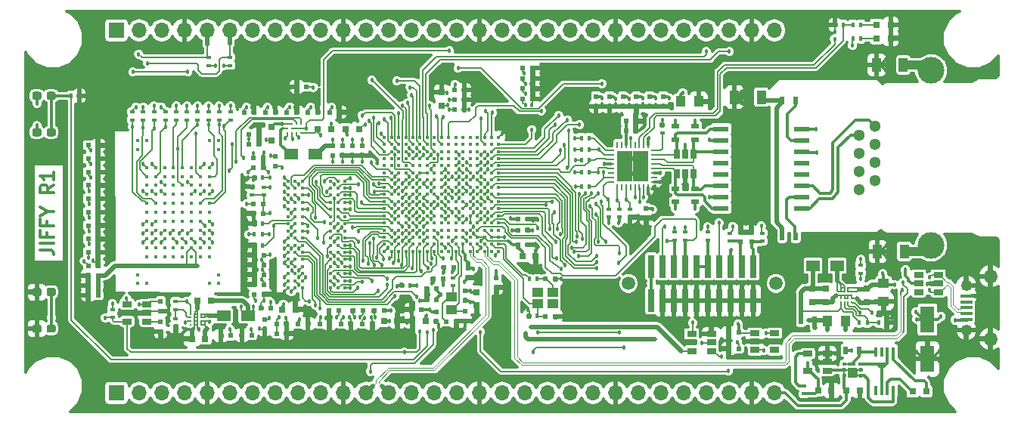
<source format=gbr>
G04 #@! TF.GenerationSoftware,KiCad,Pcbnew,(2018-01-10 revision 7e6a654)-master*
G04 #@! TF.CreationDate,2018-02-04T00:48:26+01:00*
G04 #@! TF.ProjectId,jiffy,6A696666792E6B696361645F70636200,rev?*
G04 #@! TF.SameCoordinates,Original*
G04 #@! TF.FileFunction,Copper,L1,Top,Signal*
G04 #@! TF.FilePolarity,Positive*
%FSLAX46Y46*%
G04 Gerber Fmt 4.6, Leading zero omitted, Abs format (unit mm)*
G04 Created by KiCad (PCBNEW (2018-01-10 revision 7e6a654)-master) date 2018 February 04, Sunday 00:48:26*
%MOMM*%
%LPD*%
G01*
G04 APERTURE LIST*
%ADD10C,0.300000*%
%ADD11R,1.060000X0.650000*%
%ADD12R,1.780000X0.620000*%
%ADD13R,0.500000X0.600000*%
%ADD14C,0.450000*%
%ADD15C,1.500000*%
%ADD16R,0.740000X2.550000*%
%ADD17R,0.600000X0.500000*%
%ADD18R,0.800000X0.750000*%
%ADD19R,0.750000X0.800000*%
%ADD20R,1.500000X1.200000*%
%ADD21R,0.600000X0.400000*%
%ADD22R,0.400000X0.600000*%
%ADD23C,0.400000*%
%ADD24C,0.215000*%
%ADD25C,0.250000*%
%ADD26R,1.250000X1.000000*%
%ADD27R,1.200000X1.000000*%
%ADD28R,1.000000X1.250000*%
%ADD29R,1.000000X1.600000*%
%ADD30R,0.800000X0.800000*%
%ADD31R,0.500000X0.900000*%
%ADD32O,1.550000X1.550000*%
%ADD33O,1.250000X1.250000*%
%ADD34R,1.350000X0.400000*%
%ADD35C,1.300000*%
%ADD36C,3.000000*%
%ADD37R,0.900000X0.500000*%
%ADD38R,0.650000X1.060000*%
%ADD39R,0.250000X0.700000*%
%ADD40R,0.700000X0.250000*%
%ADD41R,1.725000X1.725000*%
%ADD42R,1.600000X3.000000*%
%ADD43R,1.700000X1.700000*%
%ADD44O,1.700000X1.700000*%
%ADD45C,0.100000*%
%ADD46C,0.900000*%
%ADD47C,1.050000*%
%ADD48R,0.400000X1.100000*%
%ADD49C,0.457200*%
%ADD50C,0.127000*%
%ADD51C,0.500000*%
%ADD52C,0.125000*%
%ADD53C,0.200000*%
%ADD54C,1.000000*%
G04 APERTURE END LIST*
D10*
X93078571Y-95707142D02*
X94150000Y-95707142D01*
X94364285Y-95778571D01*
X94507142Y-95921428D01*
X94578571Y-96135714D01*
X94578571Y-96278571D01*
X94578571Y-94992857D02*
X93078571Y-94992857D01*
X93792857Y-93778571D02*
X93792857Y-94278571D01*
X94578571Y-94278571D02*
X93078571Y-94278571D01*
X93078571Y-93564285D01*
X93792857Y-92492857D02*
X93792857Y-92992857D01*
X94578571Y-92992857D02*
X93078571Y-92992857D01*
X93078571Y-92278571D01*
X93864285Y-91421428D02*
X94578571Y-91421428D01*
X93078571Y-91921428D02*
X93864285Y-91421428D01*
X93078571Y-90921428D01*
X94578571Y-88421428D02*
X93864285Y-88921428D01*
X94578571Y-89278571D02*
X93078571Y-89278571D01*
X93078571Y-88707142D01*
X93150000Y-88564285D01*
X93221428Y-88492857D01*
X93364285Y-88421428D01*
X93578571Y-88421428D01*
X93721428Y-88492857D01*
X93792857Y-88564285D01*
X93864285Y-88707142D01*
X93864285Y-89278571D01*
X94578571Y-86992857D02*
X94578571Y-87850000D01*
X94578571Y-87421428D02*
X93078571Y-87421428D01*
X93292857Y-87564285D01*
X93435714Y-87707142D01*
X93507142Y-87850000D01*
D11*
X193600000Y-100450000D03*
X193600000Y-99500000D03*
X193600000Y-98550000D03*
X191400000Y-98550000D03*
X191400000Y-100450000D03*
X191400000Y-99500000D03*
D12*
X178310000Y-82155000D03*
X178310000Y-83425000D03*
X178310000Y-84695000D03*
X178310000Y-85965000D03*
X178310000Y-87235000D03*
X178310000Y-88505000D03*
X178310000Y-89775000D03*
X178310000Y-91045000D03*
X169290000Y-91045000D03*
X169290000Y-89775000D03*
X169290000Y-88505000D03*
X169290000Y-87235000D03*
X169290000Y-85965000D03*
X169290000Y-84695000D03*
X169290000Y-83425000D03*
X169290000Y-82155000D03*
D13*
X137400000Y-102650000D03*
X137400000Y-103750000D03*
D14*
X132400000Y-83100000D03*
X133200000Y-83100000D03*
X134000000Y-83100000D03*
X134800000Y-83100000D03*
X135600000Y-83100000D03*
X136400000Y-83100000D03*
X137200000Y-83100000D03*
X138000000Y-83100000D03*
X138800000Y-83100000D03*
X139600000Y-83100000D03*
X140400000Y-83100000D03*
X141200000Y-83100000D03*
X142000000Y-83100000D03*
X142800000Y-83100000D03*
X143600000Y-83100000D03*
X144400000Y-83100000D03*
X131600000Y-83900000D03*
X132400000Y-83900000D03*
X133200000Y-83900000D03*
X134000000Y-83900000D03*
X134800000Y-83900000D03*
X135600000Y-83900000D03*
X136400000Y-83900000D03*
X137200000Y-83900000D03*
X138000000Y-83900000D03*
X138800000Y-83900000D03*
X139600000Y-83900000D03*
X140400000Y-83900000D03*
X141200000Y-83900000D03*
X142000000Y-83900000D03*
X142800000Y-83900000D03*
X143600000Y-83900000D03*
X144400000Y-83900000D03*
X131600000Y-84700000D03*
X132400000Y-84700000D03*
X133200000Y-84700000D03*
X134000000Y-84700000D03*
X134800000Y-84700000D03*
X135600000Y-84700000D03*
X136400000Y-84700000D03*
X137200000Y-84700000D03*
X138000000Y-84700000D03*
X138800000Y-84700000D03*
X139600000Y-84700000D03*
X140400000Y-84700000D03*
X141200000Y-84700000D03*
X142000000Y-84700000D03*
X142800000Y-84700000D03*
X143600000Y-84700000D03*
X144400000Y-84700000D03*
X131600000Y-85500000D03*
X132400000Y-85500000D03*
X133200000Y-85500000D03*
X134000000Y-85500000D03*
X134800000Y-85500000D03*
X135600000Y-85500000D03*
X136400000Y-85500000D03*
X137200000Y-85500000D03*
X138000000Y-85500000D03*
X138800000Y-85500000D03*
X139600000Y-85500000D03*
X140400000Y-85500000D03*
X141200000Y-85500000D03*
X142000000Y-85500000D03*
X142800000Y-85500000D03*
X143600000Y-85500000D03*
X144400000Y-85500000D03*
X131600000Y-86300000D03*
X132400000Y-86300000D03*
X133200000Y-86300000D03*
X134000000Y-86300000D03*
X134800000Y-86300000D03*
X135600000Y-86300000D03*
X136400000Y-86300000D03*
X137200000Y-86300000D03*
X138000000Y-86300000D03*
X138800000Y-86300000D03*
X139600000Y-86300000D03*
X140400000Y-86300000D03*
X141200000Y-86300000D03*
X142000000Y-86300000D03*
X142800000Y-86300000D03*
X143600000Y-86300000D03*
X144400000Y-86300000D03*
X131600000Y-87100000D03*
X132400000Y-87100000D03*
X133200000Y-87100000D03*
X134000000Y-87100000D03*
X134800000Y-87100000D03*
X135600000Y-87100000D03*
X136400000Y-87100000D03*
X137200000Y-87100000D03*
X138000000Y-87100000D03*
X138800000Y-87100000D03*
X139600000Y-87100000D03*
X140400000Y-87100000D03*
X141200000Y-87100000D03*
X142000000Y-87100000D03*
X142800000Y-87100000D03*
X143600000Y-87100000D03*
X144400000Y-87100000D03*
X131600000Y-87900000D03*
X132400000Y-87900000D03*
X133200000Y-87900000D03*
X134000000Y-87900000D03*
X134800000Y-87900000D03*
X135600000Y-87900000D03*
X136400000Y-87900000D03*
X137200000Y-87900000D03*
X138000000Y-87900000D03*
X138800000Y-87900000D03*
X139600000Y-87900000D03*
X140400000Y-87900000D03*
X141200000Y-87900000D03*
X142000000Y-87900000D03*
X142800000Y-87900000D03*
X143600000Y-87900000D03*
X144400000Y-87900000D03*
X131600000Y-88700000D03*
X132400000Y-88700000D03*
X133200000Y-88700000D03*
X134000000Y-88700000D03*
X134800000Y-88700000D03*
X135600000Y-88700000D03*
X136400000Y-88700000D03*
X137200000Y-88700000D03*
X138000000Y-88700000D03*
X138800000Y-88700000D03*
X139600000Y-88700000D03*
X140400000Y-88700000D03*
X141200000Y-88700000D03*
X142000000Y-88700000D03*
X142800000Y-88700000D03*
X143600000Y-88700000D03*
X144400000Y-88700000D03*
X131600000Y-89500000D03*
X132400000Y-89500000D03*
X133200000Y-89500000D03*
X134000000Y-89500000D03*
X134800000Y-89500000D03*
X135600000Y-89500000D03*
X136400000Y-89500000D03*
X137200000Y-89500000D03*
X138000000Y-89500000D03*
X138800000Y-89500000D03*
X139600000Y-89500000D03*
X140400000Y-89500000D03*
X141200000Y-89500000D03*
X142000000Y-89500000D03*
X142800000Y-89500000D03*
X143600000Y-89500000D03*
X144400000Y-89500000D03*
X131600000Y-90300000D03*
X132400000Y-90300000D03*
X133200000Y-90300000D03*
X134000000Y-90300000D03*
X134800000Y-90300000D03*
X135600000Y-90300000D03*
X136400000Y-90300000D03*
X137200000Y-90300000D03*
X138000000Y-90300000D03*
X138800000Y-90300000D03*
X139600000Y-90300000D03*
X140400000Y-90300000D03*
X141200000Y-90300000D03*
X142000000Y-90300000D03*
X142800000Y-90300000D03*
X143600000Y-90300000D03*
X144400000Y-90300000D03*
X131600000Y-91100000D03*
X132400000Y-91100000D03*
X133200000Y-91100000D03*
X134000000Y-91100000D03*
X134800000Y-91100000D03*
X135600000Y-91100000D03*
X136400000Y-91100000D03*
X137200000Y-91100000D03*
X138000000Y-91100000D03*
X138800000Y-91100000D03*
X139600000Y-91100000D03*
X140400000Y-91100000D03*
X141200000Y-91100000D03*
X142000000Y-91100000D03*
X142800000Y-91100000D03*
X143600000Y-91100000D03*
X144400000Y-91100000D03*
X131600000Y-91900000D03*
X132400000Y-91900000D03*
X133200000Y-91900000D03*
X134000000Y-91900000D03*
X134800000Y-91900000D03*
X135600000Y-91900000D03*
X136400000Y-91900000D03*
X137200000Y-91900000D03*
X138000000Y-91900000D03*
X138800000Y-91900000D03*
X139600000Y-91900000D03*
X140400000Y-91900000D03*
X141200000Y-91900000D03*
X142000000Y-91900000D03*
X142800000Y-91900000D03*
X143600000Y-91900000D03*
X144400000Y-91900000D03*
X131600000Y-92700000D03*
X132400000Y-92700000D03*
X133200000Y-92700000D03*
X134000000Y-92700000D03*
X134800000Y-92700000D03*
X135600000Y-92700000D03*
X136400000Y-92700000D03*
X137200000Y-92700000D03*
X138000000Y-92700000D03*
X138800000Y-92700000D03*
X139600000Y-92700000D03*
X140400000Y-92700000D03*
X141200000Y-92700000D03*
X142000000Y-92700000D03*
X142800000Y-92700000D03*
X143600000Y-92700000D03*
X144400000Y-92700000D03*
X131600000Y-93500000D03*
X132400000Y-93500000D03*
X133200000Y-93500000D03*
X134000000Y-93500000D03*
X134800000Y-93500000D03*
X135600000Y-93500000D03*
X136400000Y-93500000D03*
X137200000Y-93500000D03*
X138000000Y-93500000D03*
X138800000Y-93500000D03*
X139600000Y-93500000D03*
X140400000Y-93500000D03*
X141200000Y-93500000D03*
X142000000Y-93500000D03*
X142800000Y-93500000D03*
X143600000Y-93500000D03*
X144400000Y-93500000D03*
X131600000Y-94300000D03*
X132400000Y-94300000D03*
X133200000Y-94300000D03*
X134000000Y-94300000D03*
X134800000Y-94300000D03*
X135600000Y-94300000D03*
X136400000Y-94300000D03*
X137200000Y-94300000D03*
X138000000Y-94300000D03*
X138800000Y-94300000D03*
X139600000Y-94300000D03*
X140400000Y-94300000D03*
X141200000Y-94300000D03*
X142000000Y-94300000D03*
X142800000Y-94300000D03*
X143600000Y-94300000D03*
X144400000Y-94300000D03*
X131600000Y-95100000D03*
X132400000Y-95100000D03*
X133200000Y-95100000D03*
X134000000Y-95100000D03*
X134800000Y-95100000D03*
X135600000Y-95100000D03*
X136400000Y-95100000D03*
X137200000Y-95100000D03*
X138000000Y-95100000D03*
X138800000Y-95100000D03*
X139600000Y-95100000D03*
X140400000Y-95100000D03*
X141200000Y-95100000D03*
X142000000Y-95100000D03*
X142800000Y-95100000D03*
X143600000Y-95100000D03*
X144400000Y-95100000D03*
X131600000Y-95900000D03*
X132400000Y-95900000D03*
X133200000Y-95900000D03*
X134000000Y-95900000D03*
X134800000Y-95900000D03*
X135600000Y-95900000D03*
X136400000Y-95900000D03*
X137200000Y-95900000D03*
X138000000Y-95900000D03*
X138800000Y-95900000D03*
X139600000Y-95900000D03*
X140400000Y-95900000D03*
X141200000Y-95900000D03*
X142000000Y-95900000D03*
X142800000Y-95900000D03*
X143600000Y-95900000D03*
X144400000Y-95900000D03*
X131600000Y-83100000D03*
D15*
X158945000Y-99500000D03*
X175455000Y-99500000D03*
D16*
X172915000Y-97595000D03*
X172915000Y-101405000D03*
X171645000Y-97595000D03*
X171645000Y-101405000D03*
X170375000Y-97595000D03*
X170375000Y-101405000D03*
X169105000Y-97595000D03*
X169105000Y-101405000D03*
X167835000Y-97595000D03*
X167835000Y-101405000D03*
X166565000Y-97595000D03*
X166565000Y-101405000D03*
X165295000Y-97595000D03*
X165295000Y-101405000D03*
X164025000Y-97595000D03*
X164025000Y-101405000D03*
X162755000Y-97595000D03*
X162755000Y-101405000D03*
X161485000Y-97595000D03*
X161485000Y-101405000D03*
D13*
X140950000Y-97750000D03*
X140950000Y-98850000D03*
D17*
X146550000Y-95150000D03*
X147650000Y-95150000D03*
D13*
X125800000Y-84050000D03*
X125800000Y-85150000D03*
D17*
X136350000Y-100100000D03*
X137450000Y-100100000D03*
X139450000Y-77800000D03*
X140550000Y-77800000D03*
D18*
X147050000Y-96450000D03*
X148550000Y-96450000D03*
D17*
X147650000Y-93500000D03*
X146550000Y-93500000D03*
X118050000Y-90550000D03*
X116950000Y-90550000D03*
X118050000Y-91650000D03*
X116950000Y-91650000D03*
D13*
X129100000Y-84050000D03*
X129100000Y-85150000D03*
D17*
X137050000Y-99000000D03*
X138150000Y-99000000D03*
X140550000Y-78900000D03*
X139450000Y-78900000D03*
X147650000Y-92300000D03*
X146550000Y-92300000D03*
D13*
X128000000Y-85150000D03*
X128000000Y-84050000D03*
D17*
X139450000Y-80000000D03*
X140550000Y-80000000D03*
D13*
X144150000Y-98850000D03*
X144150000Y-99950000D03*
X140650000Y-100300000D03*
X140650000Y-101400000D03*
X126900000Y-84050000D03*
X126900000Y-85150000D03*
D17*
X138250000Y-97700000D03*
X139350000Y-97700000D03*
D19*
X138000000Y-78050000D03*
X138000000Y-79550000D03*
X141950000Y-101950000D03*
X141950000Y-100450000D03*
D17*
X135750000Y-102400000D03*
X134650000Y-102400000D03*
D18*
X124150000Y-82200000D03*
X125650000Y-82200000D03*
D17*
X118300000Y-80300000D03*
X119400000Y-80300000D03*
X125450000Y-104000000D03*
X124350000Y-104000000D03*
X136350000Y-101300000D03*
X137450000Y-101300000D03*
X125450000Y-80300000D03*
X126550000Y-80300000D03*
X126750000Y-104000000D03*
X127850000Y-104000000D03*
D18*
X134750000Y-103700000D03*
X136250000Y-103700000D03*
D17*
X121800000Y-80300000D03*
X120700000Y-80300000D03*
X121950000Y-104000000D03*
X123050000Y-104000000D03*
X123050000Y-80300000D03*
X124150000Y-80300000D03*
X120650000Y-104000000D03*
X119550000Y-104000000D03*
X117000000Y-80300000D03*
X115900000Y-80300000D03*
X120650000Y-105100000D03*
X119550000Y-105100000D03*
X118150000Y-98500000D03*
X117050000Y-98500000D03*
X118050000Y-85400000D03*
X116950000Y-85400000D03*
X129150000Y-104000000D03*
X130250000Y-104000000D03*
X122900000Y-77450000D03*
X121800000Y-77450000D03*
X118150000Y-97400000D03*
X117050000Y-97400000D03*
X118150000Y-96300000D03*
X117050000Y-96300000D03*
X118900000Y-102250000D03*
X117800000Y-102250000D03*
D18*
X131550000Y-103700000D03*
X133050000Y-103700000D03*
D17*
X148200000Y-76500000D03*
X147100000Y-76500000D03*
X118050000Y-86500000D03*
X116950000Y-86500000D03*
X117050000Y-99600000D03*
X118150000Y-99600000D03*
X113300000Y-105350000D03*
X114400000Y-105350000D03*
X147100000Y-75350000D03*
X148200000Y-75350000D03*
X129200000Y-102550000D03*
X128100000Y-102550000D03*
X116450000Y-83850000D03*
X117550000Y-83850000D03*
X116450000Y-82750000D03*
X117550000Y-82750000D03*
D13*
X106550000Y-102600000D03*
X106550000Y-101500000D03*
D17*
X147100000Y-77650000D03*
X148200000Y-77650000D03*
X115650000Y-105300000D03*
X116750000Y-105300000D03*
X130450000Y-102550000D03*
X131550000Y-102550000D03*
X125400000Y-102550000D03*
X126500000Y-102550000D03*
X148200000Y-78800000D03*
X147100000Y-78800000D03*
X117050000Y-100700000D03*
X118150000Y-100700000D03*
D13*
X118200000Y-103500000D03*
X118200000Y-104600000D03*
X119400000Y-86350000D03*
X119400000Y-85250000D03*
D18*
X120150000Y-102400000D03*
X121650000Y-102400000D03*
X110700000Y-101450000D03*
X112200000Y-101450000D03*
D13*
X160900000Y-92150000D03*
X160900000Y-91050000D03*
D18*
X128750000Y-82200000D03*
X127250000Y-82200000D03*
D13*
X106550000Y-103800000D03*
X106550000Y-104900000D03*
X171500000Y-94850000D03*
X171500000Y-93750000D03*
X172700000Y-93750000D03*
X172700000Y-94850000D03*
D19*
X119000000Y-81950000D03*
X119000000Y-83450000D03*
D18*
X111550000Y-105700000D03*
X110050000Y-105700000D03*
D13*
X140650000Y-102600000D03*
X140650000Y-103700000D03*
D17*
X139650000Y-103750000D03*
X138550000Y-103750000D03*
X149650000Y-99000000D03*
X150750000Y-99000000D03*
X150750000Y-103200000D03*
X149650000Y-103200000D03*
X98450000Y-98600000D03*
X99550000Y-98600000D03*
X99550000Y-84000000D03*
X98450000Y-84000000D03*
X99550000Y-85500000D03*
X98450000Y-85500000D03*
X98450000Y-99700000D03*
X99550000Y-99700000D03*
X98450000Y-93000000D03*
X99550000Y-93000000D03*
X98450000Y-100800000D03*
X99550000Y-100800000D03*
X99550000Y-87000000D03*
X98450000Y-87000000D03*
X98450000Y-88500000D03*
X99550000Y-88500000D03*
X99550000Y-91500000D03*
X98450000Y-91500000D03*
X99550000Y-96000000D03*
X98450000Y-96000000D03*
X98450000Y-97500000D03*
X99550000Y-97500000D03*
X99550000Y-94500000D03*
X98450000Y-94500000D03*
X99550000Y-90000000D03*
X98450000Y-90000000D03*
D20*
X113600000Y-103100000D03*
X116300000Y-103100000D03*
X123900000Y-85000000D03*
X121200000Y-85000000D03*
D21*
X139300000Y-99750000D03*
X139300000Y-98850000D03*
D22*
X147800000Y-99000000D03*
X148700000Y-99000000D03*
X117050000Y-87650000D03*
X117950000Y-87650000D03*
X117050000Y-95200000D03*
X117950000Y-95200000D03*
X117950000Y-92800000D03*
X117050000Y-92800000D03*
X154550000Y-84500000D03*
X153650000Y-84500000D03*
X154550000Y-85700000D03*
X153650000Y-85700000D03*
X134450000Y-99700000D03*
X133550000Y-99700000D03*
X117950000Y-94000000D03*
X117050000Y-94000000D03*
D21*
X108250000Y-102400000D03*
X108250000Y-101500000D03*
X108250000Y-103450000D03*
X108250000Y-104350000D03*
X101150000Y-103300000D03*
X101150000Y-102400000D03*
X164100000Y-93750000D03*
X164100000Y-94650000D03*
X165300000Y-94650000D03*
X165300000Y-93750000D03*
X167800000Y-93750000D03*
X167800000Y-94650000D03*
X170300000Y-94750000D03*
X170300000Y-93850000D03*
X173900000Y-94750000D03*
X173900000Y-93850000D03*
D22*
X97450000Y-78450000D03*
X96550000Y-78450000D03*
D21*
X109500000Y-81150000D03*
X109500000Y-80250000D03*
D22*
X148700000Y-103150000D03*
X147800000Y-103150000D03*
D21*
X110700000Y-81150000D03*
X110700000Y-80250000D03*
X103400000Y-80250000D03*
X103400000Y-81150000D03*
X108300000Y-81150000D03*
X108300000Y-80250000D03*
X105800000Y-81150000D03*
X105800000Y-80250000D03*
X104600000Y-80250000D03*
X104600000Y-81150000D03*
X107100000Y-81150000D03*
X107100000Y-80250000D03*
X113100000Y-80250000D03*
X113100000Y-81150000D03*
X111900000Y-81150000D03*
X111900000Y-80250000D03*
X114400000Y-80250000D03*
X114400000Y-81150000D03*
D23*
X127200000Y-100000000D03*
X126400000Y-100000000D03*
X125600000Y-100000000D03*
X122400000Y-100000000D03*
X121600000Y-100000000D03*
X120800000Y-100000000D03*
X127200000Y-99200000D03*
X126400000Y-99200000D03*
X125600000Y-99200000D03*
X122400000Y-99200000D03*
X121600000Y-99200000D03*
X120800000Y-99200000D03*
X127200000Y-98400000D03*
X126400000Y-98400000D03*
X125600000Y-98400000D03*
X122400000Y-98400000D03*
X121600000Y-98400000D03*
X120800000Y-98400000D03*
X127200000Y-97600000D03*
X126400000Y-97600000D03*
X125600000Y-97600000D03*
X122400000Y-97600000D03*
X121600000Y-97600000D03*
X120800000Y-97600000D03*
X127200000Y-96800000D03*
X126400000Y-96800000D03*
X125600000Y-96800000D03*
X122400000Y-96800000D03*
X121600000Y-96800000D03*
X120800000Y-96800000D03*
X127200000Y-96000000D03*
X126400000Y-96000000D03*
X125600000Y-96000000D03*
X122400000Y-96000000D03*
X121600000Y-96000000D03*
X120800000Y-96000000D03*
X127200000Y-95200000D03*
X126400000Y-95200000D03*
X125600000Y-95200000D03*
X122400000Y-95200000D03*
X121600000Y-95200000D03*
X120800000Y-95200000D03*
X127200000Y-94400000D03*
X126400000Y-94400000D03*
X125600000Y-94400000D03*
X122400000Y-94400000D03*
X121600000Y-94400000D03*
X120800000Y-94400000D03*
X127200000Y-93600000D03*
X126400000Y-93600000D03*
X125600000Y-93600000D03*
X122400000Y-93600000D03*
X121600000Y-93600000D03*
X120800000Y-93600000D03*
X127200000Y-92800000D03*
X126400000Y-92800000D03*
X125600000Y-92800000D03*
X122400000Y-92800000D03*
X121600000Y-92800000D03*
X120800000Y-92800000D03*
X127200000Y-92000000D03*
X126400000Y-92000000D03*
X125600000Y-92000000D03*
X122400000Y-92000000D03*
X121600000Y-92000000D03*
X120800000Y-92000000D03*
X127200000Y-91200000D03*
X126400000Y-91200000D03*
X125600000Y-91200000D03*
X122400000Y-91200000D03*
X121600000Y-91200000D03*
X120800000Y-91200000D03*
X127200000Y-90400000D03*
X126400000Y-90400000D03*
X125600000Y-90400000D03*
X122400000Y-90400000D03*
X121600000Y-90400000D03*
X120800000Y-90400000D03*
X127200000Y-89600000D03*
X126400000Y-89600000D03*
X125600000Y-89600000D03*
X122400000Y-89600000D03*
X121600000Y-89600000D03*
X120800000Y-89600000D03*
X127200000Y-88800000D03*
X126400000Y-88800000D03*
X125600000Y-88800000D03*
X122400000Y-88800000D03*
X121600000Y-88800000D03*
X120800000Y-88800000D03*
X127200000Y-88000000D03*
X126400000Y-88000000D03*
X125600000Y-88000000D03*
X122400000Y-88000000D03*
X121600000Y-88000000D03*
X120800000Y-88000000D03*
D11*
X102800000Y-103750000D03*
X102800000Y-101850000D03*
X105000000Y-101850000D03*
X105000000Y-102800000D03*
X105000000Y-103750000D03*
D24*
X109900000Y-104100000D03*
X109900000Y-103700000D03*
X109900000Y-103300000D03*
X109900000Y-102900000D03*
X110300000Y-104100000D03*
X110300000Y-103700000D03*
X110300000Y-103300000D03*
X110300000Y-102900000D03*
X110700000Y-104100000D03*
X110700000Y-103700000D03*
X110700000Y-103300000D03*
X110700000Y-102900000D03*
X111100000Y-104100000D03*
X111100000Y-103700000D03*
X111100000Y-103300000D03*
X111100000Y-102900000D03*
X111500000Y-104100000D03*
X111500000Y-103700000D03*
X111500000Y-103300000D03*
X111500000Y-102900000D03*
D25*
X120750000Y-82600000D03*
X120750000Y-82100000D03*
X120750000Y-81600000D03*
X121250000Y-82600000D03*
X121250000Y-82100000D03*
X121250000Y-81600000D03*
X121750000Y-82600000D03*
X121750000Y-82100000D03*
X121750000Y-81600000D03*
X122250000Y-82600000D03*
X122250000Y-82100000D03*
X122250000Y-81600000D03*
D14*
X113000000Y-99500000D03*
X112000000Y-99500000D03*
X105000000Y-99500000D03*
X104000000Y-99500000D03*
X113000000Y-98500000D03*
X104000000Y-98500000D03*
X112000000Y-96500000D03*
X111000000Y-96500000D03*
X110000000Y-96500000D03*
X109000000Y-96500000D03*
X108000000Y-96500000D03*
X107000000Y-96500000D03*
X106000000Y-96500000D03*
X105000000Y-96500000D03*
X112000000Y-95500000D03*
X111000000Y-95500000D03*
X110000000Y-95500000D03*
X109000000Y-95500000D03*
X108000000Y-95500000D03*
X107000000Y-95500000D03*
X106000000Y-95500000D03*
X105000000Y-95500000D03*
X112000000Y-94500000D03*
X111000000Y-94500000D03*
X110000000Y-94500000D03*
X109000000Y-94500000D03*
X108000000Y-94500000D03*
X107000000Y-94500000D03*
X106000000Y-94500000D03*
X105000000Y-94500000D03*
X112000000Y-93500000D03*
X111000000Y-93500000D03*
X110000000Y-93500000D03*
X109000000Y-93500000D03*
X108000000Y-93500000D03*
X107000000Y-93500000D03*
X106000000Y-93500000D03*
X105000000Y-93500000D03*
X112000000Y-92500000D03*
X111000000Y-92500000D03*
X110000000Y-92500000D03*
X109000000Y-92500000D03*
X108000000Y-92500000D03*
X107000000Y-92500000D03*
X106000000Y-92500000D03*
X105000000Y-92500000D03*
X112000000Y-91500000D03*
X111000000Y-91500000D03*
X110000000Y-91500000D03*
X109000000Y-91500000D03*
X108000000Y-91500000D03*
X107000000Y-91500000D03*
X106000000Y-91500000D03*
X105000000Y-91500000D03*
X112000000Y-90500000D03*
X111000000Y-90500000D03*
X110000000Y-90500000D03*
X109000000Y-90500000D03*
X108000000Y-90500000D03*
X107000000Y-90500000D03*
X106000000Y-90500000D03*
X105000000Y-90500000D03*
X112000000Y-89500000D03*
X111000000Y-89500000D03*
X110000000Y-89500000D03*
X109000000Y-89500000D03*
X108000000Y-89500000D03*
X107000000Y-89500000D03*
X106000000Y-89500000D03*
X105000000Y-89500000D03*
X112000000Y-88500000D03*
X111000000Y-88500000D03*
X110000000Y-88500000D03*
X109000000Y-88500000D03*
X108000000Y-88500000D03*
X107000000Y-88500000D03*
X106000000Y-88500000D03*
X105000000Y-88500000D03*
X112000000Y-87500000D03*
X111000000Y-87500000D03*
X110000000Y-87500000D03*
X109000000Y-87500000D03*
X108000000Y-87500000D03*
X107000000Y-87500000D03*
X106000000Y-87500000D03*
X105000000Y-87500000D03*
X112000000Y-86500000D03*
X111000000Y-86500000D03*
X110000000Y-86500000D03*
X109000000Y-86500000D03*
X108000000Y-86500000D03*
X107000000Y-86500000D03*
X106000000Y-86500000D03*
X105000000Y-86500000D03*
X113000000Y-84500000D03*
X104000000Y-84500000D03*
X113000000Y-83500000D03*
X112000000Y-83500000D03*
X105000000Y-83500000D03*
X104000000Y-83500000D03*
D26*
X139100000Y-102450000D03*
X139100000Y-100950000D03*
D27*
X150450000Y-100450000D03*
X148750000Y-100450000D03*
X148750000Y-101750000D03*
X150450000Y-101750000D03*
D18*
X183350000Y-111500000D03*
X184850000Y-111500000D03*
X181650000Y-111500000D03*
X180150000Y-111500000D03*
D26*
X187500000Y-99500000D03*
X187500000Y-101500000D03*
D28*
X183200000Y-103700000D03*
X181200000Y-103700000D03*
D13*
X155300000Y-79650000D03*
X155300000Y-78550000D03*
X156800000Y-78550000D03*
X156800000Y-79650000D03*
X158300000Y-79650000D03*
X158300000Y-78550000D03*
X159800000Y-78550000D03*
X159800000Y-79650000D03*
X161300000Y-78550000D03*
X161300000Y-79650000D03*
X162800000Y-78550000D03*
X162800000Y-79650000D03*
D28*
X166800000Y-79100000D03*
X164800000Y-79100000D03*
D17*
X158650000Y-81300000D03*
X159750000Y-81300000D03*
X159750000Y-82400000D03*
X158650000Y-82400000D03*
D29*
X170800000Y-78600000D03*
X173800000Y-78600000D03*
X186700000Y-75000000D03*
X189700000Y-75000000D03*
X189800000Y-95900000D03*
X186800000Y-95900000D03*
D30*
X188300000Y-72000000D03*
X186700000Y-72000000D03*
X186700000Y-70500000D03*
X188300000Y-70500000D03*
D31*
X184750000Y-107000000D03*
X183250000Y-107000000D03*
X179750000Y-103600000D03*
X178250000Y-103600000D03*
D32*
X199450000Y-98700000D03*
X199450000Y-105700000D03*
D33*
X196750000Y-99700000D03*
X196750000Y-104700000D03*
D34*
X196750000Y-100900000D03*
X196750000Y-101550000D03*
X196750000Y-102200000D03*
X196750000Y-102850000D03*
X196750000Y-103500000D03*
D35*
X186490000Y-81830000D03*
X184710000Y-82850000D03*
X186490000Y-83870000D03*
X184710000Y-84890000D03*
X186490000Y-85910000D03*
X184710000Y-86930000D03*
X186490000Y-87950000D03*
X184710000Y-88970000D03*
D36*
X192800000Y-75600000D03*
X192800000Y-95200000D03*
D21*
X178600000Y-111850000D03*
X178600000Y-110950000D03*
X156700000Y-92050000D03*
X156700000Y-91150000D03*
X157900000Y-91150000D03*
X157900000Y-92050000D03*
X159100000Y-92050000D03*
X159100000Y-91150000D03*
D22*
X184950000Y-72000000D03*
X184050000Y-72000000D03*
D21*
X162700000Y-81750000D03*
X162700000Y-82650000D03*
D37*
X164200000Y-83350000D03*
X164200000Y-81850000D03*
D22*
X153650000Y-88600000D03*
X154550000Y-88600000D03*
X184050000Y-70500000D03*
X184950000Y-70500000D03*
D37*
X166400000Y-81850000D03*
X166400000Y-83350000D03*
D22*
X182050000Y-70500000D03*
X182950000Y-70500000D03*
D37*
X166400000Y-88850000D03*
X166400000Y-90350000D03*
X164200000Y-90350000D03*
X164200000Y-88850000D03*
D31*
X176150000Y-79000000D03*
X177650000Y-79000000D03*
X176150000Y-94200000D03*
X177650000Y-94200000D03*
D11*
X179000000Y-109250000D03*
X179000000Y-107350000D03*
X181200000Y-107350000D03*
X181200000Y-108300000D03*
X181200000Y-109250000D03*
D38*
X165300000Y-85000000D03*
X164350000Y-85000000D03*
X166250000Y-85000000D03*
X166250000Y-87200000D03*
X165300000Y-87200000D03*
X164350000Y-87200000D03*
D39*
X161150000Y-83950000D03*
X160650000Y-83950000D03*
X160150000Y-83950000D03*
X159650000Y-83950000D03*
X159150000Y-83950000D03*
X158650000Y-83950000D03*
X158150000Y-83950000D03*
X157650000Y-83950000D03*
D40*
X157000000Y-84600000D03*
X157000000Y-85100000D03*
X157000000Y-85600000D03*
X157000000Y-86100000D03*
X157000000Y-86600000D03*
X157000000Y-87100000D03*
X157000000Y-87600000D03*
X157000000Y-88100000D03*
D39*
X157650000Y-88750000D03*
X158150000Y-88750000D03*
X158650000Y-88750000D03*
X159150000Y-88750000D03*
X159650000Y-88750000D03*
X160150000Y-88750000D03*
X160650000Y-88750000D03*
X161150000Y-88750000D03*
D40*
X161800000Y-88100000D03*
X161800000Y-87600000D03*
X161800000Y-87100000D03*
X161800000Y-86600000D03*
X161800000Y-86100000D03*
X161800000Y-85600000D03*
X161800000Y-85100000D03*
X161800000Y-84600000D03*
D41*
X158537500Y-87212500D03*
X160262500Y-87212500D03*
X158537500Y-85487500D03*
X160262500Y-85487500D03*
D42*
X192400000Y-103550000D03*
X192400000Y-107950000D03*
D43*
X101600000Y-71120000D03*
D44*
X104140000Y-71120000D03*
X106680000Y-71120000D03*
X109220000Y-71120000D03*
X111760000Y-71120000D03*
X114300000Y-71120000D03*
X116840000Y-71120000D03*
X119380000Y-71120000D03*
X121920000Y-71120000D03*
X124460000Y-71120000D03*
X127000000Y-71120000D03*
X129540000Y-71120000D03*
X132080000Y-71120000D03*
X134620000Y-71120000D03*
X137160000Y-71120000D03*
X139700000Y-71120000D03*
X142240000Y-71120000D03*
X144780000Y-71120000D03*
X147320000Y-71120000D03*
X149860000Y-71120000D03*
X152400000Y-71120000D03*
X154940000Y-71120000D03*
X157480000Y-71120000D03*
X160020000Y-71120000D03*
X162560000Y-71120000D03*
X165100000Y-71120000D03*
X167640000Y-71120000D03*
X170180000Y-71120000D03*
X172720000Y-71120000D03*
X175260000Y-71120000D03*
X175260000Y-111760000D03*
X172720000Y-111760000D03*
X170180000Y-111760000D03*
X167640000Y-111760000D03*
X165100000Y-111760000D03*
X162560000Y-111760000D03*
X160020000Y-111760000D03*
X157480000Y-111760000D03*
X154940000Y-111760000D03*
X152400000Y-111760000D03*
X149860000Y-111760000D03*
X147320000Y-111760000D03*
X144780000Y-111760000D03*
X142240000Y-111760000D03*
X139700000Y-111760000D03*
X137160000Y-111760000D03*
X134620000Y-111760000D03*
X132080000Y-111760000D03*
X129540000Y-111760000D03*
X127000000Y-111760000D03*
X124460000Y-111760000D03*
X121920000Y-111760000D03*
X119380000Y-111760000D03*
X116840000Y-111760000D03*
X114300000Y-111760000D03*
X111760000Y-111760000D03*
X109220000Y-111760000D03*
X106680000Y-111760000D03*
X104140000Y-111760000D03*
D43*
X101600000Y-111760000D03*
D22*
X154550000Y-87000000D03*
X153650000Y-87000000D03*
X153650000Y-83200000D03*
X154550000Y-83200000D03*
D21*
X118100000Y-88700000D03*
X118100000Y-89600000D03*
X116800000Y-88650000D03*
X116800000Y-89550000D03*
X114300000Y-75050000D03*
X114300000Y-74150000D03*
X111900000Y-74150000D03*
X111900000Y-75050000D03*
D45*
G36*
X92997054Y-82101083D02*
X93018895Y-82104323D01*
X93040314Y-82109688D01*
X93061104Y-82117127D01*
X93081064Y-82126568D01*
X93100003Y-82137919D01*
X93117738Y-82151073D01*
X93134099Y-82165901D01*
X93148927Y-82182262D01*
X93162081Y-82199997D01*
X93173432Y-82218936D01*
X93182873Y-82238896D01*
X93190312Y-82259686D01*
X93195677Y-82281105D01*
X93198917Y-82302946D01*
X93200000Y-82325000D01*
X93200000Y-82775000D01*
X93198917Y-82797054D01*
X93195677Y-82818895D01*
X93190312Y-82840314D01*
X93182873Y-82861104D01*
X93173432Y-82881064D01*
X93162081Y-82900003D01*
X93148927Y-82917738D01*
X93134099Y-82934099D01*
X93117738Y-82948927D01*
X93100003Y-82962081D01*
X93081064Y-82973432D01*
X93061104Y-82982873D01*
X93040314Y-82990312D01*
X93018895Y-82995677D01*
X92997054Y-82998917D01*
X92975000Y-83000000D01*
X92425000Y-83000000D01*
X92402946Y-82998917D01*
X92381105Y-82995677D01*
X92359686Y-82990312D01*
X92338896Y-82982873D01*
X92318936Y-82973432D01*
X92299997Y-82962081D01*
X92282262Y-82948927D01*
X92265901Y-82934099D01*
X92251073Y-82917738D01*
X92237919Y-82900003D01*
X92226568Y-82881064D01*
X92217127Y-82861104D01*
X92209688Y-82840314D01*
X92204323Y-82818895D01*
X92201083Y-82797054D01*
X92200000Y-82775000D01*
X92200000Y-82325000D01*
X92201083Y-82302946D01*
X92204323Y-82281105D01*
X92209688Y-82259686D01*
X92217127Y-82238896D01*
X92226568Y-82218936D01*
X92237919Y-82199997D01*
X92251073Y-82182262D01*
X92265901Y-82165901D01*
X92282262Y-82151073D01*
X92299997Y-82137919D01*
X92318936Y-82126568D01*
X92338896Y-82117127D01*
X92359686Y-82109688D01*
X92381105Y-82104323D01*
X92402946Y-82101083D01*
X92425000Y-82100000D01*
X92975000Y-82100000D01*
X92997054Y-82101083D01*
X92997054Y-82101083D01*
G37*
D46*
X92700000Y-82550000D03*
D45*
G36*
X92997054Y-78001083D02*
X93018895Y-78004323D01*
X93040314Y-78009688D01*
X93061104Y-78017127D01*
X93081064Y-78026568D01*
X93100003Y-78037919D01*
X93117738Y-78051073D01*
X93134099Y-78065901D01*
X93148927Y-78082262D01*
X93162081Y-78099997D01*
X93173432Y-78118936D01*
X93182873Y-78138896D01*
X93190312Y-78159686D01*
X93195677Y-78181105D01*
X93198917Y-78202946D01*
X93200000Y-78225000D01*
X93200000Y-78675000D01*
X93198917Y-78697054D01*
X93195677Y-78718895D01*
X93190312Y-78740314D01*
X93182873Y-78761104D01*
X93173432Y-78781064D01*
X93162081Y-78800003D01*
X93148927Y-78817738D01*
X93134099Y-78834099D01*
X93117738Y-78848927D01*
X93100003Y-78862081D01*
X93081064Y-78873432D01*
X93061104Y-78882873D01*
X93040314Y-78890312D01*
X93018895Y-78895677D01*
X92997054Y-78898917D01*
X92975000Y-78900000D01*
X92425000Y-78900000D01*
X92402946Y-78898917D01*
X92381105Y-78895677D01*
X92359686Y-78890312D01*
X92338896Y-78882873D01*
X92318936Y-78873432D01*
X92299997Y-78862081D01*
X92282262Y-78848927D01*
X92265901Y-78834099D01*
X92251073Y-78817738D01*
X92237919Y-78800003D01*
X92226568Y-78781064D01*
X92217127Y-78761104D01*
X92209688Y-78740314D01*
X92204323Y-78718895D01*
X92201083Y-78697054D01*
X92200000Y-78675000D01*
X92200000Y-78225000D01*
X92201083Y-78202946D01*
X92204323Y-78181105D01*
X92209688Y-78159686D01*
X92217127Y-78138896D01*
X92226568Y-78118936D01*
X92237919Y-78099997D01*
X92251073Y-78082262D01*
X92265901Y-78065901D01*
X92282262Y-78051073D01*
X92299997Y-78037919D01*
X92318936Y-78026568D01*
X92338896Y-78017127D01*
X92359686Y-78009688D01*
X92381105Y-78004323D01*
X92402946Y-78001083D01*
X92425000Y-78000000D01*
X92975000Y-78000000D01*
X92997054Y-78001083D01*
X92997054Y-78001083D01*
G37*
D46*
X92700000Y-78450000D03*
D45*
G36*
X94597054Y-82101083D02*
X94618895Y-82104323D01*
X94640314Y-82109688D01*
X94661104Y-82117127D01*
X94681064Y-82126568D01*
X94700003Y-82137919D01*
X94717738Y-82151073D01*
X94734099Y-82165901D01*
X94748927Y-82182262D01*
X94762081Y-82199997D01*
X94773432Y-82218936D01*
X94782873Y-82238896D01*
X94790312Y-82259686D01*
X94795677Y-82281105D01*
X94798917Y-82302946D01*
X94800000Y-82325000D01*
X94800000Y-82775000D01*
X94798917Y-82797054D01*
X94795677Y-82818895D01*
X94790312Y-82840314D01*
X94782873Y-82861104D01*
X94773432Y-82881064D01*
X94762081Y-82900003D01*
X94748927Y-82917738D01*
X94734099Y-82934099D01*
X94717738Y-82948927D01*
X94700003Y-82962081D01*
X94681064Y-82973432D01*
X94661104Y-82982873D01*
X94640314Y-82990312D01*
X94618895Y-82995677D01*
X94597054Y-82998917D01*
X94575000Y-83000000D01*
X94025000Y-83000000D01*
X94002946Y-82998917D01*
X93981105Y-82995677D01*
X93959686Y-82990312D01*
X93938896Y-82982873D01*
X93918936Y-82973432D01*
X93899997Y-82962081D01*
X93882262Y-82948927D01*
X93865901Y-82934099D01*
X93851073Y-82917738D01*
X93837919Y-82900003D01*
X93826568Y-82881064D01*
X93817127Y-82861104D01*
X93809688Y-82840314D01*
X93804323Y-82818895D01*
X93801083Y-82797054D01*
X93800000Y-82775000D01*
X93800000Y-82325000D01*
X93801083Y-82302946D01*
X93804323Y-82281105D01*
X93809688Y-82259686D01*
X93817127Y-82238896D01*
X93826568Y-82218936D01*
X93837919Y-82199997D01*
X93851073Y-82182262D01*
X93865901Y-82165901D01*
X93882262Y-82151073D01*
X93899997Y-82137919D01*
X93918936Y-82126568D01*
X93938896Y-82117127D01*
X93959686Y-82109688D01*
X93981105Y-82104323D01*
X94002946Y-82101083D01*
X94025000Y-82100000D01*
X94575000Y-82100000D01*
X94597054Y-82101083D01*
X94597054Y-82101083D01*
G37*
D46*
X94300000Y-82550000D03*
D45*
G36*
X94597054Y-78001083D02*
X94618895Y-78004323D01*
X94640314Y-78009688D01*
X94661104Y-78017127D01*
X94681064Y-78026568D01*
X94700003Y-78037919D01*
X94717738Y-78051073D01*
X94734099Y-78065901D01*
X94748927Y-78082262D01*
X94762081Y-78099997D01*
X94773432Y-78118936D01*
X94782873Y-78138896D01*
X94790312Y-78159686D01*
X94795677Y-78181105D01*
X94798917Y-78202946D01*
X94800000Y-78225000D01*
X94800000Y-78675000D01*
X94798917Y-78697054D01*
X94795677Y-78718895D01*
X94790312Y-78740314D01*
X94782873Y-78761104D01*
X94773432Y-78781064D01*
X94762081Y-78800003D01*
X94748927Y-78817738D01*
X94734099Y-78834099D01*
X94717738Y-78848927D01*
X94700003Y-78862081D01*
X94681064Y-78873432D01*
X94661104Y-78882873D01*
X94640314Y-78890312D01*
X94618895Y-78895677D01*
X94597054Y-78898917D01*
X94575000Y-78900000D01*
X94025000Y-78900000D01*
X94002946Y-78898917D01*
X93981105Y-78895677D01*
X93959686Y-78890312D01*
X93938896Y-78882873D01*
X93918936Y-78873432D01*
X93899997Y-78862081D01*
X93882262Y-78848927D01*
X93865901Y-78834099D01*
X93851073Y-78817738D01*
X93837919Y-78800003D01*
X93826568Y-78781064D01*
X93817127Y-78761104D01*
X93809688Y-78740314D01*
X93804323Y-78718895D01*
X93801083Y-78697054D01*
X93800000Y-78675000D01*
X93800000Y-78225000D01*
X93801083Y-78202946D01*
X93804323Y-78181105D01*
X93809688Y-78159686D01*
X93817127Y-78138896D01*
X93826568Y-78118936D01*
X93837919Y-78099997D01*
X93851073Y-78082262D01*
X93865901Y-78065901D01*
X93882262Y-78051073D01*
X93899997Y-78037919D01*
X93918936Y-78026568D01*
X93938896Y-78017127D01*
X93959686Y-78009688D01*
X93981105Y-78004323D01*
X94002946Y-78001083D01*
X94025000Y-78000000D01*
X94575000Y-78000000D01*
X94597054Y-78001083D01*
X94597054Y-78001083D01*
G37*
D46*
X94300000Y-78450000D03*
D45*
G36*
X92997054Y-104101083D02*
X93018895Y-104104323D01*
X93040314Y-104109688D01*
X93061104Y-104117127D01*
X93081064Y-104126568D01*
X93100003Y-104137919D01*
X93117738Y-104151073D01*
X93134099Y-104165901D01*
X93148927Y-104182262D01*
X93162081Y-104199997D01*
X93173432Y-104218936D01*
X93182873Y-104238896D01*
X93190312Y-104259686D01*
X93195677Y-104281105D01*
X93198917Y-104302946D01*
X93200000Y-104325000D01*
X93200000Y-104775000D01*
X93198917Y-104797054D01*
X93195677Y-104818895D01*
X93190312Y-104840314D01*
X93182873Y-104861104D01*
X93173432Y-104881064D01*
X93162081Y-104900003D01*
X93148927Y-104917738D01*
X93134099Y-104934099D01*
X93117738Y-104948927D01*
X93100003Y-104962081D01*
X93081064Y-104973432D01*
X93061104Y-104982873D01*
X93040314Y-104990312D01*
X93018895Y-104995677D01*
X92997054Y-104998917D01*
X92975000Y-105000000D01*
X92425000Y-105000000D01*
X92402946Y-104998917D01*
X92381105Y-104995677D01*
X92359686Y-104990312D01*
X92338896Y-104982873D01*
X92318936Y-104973432D01*
X92299997Y-104962081D01*
X92282262Y-104948927D01*
X92265901Y-104934099D01*
X92251073Y-104917738D01*
X92237919Y-104900003D01*
X92226568Y-104881064D01*
X92217127Y-104861104D01*
X92209688Y-104840314D01*
X92204323Y-104818895D01*
X92201083Y-104797054D01*
X92200000Y-104775000D01*
X92200000Y-104325000D01*
X92201083Y-104302946D01*
X92204323Y-104281105D01*
X92209688Y-104259686D01*
X92217127Y-104238896D01*
X92226568Y-104218936D01*
X92237919Y-104199997D01*
X92251073Y-104182262D01*
X92265901Y-104165901D01*
X92282262Y-104151073D01*
X92299997Y-104137919D01*
X92318936Y-104126568D01*
X92338896Y-104117127D01*
X92359686Y-104109688D01*
X92381105Y-104104323D01*
X92402946Y-104101083D01*
X92425000Y-104100000D01*
X92975000Y-104100000D01*
X92997054Y-104101083D01*
X92997054Y-104101083D01*
G37*
D46*
X92700000Y-104550000D03*
D45*
G36*
X92997054Y-100001083D02*
X93018895Y-100004323D01*
X93040314Y-100009688D01*
X93061104Y-100017127D01*
X93081064Y-100026568D01*
X93100003Y-100037919D01*
X93117738Y-100051073D01*
X93134099Y-100065901D01*
X93148927Y-100082262D01*
X93162081Y-100099997D01*
X93173432Y-100118936D01*
X93182873Y-100138896D01*
X93190312Y-100159686D01*
X93195677Y-100181105D01*
X93198917Y-100202946D01*
X93200000Y-100225000D01*
X93200000Y-100675000D01*
X93198917Y-100697054D01*
X93195677Y-100718895D01*
X93190312Y-100740314D01*
X93182873Y-100761104D01*
X93173432Y-100781064D01*
X93162081Y-100800003D01*
X93148927Y-100817738D01*
X93134099Y-100834099D01*
X93117738Y-100848927D01*
X93100003Y-100862081D01*
X93081064Y-100873432D01*
X93061104Y-100882873D01*
X93040314Y-100890312D01*
X93018895Y-100895677D01*
X92997054Y-100898917D01*
X92975000Y-100900000D01*
X92425000Y-100900000D01*
X92402946Y-100898917D01*
X92381105Y-100895677D01*
X92359686Y-100890312D01*
X92338896Y-100882873D01*
X92318936Y-100873432D01*
X92299997Y-100862081D01*
X92282262Y-100848927D01*
X92265901Y-100834099D01*
X92251073Y-100817738D01*
X92237919Y-100800003D01*
X92226568Y-100781064D01*
X92217127Y-100761104D01*
X92209688Y-100740314D01*
X92204323Y-100718895D01*
X92201083Y-100697054D01*
X92200000Y-100675000D01*
X92200000Y-100225000D01*
X92201083Y-100202946D01*
X92204323Y-100181105D01*
X92209688Y-100159686D01*
X92217127Y-100138896D01*
X92226568Y-100118936D01*
X92237919Y-100099997D01*
X92251073Y-100082262D01*
X92265901Y-100065901D01*
X92282262Y-100051073D01*
X92299997Y-100037919D01*
X92318936Y-100026568D01*
X92338896Y-100017127D01*
X92359686Y-100009688D01*
X92381105Y-100004323D01*
X92402946Y-100001083D01*
X92425000Y-100000000D01*
X92975000Y-100000000D01*
X92997054Y-100001083D01*
X92997054Y-100001083D01*
G37*
D46*
X92700000Y-100450000D03*
D45*
G36*
X94597054Y-104101083D02*
X94618895Y-104104323D01*
X94640314Y-104109688D01*
X94661104Y-104117127D01*
X94681064Y-104126568D01*
X94700003Y-104137919D01*
X94717738Y-104151073D01*
X94734099Y-104165901D01*
X94748927Y-104182262D01*
X94762081Y-104199997D01*
X94773432Y-104218936D01*
X94782873Y-104238896D01*
X94790312Y-104259686D01*
X94795677Y-104281105D01*
X94798917Y-104302946D01*
X94800000Y-104325000D01*
X94800000Y-104775000D01*
X94798917Y-104797054D01*
X94795677Y-104818895D01*
X94790312Y-104840314D01*
X94782873Y-104861104D01*
X94773432Y-104881064D01*
X94762081Y-104900003D01*
X94748927Y-104917738D01*
X94734099Y-104934099D01*
X94717738Y-104948927D01*
X94700003Y-104962081D01*
X94681064Y-104973432D01*
X94661104Y-104982873D01*
X94640314Y-104990312D01*
X94618895Y-104995677D01*
X94597054Y-104998917D01*
X94575000Y-105000000D01*
X94025000Y-105000000D01*
X94002946Y-104998917D01*
X93981105Y-104995677D01*
X93959686Y-104990312D01*
X93938896Y-104982873D01*
X93918936Y-104973432D01*
X93899997Y-104962081D01*
X93882262Y-104948927D01*
X93865901Y-104934099D01*
X93851073Y-104917738D01*
X93837919Y-104900003D01*
X93826568Y-104881064D01*
X93817127Y-104861104D01*
X93809688Y-104840314D01*
X93804323Y-104818895D01*
X93801083Y-104797054D01*
X93800000Y-104775000D01*
X93800000Y-104325000D01*
X93801083Y-104302946D01*
X93804323Y-104281105D01*
X93809688Y-104259686D01*
X93817127Y-104238896D01*
X93826568Y-104218936D01*
X93837919Y-104199997D01*
X93851073Y-104182262D01*
X93865901Y-104165901D01*
X93882262Y-104151073D01*
X93899997Y-104137919D01*
X93918936Y-104126568D01*
X93938896Y-104117127D01*
X93959686Y-104109688D01*
X93981105Y-104104323D01*
X94002946Y-104101083D01*
X94025000Y-104100000D01*
X94575000Y-104100000D01*
X94597054Y-104101083D01*
X94597054Y-104101083D01*
G37*
D46*
X94300000Y-104550000D03*
D45*
G36*
X94597054Y-100001083D02*
X94618895Y-100004323D01*
X94640314Y-100009688D01*
X94661104Y-100017127D01*
X94681064Y-100026568D01*
X94700003Y-100037919D01*
X94717738Y-100051073D01*
X94734099Y-100065901D01*
X94748927Y-100082262D01*
X94762081Y-100099997D01*
X94773432Y-100118936D01*
X94782873Y-100138896D01*
X94790312Y-100159686D01*
X94795677Y-100181105D01*
X94798917Y-100202946D01*
X94800000Y-100225000D01*
X94800000Y-100675000D01*
X94798917Y-100697054D01*
X94795677Y-100718895D01*
X94790312Y-100740314D01*
X94782873Y-100761104D01*
X94773432Y-100781064D01*
X94762081Y-100800003D01*
X94748927Y-100817738D01*
X94734099Y-100834099D01*
X94717738Y-100848927D01*
X94700003Y-100862081D01*
X94681064Y-100873432D01*
X94661104Y-100882873D01*
X94640314Y-100890312D01*
X94618895Y-100895677D01*
X94597054Y-100898917D01*
X94575000Y-100900000D01*
X94025000Y-100900000D01*
X94002946Y-100898917D01*
X93981105Y-100895677D01*
X93959686Y-100890312D01*
X93938896Y-100882873D01*
X93918936Y-100873432D01*
X93899997Y-100862081D01*
X93882262Y-100848927D01*
X93865901Y-100834099D01*
X93851073Y-100817738D01*
X93837919Y-100800003D01*
X93826568Y-100781064D01*
X93817127Y-100761104D01*
X93809688Y-100740314D01*
X93804323Y-100718895D01*
X93801083Y-100697054D01*
X93800000Y-100675000D01*
X93800000Y-100225000D01*
X93801083Y-100202946D01*
X93804323Y-100181105D01*
X93809688Y-100159686D01*
X93817127Y-100138896D01*
X93826568Y-100118936D01*
X93837919Y-100099997D01*
X93851073Y-100082262D01*
X93865901Y-100065901D01*
X93882262Y-100051073D01*
X93899997Y-100037919D01*
X93918936Y-100026568D01*
X93938896Y-100017127D01*
X93959686Y-100009688D01*
X93981105Y-100004323D01*
X94002946Y-100001083D01*
X94025000Y-100000000D01*
X94575000Y-100000000D01*
X94597054Y-100001083D01*
X94597054Y-100001083D01*
G37*
D46*
X94300000Y-100450000D03*
D18*
X190750000Y-111600000D03*
X192250000Y-111600000D03*
D19*
X185600000Y-101600000D03*
X185600000Y-100100000D03*
D17*
X171250000Y-105000000D03*
X170150000Y-105000000D03*
D19*
X181000000Y-100050000D03*
X181000000Y-101550000D03*
X179500000Y-101550000D03*
X179500000Y-100050000D03*
D17*
X170150000Y-106800000D03*
X171250000Y-106800000D03*
D45*
G36*
X185059802Y-109625482D02*
X185069509Y-109626921D01*
X185079028Y-109629306D01*
X185088268Y-109632612D01*
X185097140Y-109636808D01*
X185105557Y-109641853D01*
X185113439Y-109647699D01*
X185120711Y-109654289D01*
X185127301Y-109661561D01*
X185133147Y-109669443D01*
X185138192Y-109677860D01*
X185142388Y-109686732D01*
X185145694Y-109695972D01*
X185148079Y-109705491D01*
X185149518Y-109715198D01*
X185150000Y-109725000D01*
X185150000Y-109925000D01*
X185149518Y-109934802D01*
X185148079Y-109944509D01*
X185145694Y-109954028D01*
X185142388Y-109963268D01*
X185138192Y-109972140D01*
X185133147Y-109980557D01*
X185127301Y-109988439D01*
X185120711Y-109995711D01*
X185113439Y-110002301D01*
X185105557Y-110008147D01*
X185097140Y-110013192D01*
X185088268Y-110017388D01*
X185079028Y-110020694D01*
X185069509Y-110023079D01*
X185059802Y-110024518D01*
X185050000Y-110025000D01*
X184795000Y-110025000D01*
X184785198Y-110024518D01*
X184775491Y-110023079D01*
X184765972Y-110020694D01*
X184756732Y-110017388D01*
X184747860Y-110013192D01*
X184739443Y-110008147D01*
X184731561Y-110002301D01*
X184724289Y-109995711D01*
X184717699Y-109988439D01*
X184711853Y-109980557D01*
X184706808Y-109972140D01*
X184702612Y-109963268D01*
X184699306Y-109954028D01*
X184696921Y-109944509D01*
X184695482Y-109934802D01*
X184695000Y-109925000D01*
X184695000Y-109725000D01*
X184695482Y-109715198D01*
X184696921Y-109705491D01*
X184699306Y-109695972D01*
X184702612Y-109686732D01*
X184706808Y-109677860D01*
X184711853Y-109669443D01*
X184717699Y-109661561D01*
X184724289Y-109654289D01*
X184731561Y-109647699D01*
X184739443Y-109641853D01*
X184747860Y-109636808D01*
X184756732Y-109632612D01*
X184765972Y-109629306D01*
X184775491Y-109626921D01*
X184785198Y-109625482D01*
X184795000Y-109625000D01*
X185050000Y-109625000D01*
X185059802Y-109625482D01*
X185059802Y-109625482D01*
G37*
D23*
X184922500Y-109825000D03*
D45*
G36*
X185059802Y-108975482D02*
X185069509Y-108976921D01*
X185079028Y-108979306D01*
X185088268Y-108982612D01*
X185097140Y-108986808D01*
X185105557Y-108991853D01*
X185113439Y-108997699D01*
X185120711Y-109004289D01*
X185127301Y-109011561D01*
X185133147Y-109019443D01*
X185138192Y-109027860D01*
X185142388Y-109036732D01*
X185145694Y-109045972D01*
X185148079Y-109055491D01*
X185149518Y-109065198D01*
X185150000Y-109075000D01*
X185150000Y-109275000D01*
X185149518Y-109284802D01*
X185148079Y-109294509D01*
X185145694Y-109304028D01*
X185142388Y-109313268D01*
X185138192Y-109322140D01*
X185133147Y-109330557D01*
X185127301Y-109338439D01*
X185120711Y-109345711D01*
X185113439Y-109352301D01*
X185105557Y-109358147D01*
X185097140Y-109363192D01*
X185088268Y-109367388D01*
X185079028Y-109370694D01*
X185069509Y-109373079D01*
X185059802Y-109374518D01*
X185050000Y-109375000D01*
X184795000Y-109375000D01*
X184785198Y-109374518D01*
X184775491Y-109373079D01*
X184765972Y-109370694D01*
X184756732Y-109367388D01*
X184747860Y-109363192D01*
X184739443Y-109358147D01*
X184731561Y-109352301D01*
X184724289Y-109345711D01*
X184717699Y-109338439D01*
X184711853Y-109330557D01*
X184706808Y-109322140D01*
X184702612Y-109313268D01*
X184699306Y-109304028D01*
X184696921Y-109294509D01*
X184695482Y-109284802D01*
X184695000Y-109275000D01*
X184695000Y-109075000D01*
X184695482Y-109065198D01*
X184696921Y-109055491D01*
X184699306Y-109045972D01*
X184702612Y-109036732D01*
X184706808Y-109027860D01*
X184711853Y-109019443D01*
X184717699Y-109011561D01*
X184724289Y-109004289D01*
X184731561Y-108997699D01*
X184739443Y-108991853D01*
X184747860Y-108986808D01*
X184756732Y-108982612D01*
X184765972Y-108979306D01*
X184775491Y-108976921D01*
X184785198Y-108975482D01*
X184795000Y-108975000D01*
X185050000Y-108975000D01*
X185059802Y-108975482D01*
X185059802Y-108975482D01*
G37*
D23*
X184922500Y-109175000D03*
D45*
G36*
X185059802Y-108325482D02*
X185069509Y-108326921D01*
X185079028Y-108329306D01*
X185088268Y-108332612D01*
X185097140Y-108336808D01*
X185105557Y-108341853D01*
X185113439Y-108347699D01*
X185120711Y-108354289D01*
X185127301Y-108361561D01*
X185133147Y-108369443D01*
X185138192Y-108377860D01*
X185142388Y-108386732D01*
X185145694Y-108395972D01*
X185148079Y-108405491D01*
X185149518Y-108415198D01*
X185150000Y-108425000D01*
X185150000Y-108625000D01*
X185149518Y-108634802D01*
X185148079Y-108644509D01*
X185145694Y-108654028D01*
X185142388Y-108663268D01*
X185138192Y-108672140D01*
X185133147Y-108680557D01*
X185127301Y-108688439D01*
X185120711Y-108695711D01*
X185113439Y-108702301D01*
X185105557Y-108708147D01*
X185097140Y-108713192D01*
X185088268Y-108717388D01*
X185079028Y-108720694D01*
X185069509Y-108723079D01*
X185059802Y-108724518D01*
X185050000Y-108725000D01*
X184795000Y-108725000D01*
X184785198Y-108724518D01*
X184775491Y-108723079D01*
X184765972Y-108720694D01*
X184756732Y-108717388D01*
X184747860Y-108713192D01*
X184739443Y-108708147D01*
X184731561Y-108702301D01*
X184724289Y-108695711D01*
X184717699Y-108688439D01*
X184711853Y-108680557D01*
X184706808Y-108672140D01*
X184702612Y-108663268D01*
X184699306Y-108654028D01*
X184696921Y-108644509D01*
X184695482Y-108634802D01*
X184695000Y-108625000D01*
X184695000Y-108425000D01*
X184695482Y-108415198D01*
X184696921Y-108405491D01*
X184699306Y-108395972D01*
X184702612Y-108386732D01*
X184706808Y-108377860D01*
X184711853Y-108369443D01*
X184717699Y-108361561D01*
X184724289Y-108354289D01*
X184731561Y-108347699D01*
X184739443Y-108341853D01*
X184747860Y-108336808D01*
X184756732Y-108332612D01*
X184765972Y-108329306D01*
X184775491Y-108326921D01*
X184785198Y-108325482D01*
X184795000Y-108325000D01*
X185050000Y-108325000D01*
X185059802Y-108325482D01*
X185059802Y-108325482D01*
G37*
D23*
X184922500Y-108525000D03*
D45*
G36*
X183214802Y-108325482D02*
X183224509Y-108326921D01*
X183234028Y-108329306D01*
X183243268Y-108332612D01*
X183252140Y-108336808D01*
X183260557Y-108341853D01*
X183268439Y-108347699D01*
X183275711Y-108354289D01*
X183282301Y-108361561D01*
X183288147Y-108369443D01*
X183293192Y-108377860D01*
X183297388Y-108386732D01*
X183300694Y-108395972D01*
X183303079Y-108405491D01*
X183304518Y-108415198D01*
X183305000Y-108425000D01*
X183305000Y-108625000D01*
X183304518Y-108634802D01*
X183303079Y-108644509D01*
X183300694Y-108654028D01*
X183297388Y-108663268D01*
X183293192Y-108672140D01*
X183288147Y-108680557D01*
X183282301Y-108688439D01*
X183275711Y-108695711D01*
X183268439Y-108702301D01*
X183260557Y-108708147D01*
X183252140Y-108713192D01*
X183243268Y-108717388D01*
X183234028Y-108720694D01*
X183224509Y-108723079D01*
X183214802Y-108724518D01*
X183205000Y-108725000D01*
X182950000Y-108725000D01*
X182940198Y-108724518D01*
X182930491Y-108723079D01*
X182920972Y-108720694D01*
X182911732Y-108717388D01*
X182902860Y-108713192D01*
X182894443Y-108708147D01*
X182886561Y-108702301D01*
X182879289Y-108695711D01*
X182872699Y-108688439D01*
X182866853Y-108680557D01*
X182861808Y-108672140D01*
X182857612Y-108663268D01*
X182854306Y-108654028D01*
X182851921Y-108644509D01*
X182850482Y-108634802D01*
X182850000Y-108625000D01*
X182850000Y-108425000D01*
X182850482Y-108415198D01*
X182851921Y-108405491D01*
X182854306Y-108395972D01*
X182857612Y-108386732D01*
X182861808Y-108377860D01*
X182866853Y-108369443D01*
X182872699Y-108361561D01*
X182879289Y-108354289D01*
X182886561Y-108347699D01*
X182894443Y-108341853D01*
X182902860Y-108336808D01*
X182911732Y-108332612D01*
X182920972Y-108329306D01*
X182930491Y-108326921D01*
X182940198Y-108325482D01*
X182950000Y-108325000D01*
X183205000Y-108325000D01*
X183214802Y-108325482D01*
X183214802Y-108325482D01*
G37*
D23*
X183077500Y-108525000D03*
D45*
G36*
X183214802Y-108975482D02*
X183224509Y-108976921D01*
X183234028Y-108979306D01*
X183243268Y-108982612D01*
X183252140Y-108986808D01*
X183260557Y-108991853D01*
X183268439Y-108997699D01*
X183275711Y-109004289D01*
X183282301Y-109011561D01*
X183288147Y-109019443D01*
X183293192Y-109027860D01*
X183297388Y-109036732D01*
X183300694Y-109045972D01*
X183303079Y-109055491D01*
X183304518Y-109065198D01*
X183305000Y-109075000D01*
X183305000Y-109275000D01*
X183304518Y-109284802D01*
X183303079Y-109294509D01*
X183300694Y-109304028D01*
X183297388Y-109313268D01*
X183293192Y-109322140D01*
X183288147Y-109330557D01*
X183282301Y-109338439D01*
X183275711Y-109345711D01*
X183268439Y-109352301D01*
X183260557Y-109358147D01*
X183252140Y-109363192D01*
X183243268Y-109367388D01*
X183234028Y-109370694D01*
X183224509Y-109373079D01*
X183214802Y-109374518D01*
X183205000Y-109375000D01*
X182950000Y-109375000D01*
X182940198Y-109374518D01*
X182930491Y-109373079D01*
X182920972Y-109370694D01*
X182911732Y-109367388D01*
X182902860Y-109363192D01*
X182894443Y-109358147D01*
X182886561Y-109352301D01*
X182879289Y-109345711D01*
X182872699Y-109338439D01*
X182866853Y-109330557D01*
X182861808Y-109322140D01*
X182857612Y-109313268D01*
X182854306Y-109304028D01*
X182851921Y-109294509D01*
X182850482Y-109284802D01*
X182850000Y-109275000D01*
X182850000Y-109075000D01*
X182850482Y-109065198D01*
X182851921Y-109055491D01*
X182854306Y-109045972D01*
X182857612Y-109036732D01*
X182861808Y-109027860D01*
X182866853Y-109019443D01*
X182872699Y-109011561D01*
X182879289Y-109004289D01*
X182886561Y-108997699D01*
X182894443Y-108991853D01*
X182902860Y-108986808D01*
X182911732Y-108982612D01*
X182920972Y-108979306D01*
X182930491Y-108976921D01*
X182940198Y-108975482D01*
X182950000Y-108975000D01*
X183205000Y-108975000D01*
X183214802Y-108975482D01*
X183214802Y-108975482D01*
G37*
D23*
X183077500Y-109175000D03*
D45*
G36*
X183214802Y-109625482D02*
X183224509Y-109626921D01*
X183234028Y-109629306D01*
X183243268Y-109632612D01*
X183252140Y-109636808D01*
X183260557Y-109641853D01*
X183268439Y-109647699D01*
X183275711Y-109654289D01*
X183282301Y-109661561D01*
X183288147Y-109669443D01*
X183293192Y-109677860D01*
X183297388Y-109686732D01*
X183300694Y-109695972D01*
X183303079Y-109705491D01*
X183304518Y-109715198D01*
X183305000Y-109725000D01*
X183305000Y-109925000D01*
X183304518Y-109934802D01*
X183303079Y-109944509D01*
X183300694Y-109954028D01*
X183297388Y-109963268D01*
X183293192Y-109972140D01*
X183288147Y-109980557D01*
X183282301Y-109988439D01*
X183275711Y-109995711D01*
X183268439Y-110002301D01*
X183260557Y-110008147D01*
X183252140Y-110013192D01*
X183243268Y-110017388D01*
X183234028Y-110020694D01*
X183224509Y-110023079D01*
X183214802Y-110024518D01*
X183205000Y-110025000D01*
X182950000Y-110025000D01*
X182940198Y-110024518D01*
X182930491Y-110023079D01*
X182920972Y-110020694D01*
X182911732Y-110017388D01*
X182902860Y-110013192D01*
X182894443Y-110008147D01*
X182886561Y-110002301D01*
X182879289Y-109995711D01*
X182872699Y-109988439D01*
X182866853Y-109980557D01*
X182861808Y-109972140D01*
X182857612Y-109963268D01*
X182854306Y-109954028D01*
X182851921Y-109944509D01*
X182850482Y-109934802D01*
X182850000Y-109925000D01*
X182850000Y-109725000D01*
X182850482Y-109715198D01*
X182851921Y-109705491D01*
X182854306Y-109695972D01*
X182857612Y-109686732D01*
X182861808Y-109677860D01*
X182866853Y-109669443D01*
X182872699Y-109661561D01*
X182879289Y-109654289D01*
X182886561Y-109647699D01*
X182894443Y-109641853D01*
X182902860Y-109636808D01*
X182911732Y-109632612D01*
X182920972Y-109629306D01*
X182930491Y-109626921D01*
X182940198Y-109625482D01*
X182950000Y-109625000D01*
X183205000Y-109625000D01*
X183214802Y-109625482D01*
X183214802Y-109625482D01*
G37*
D23*
X183077500Y-109825000D03*
D45*
G36*
X184455292Y-108975506D02*
X184465484Y-108977018D01*
X184475480Y-108979521D01*
X184485182Y-108982993D01*
X184494497Y-108987398D01*
X184503335Y-108992696D01*
X184511611Y-108998834D01*
X184519246Y-109005754D01*
X184526166Y-109013389D01*
X184532304Y-109021665D01*
X184537602Y-109030503D01*
X184542007Y-109039818D01*
X184545479Y-109049520D01*
X184547982Y-109059516D01*
X184549494Y-109069708D01*
X184550000Y-109080000D01*
X184550000Y-109920000D01*
X184549494Y-109930292D01*
X184547982Y-109940484D01*
X184545479Y-109950480D01*
X184542007Y-109960182D01*
X184537602Y-109969497D01*
X184532304Y-109978335D01*
X184526166Y-109986611D01*
X184519246Y-109994246D01*
X184511611Y-110001166D01*
X184503335Y-110007304D01*
X184494497Y-110012602D01*
X184485182Y-110017007D01*
X184475480Y-110020479D01*
X184465484Y-110022982D01*
X184455292Y-110024494D01*
X184445000Y-110025000D01*
X183555000Y-110025000D01*
X183544708Y-110024494D01*
X183534516Y-110022982D01*
X183524520Y-110020479D01*
X183514818Y-110017007D01*
X183505503Y-110012602D01*
X183496665Y-110007304D01*
X183488389Y-110001166D01*
X183480754Y-109994246D01*
X183473834Y-109986611D01*
X183467696Y-109978335D01*
X183462398Y-109969497D01*
X183457993Y-109960182D01*
X183454521Y-109950480D01*
X183452018Y-109940484D01*
X183450506Y-109930292D01*
X183450000Y-109920000D01*
X183450000Y-109080000D01*
X183450506Y-109069708D01*
X183452018Y-109059516D01*
X183454521Y-109049520D01*
X183457993Y-109039818D01*
X183462398Y-109030503D01*
X183467696Y-109021665D01*
X183473834Y-109013389D01*
X183480754Y-109005754D01*
X183488389Y-108998834D01*
X183496665Y-108992696D01*
X183505503Y-108987398D01*
X183514818Y-108982993D01*
X183524520Y-108979521D01*
X183534516Y-108977018D01*
X183544708Y-108975506D01*
X183555000Y-108975000D01*
X184445000Y-108975000D01*
X184455292Y-108975506D01*
X184455292Y-108975506D01*
G37*
D47*
X184000000Y-109500000D03*
D45*
G36*
X184288921Y-108325193D02*
X184292804Y-108325769D01*
X184296611Y-108326722D01*
X184300307Y-108328045D01*
X184303856Y-108329723D01*
X184307223Y-108331741D01*
X184310376Y-108334080D01*
X184313284Y-108336716D01*
X184315920Y-108339624D01*
X184318259Y-108342777D01*
X184320277Y-108346144D01*
X184321955Y-108349693D01*
X184323278Y-108353389D01*
X184324231Y-108357196D01*
X184324807Y-108361079D01*
X184325000Y-108365000D01*
X184325000Y-108685000D01*
X184324807Y-108688921D01*
X184324231Y-108692804D01*
X184323278Y-108696611D01*
X184321955Y-108700307D01*
X184320277Y-108703856D01*
X184318259Y-108707223D01*
X184315920Y-108710376D01*
X184313284Y-108713284D01*
X184310376Y-108715920D01*
X184307223Y-108718259D01*
X184303856Y-108720277D01*
X184300307Y-108721955D01*
X184296611Y-108723278D01*
X184292804Y-108724231D01*
X184288921Y-108724807D01*
X184285000Y-108725000D01*
X183515000Y-108725000D01*
X183511079Y-108724807D01*
X183507196Y-108724231D01*
X183503389Y-108723278D01*
X183499693Y-108721955D01*
X183496144Y-108720277D01*
X183492777Y-108718259D01*
X183489624Y-108715920D01*
X183486716Y-108713284D01*
X183484080Y-108710376D01*
X183481741Y-108707223D01*
X183479723Y-108703856D01*
X183478045Y-108700307D01*
X183476722Y-108696611D01*
X183475769Y-108692804D01*
X183475193Y-108688921D01*
X183475000Y-108685000D01*
X183475000Y-108365000D01*
X183475193Y-108361079D01*
X183475769Y-108357196D01*
X183476722Y-108353389D01*
X183478045Y-108349693D01*
X183479723Y-108346144D01*
X183481741Y-108342777D01*
X183484080Y-108339624D01*
X183486716Y-108336716D01*
X183489624Y-108334080D01*
X183492777Y-108331741D01*
X183496144Y-108329723D01*
X183499693Y-108328045D01*
X183503389Y-108326722D01*
X183507196Y-108325769D01*
X183511079Y-108325193D01*
X183515000Y-108325000D01*
X184285000Y-108325000D01*
X184288921Y-108325193D01*
X184288921Y-108325193D01*
G37*
D23*
X183900000Y-108525000D03*
D22*
X184750000Y-103850000D03*
X185650000Y-103850000D03*
X187850000Y-103850000D03*
X186950000Y-103850000D03*
D24*
X183900000Y-101600000D03*
X183500000Y-101600000D03*
X183100000Y-101600000D03*
X182700000Y-101600000D03*
X183900000Y-101200000D03*
X183500000Y-101200000D03*
X183100000Y-101200000D03*
X182700000Y-101200000D03*
X183900000Y-100800000D03*
X183500000Y-100800000D03*
X183100000Y-100800000D03*
X182700000Y-100800000D03*
X183900000Y-100400000D03*
X183500000Y-100400000D03*
X183100000Y-100400000D03*
X182700000Y-100400000D03*
X183900000Y-100000000D03*
X183500000Y-100000000D03*
X183100000Y-100000000D03*
X182700000Y-100000000D03*
D11*
X173100000Y-105050000D03*
X173100000Y-106000000D03*
X173100000Y-106950000D03*
X175300000Y-106950000D03*
X175300000Y-105050000D03*
X168200000Y-107050000D03*
X168200000Y-106100000D03*
X168200000Y-105150000D03*
X166000000Y-105150000D03*
X166000000Y-107050000D03*
D20*
X179600000Y-97500000D03*
X182300000Y-97500000D03*
D48*
X188575000Y-107150000D03*
X187925000Y-107150000D03*
X187275000Y-107150000D03*
X186625000Y-107150000D03*
X186625000Y-111450000D03*
X187275000Y-111450000D03*
X187925000Y-111450000D03*
X188575000Y-111450000D03*
D21*
X184900000Y-97450000D03*
X184900000Y-98350000D03*
D49*
X148450000Y-95150000D03*
X144050000Y-96350000D03*
X144750000Y-99950000D03*
X140550000Y-99300000D03*
X141200000Y-101600000D03*
X137650000Y-104350000D03*
X168250000Y-104300000D03*
X192750000Y-99500000D03*
X132800000Y-84300000D03*
X136000000Y-84300000D03*
X129500000Y-81707900D03*
X125650000Y-81619110D03*
X118400000Y-83400000D03*
X117550000Y-83250000D03*
X118850000Y-85200000D03*
X118100000Y-84800000D03*
X118600000Y-87050000D03*
X116350000Y-87650000D03*
X116050000Y-88550000D03*
X116350000Y-92700000D03*
X115950000Y-91300000D03*
X174100000Y-106050000D03*
X170150000Y-106100000D03*
X170100000Y-104250000D03*
X121100000Y-77500000D03*
X117600000Y-104550000D03*
X115750000Y-104600000D03*
X113350000Y-104700000D03*
X105900000Y-104900000D03*
X108200000Y-104900000D03*
X104150000Y-102800000D03*
X110800000Y-104650000D03*
X110150000Y-104600000D03*
X136800000Y-88300000D03*
X118800000Y-91600000D03*
X116450000Y-83300000D03*
X120150000Y-86500000D03*
X116900000Y-84900000D03*
X116300000Y-87050000D03*
X118800000Y-88700000D03*
X116150000Y-90600000D03*
X118850000Y-101600000D03*
X118750000Y-103350000D03*
X116650000Y-104600000D03*
X114300000Y-104650000D03*
X109450000Y-101500000D03*
X145700000Y-92200000D03*
X149550000Y-104350000D03*
X148000000Y-104350000D03*
X144150000Y-98100000D03*
X140800000Y-93917280D03*
X164850000Y-107050000D03*
X174300000Y-105050000D03*
X171150000Y-106050000D03*
X141200000Y-100350000D03*
X184950000Y-96800000D03*
X165300000Y-93200000D03*
X164100000Y-93250000D03*
X167800000Y-93150000D03*
X137600000Y-85082721D03*
X134400000Y-87500000D03*
X123650000Y-77500000D03*
X101150000Y-101750000D03*
X102750000Y-101200000D03*
X104150000Y-101850000D03*
X111800000Y-104550000D03*
X112050000Y-103750000D03*
X118800000Y-87600000D03*
X133850000Y-107200000D03*
X148300000Y-107150000D03*
X158400000Y-106700000D03*
X170400000Y-95750000D03*
X135550000Y-104850000D03*
X94300000Y-103350000D03*
X100350000Y-103350000D03*
X163250000Y-94700000D03*
X167800000Y-95350000D03*
X170600000Y-93100000D03*
X173800000Y-93050000D03*
X133650000Y-79550000D03*
X134200000Y-79250000D03*
X132800000Y-87500000D03*
X130200000Y-76700000D03*
X109600000Y-75800000D03*
X103450000Y-75800000D03*
X132800000Y-85100000D03*
X125150000Y-89200000D03*
X162950000Y-93100000D03*
X169050000Y-92700000D03*
X137050000Y-104700000D03*
X130050000Y-109350000D03*
X138150000Y-96700000D03*
X167100000Y-106150000D03*
X170100000Y-109300000D03*
X142350000Y-104950000D03*
X138400000Y-95500000D03*
X138900000Y-73400000D03*
X139850000Y-75350000D03*
X155950000Y-77100000D03*
X184900000Y-99000000D03*
X186150000Y-102750000D03*
X122900000Y-82100000D03*
X114551017Y-83901220D03*
X114250000Y-86850000D03*
X109350000Y-103850000D03*
X148900000Y-105700000D03*
X161900000Y-105700000D03*
X147450000Y-105050000D03*
X141600000Y-97850000D03*
X171200000Y-104050000D03*
X174100000Y-107000000D03*
X148100000Y-79500000D03*
X148050000Y-78250000D03*
X148000000Y-77100000D03*
X148050000Y-75900000D03*
X92700000Y-103700000D03*
X92700000Y-101300000D03*
X98050000Y-78450000D03*
X117200000Y-95800000D03*
X117250000Y-96850000D03*
X117350000Y-97950000D03*
X117150000Y-99050000D03*
X148300000Y-92400000D03*
X145000000Y-94300000D03*
X97800000Y-100800000D03*
X97900000Y-99700000D03*
X97800000Y-98600000D03*
X99000000Y-96900000D03*
X99500000Y-96600000D03*
X99400000Y-95100000D03*
X99500000Y-93600000D03*
X99400000Y-92100000D03*
X99400000Y-90600000D03*
X99400000Y-89100000D03*
X99500000Y-87600000D03*
X99400000Y-86100000D03*
X99400000Y-84600000D03*
X148600000Y-95700000D03*
X197900000Y-100900000D03*
X193700000Y-108200000D03*
X193700000Y-107100000D03*
X191200000Y-107200000D03*
X191200000Y-107900000D03*
X184800000Y-112400000D03*
X181600000Y-112400000D03*
X180200000Y-107300000D03*
X180300000Y-108300000D03*
X189200000Y-72000000D03*
X189200000Y-70500000D03*
X182000000Y-71300000D03*
X181800000Y-101600000D03*
X182000000Y-101000000D03*
X188400000Y-103400000D03*
X183200000Y-104700000D03*
X172900000Y-99600000D03*
X171800000Y-99600000D03*
X170400000Y-99500000D03*
X169100000Y-99500000D03*
X167800000Y-99600000D03*
X166500000Y-99700000D03*
X165200000Y-99600000D03*
X164000000Y-99600000D03*
X162800000Y-99600000D03*
X171500000Y-93000000D03*
X172700000Y-93000000D03*
X166700000Y-78100000D03*
X163500000Y-79400000D03*
X162000000Y-79500000D03*
X160500000Y-79400000D03*
X159000000Y-79500000D03*
X157500000Y-79400000D03*
X156000000Y-79400000D03*
X187800000Y-96500000D03*
X187900000Y-95900000D03*
X187800000Y-95200000D03*
X187700000Y-75600000D03*
X187700000Y-74400000D03*
X187700000Y-75000000D03*
X171700000Y-79300000D03*
X171700000Y-78000000D03*
X171700000Y-78600000D03*
X161600000Y-91900000D03*
X159100000Y-92700000D03*
X160500000Y-82000000D03*
X160500000Y-81300000D03*
X162700000Y-81200000D03*
X161200000Y-89500000D03*
X162500000Y-88100000D03*
X160262500Y-87212500D03*
X160262500Y-85487500D03*
X158537500Y-85487500D03*
X158537500Y-87212500D03*
X165300000Y-88300000D03*
X140000000Y-85100000D03*
X140000000Y-85900000D03*
X144800000Y-82700000D03*
X142400000Y-85100000D03*
X142400000Y-87500000D03*
X151400000Y-99000000D03*
X141100000Y-80000000D03*
X141100000Y-78900000D03*
X140500000Y-77200000D03*
X138600000Y-78100000D03*
X126350000Y-79750000D03*
X124000000Y-79750000D03*
X121600000Y-79700000D03*
X119200000Y-79750000D03*
X116800000Y-79750000D03*
X142400000Y-95500000D03*
X140650000Y-104300000D03*
X139650000Y-104300000D03*
X147650000Y-102400000D03*
X125650000Y-103250000D03*
X128292797Y-103250000D03*
X130600000Y-103250000D03*
X116500000Y-95300000D03*
X118100000Y-101400000D03*
X120600000Y-103400000D03*
X121500000Y-101700000D03*
X123000000Y-103400000D03*
X125100000Y-103400000D03*
X127700000Y-103300000D03*
X130100000Y-103300000D03*
X133700000Y-103400000D03*
X134100000Y-103900000D03*
X134900000Y-101700000D03*
X135534321Y-101445762D03*
X131200000Y-82700000D03*
X148200000Y-93500000D03*
X151350000Y-103200000D03*
X139200000Y-94717279D03*
X136900000Y-99500000D03*
X136600000Y-100700000D03*
X138200000Y-98300000D03*
X136800000Y-91500000D03*
X138400000Y-92300000D03*
X140000000Y-92300000D03*
X140800000Y-90700000D03*
X140800000Y-89100000D03*
X140800000Y-87500000D03*
X140000000Y-86700000D03*
X138400000Y-86700000D03*
X136800000Y-86700000D03*
X135200000Y-87500000D03*
X136000000Y-88300000D03*
X136000000Y-89900000D03*
X136000000Y-90700000D03*
X136800000Y-92300000D03*
X120500000Y-83200000D03*
X121300000Y-83300000D03*
X122000000Y-83100000D03*
X129100000Y-85800000D03*
X128000000Y-85800000D03*
X126900000Y-85800000D03*
X125800000Y-85800000D03*
X133026247Y-99817498D03*
X136000000Y-93100000D03*
X134400000Y-88300000D03*
X132800000Y-88300000D03*
X134400000Y-89900000D03*
X132800000Y-91500000D03*
X133600000Y-93100000D03*
X135200000Y-93100000D03*
X136000000Y-94700000D03*
X134400000Y-94700000D03*
X132800000Y-94700000D03*
X132000000Y-95500000D03*
X120400000Y-100400000D03*
X120400000Y-99600000D03*
X121200000Y-97200000D03*
X120400000Y-96400000D03*
X120400000Y-95600000D03*
X121200000Y-95600000D03*
X121200000Y-94014392D03*
X120400000Y-90800000D03*
X120400000Y-89200000D03*
X120400000Y-87600000D03*
X127800000Y-89600000D03*
X127800000Y-91200000D03*
X126800000Y-93200000D03*
X126000000Y-99600000D03*
X127800000Y-95200000D03*
X126800000Y-97200000D03*
X127800000Y-96800000D03*
X127800000Y-97600000D03*
X127800000Y-99200000D03*
X112400000Y-86100000D03*
X112400000Y-92900000D03*
X112400000Y-93900000D03*
X111400000Y-93900000D03*
X109600000Y-93900000D03*
X108600000Y-93900000D03*
X107600000Y-93900000D03*
X106600000Y-93900000D03*
X105600000Y-93900000D03*
X104600000Y-93900000D03*
X104600000Y-92900000D03*
X111400000Y-89100000D03*
X105600000Y-89100000D03*
X109600000Y-88100000D03*
X106600000Y-88100000D03*
X104600000Y-86100000D03*
X127800000Y-87700000D03*
X142400000Y-94700000D03*
X141600000Y-93900000D03*
X136000000Y-92300000D03*
X138400000Y-88300000D03*
X139200000Y-89100000D03*
X139200000Y-89900000D03*
X138400000Y-89100000D03*
X138400000Y-90717279D03*
X138400000Y-89900000D03*
X124500000Y-82900000D03*
X127400000Y-82800000D03*
X125800000Y-83400000D03*
X126900000Y-83400000D03*
X128000000Y-83400000D03*
X129100000Y-83400000D03*
X136700000Y-102400000D03*
X136300000Y-103100000D03*
X137900000Y-100700000D03*
X138200000Y-99600000D03*
X139200000Y-98200000D03*
X140000000Y-91500000D03*
X140000000Y-89100000D03*
X140000000Y-89900000D03*
X139200000Y-91500000D03*
X138400000Y-91500000D03*
X137600000Y-90700000D03*
X136800000Y-90700000D03*
X137600000Y-89900000D03*
X136800000Y-89100000D03*
X139500000Y-77200000D03*
X138900000Y-78900000D03*
X138700000Y-79500000D03*
X138900000Y-80000000D03*
X140000000Y-88300000D03*
X140000000Y-87500000D03*
X139200000Y-87500000D03*
X138400000Y-87500000D03*
X145900000Y-93500000D03*
X141600000Y-93100000D03*
X121200000Y-91600000D03*
X128700000Y-94800000D03*
X133600000Y-93900000D03*
X118800000Y-96250000D03*
X117850000Y-96850000D03*
X117907203Y-97950000D03*
X117900000Y-99050000D03*
X126250000Y-103250000D03*
X128850000Y-103250000D03*
X132150000Y-103700000D03*
X117200000Y-101400000D03*
X115600000Y-102100000D03*
X116900000Y-102100000D03*
X116300000Y-102100000D03*
X119800000Y-103300000D03*
X120300000Y-101800000D03*
X122100000Y-103500000D03*
X124500000Y-103300000D03*
X127000000Y-103300000D03*
X129400000Y-103400000D03*
X132300000Y-102550000D03*
X135200000Y-88300000D03*
X135200000Y-89100000D03*
X135200000Y-89900000D03*
X135200000Y-90700000D03*
X136000000Y-91500000D03*
X135200000Y-92300000D03*
X126000000Y-94800000D03*
X121200000Y-100400000D03*
X120400000Y-98800000D03*
X120400000Y-97200000D03*
X122000000Y-95600000D03*
X120400000Y-94800000D03*
X121200000Y-93200000D03*
X120400000Y-90000000D03*
X120400000Y-88400000D03*
X127800000Y-88800000D03*
X127800000Y-90400000D03*
X126000000Y-93200000D03*
X127800000Y-96000000D03*
X126000000Y-97200000D03*
X127800000Y-98400000D03*
X127800000Y-100000000D03*
X126000000Y-98800000D03*
X140800000Y-92300000D03*
X140800000Y-94700000D03*
X147400000Y-79500000D03*
X147400000Y-78250000D03*
X147400000Y-77100000D03*
X147250000Y-75900000D03*
X92700000Y-81800000D03*
X92700000Y-79300000D03*
X113600000Y-75100000D03*
X112700000Y-75100000D03*
X98000000Y-97000000D03*
X98500000Y-96600000D03*
X98600000Y-95100000D03*
X98600000Y-93600000D03*
X98600000Y-92100000D03*
X98600000Y-90600000D03*
X98600000Y-89100000D03*
X98700000Y-87600000D03*
X98700000Y-86100000D03*
X98700000Y-84600000D03*
X179100000Y-103600000D03*
X181200000Y-104700000D03*
X179800000Y-104500000D03*
X161500000Y-99500000D03*
X165000000Y-78100000D03*
X163500000Y-78700000D03*
X162000000Y-78700000D03*
X160500000Y-78700000D03*
X159000000Y-78800000D03*
X157500000Y-78800000D03*
X156000000Y-78700000D03*
X152900000Y-83200000D03*
X152900000Y-84500000D03*
X153000000Y-85700000D03*
X152900000Y-87000000D03*
X153000000Y-88600000D03*
X161600000Y-91200000D03*
X157800000Y-92700000D03*
X156700000Y-92700000D03*
X168000000Y-83400000D03*
X168000000Y-89800000D03*
X166400000Y-91100000D03*
X164200000Y-91100000D03*
X166400000Y-81300000D03*
X164200000Y-81300000D03*
X161200000Y-83200000D03*
X156200000Y-86100000D03*
X162500000Y-87100000D03*
X165300000Y-84000000D03*
X125700000Y-79750000D03*
X123350000Y-79750000D03*
X121000000Y-79700000D03*
X118500000Y-79750000D03*
X116150000Y-79750000D03*
X140800000Y-85900000D03*
X140800000Y-86700000D03*
X140800000Y-88300000D03*
X141600000Y-89100000D03*
X141600000Y-90700000D03*
X141600000Y-91500000D03*
X114400000Y-79600000D03*
X113100000Y-79600000D03*
X111900000Y-79600000D03*
X110700000Y-79600000D03*
X109500000Y-79600000D03*
X106600000Y-79700000D03*
X105800000Y-79600000D03*
X104600000Y-79700000D03*
X103792100Y-79700000D03*
X134400000Y-85100000D03*
X120132174Y-81625663D03*
X111400000Y-86100000D03*
X105600000Y-86100000D03*
X104600000Y-89100000D03*
X111500000Y-93000000D03*
X104600000Y-94900000D03*
X105600000Y-94900000D03*
X106600000Y-94900000D03*
X108400000Y-94900000D03*
X109400000Y-94900000D03*
X110400000Y-94900000D03*
X111400000Y-94900000D03*
X112400000Y-94900000D03*
X105600000Y-92900000D03*
X106600000Y-89100000D03*
X110400000Y-89100000D03*
X112400000Y-89100000D03*
X124900000Y-88000000D03*
X133600000Y-88300000D03*
X119200000Y-93000000D03*
X132800000Y-92300000D03*
X135200000Y-99700000D03*
X134400000Y-93100000D03*
X118700000Y-94000000D03*
X123000000Y-93700000D03*
X128700000Y-93600000D03*
X116400000Y-94000000D03*
X123000000Y-93000000D03*
X128000000Y-93200000D03*
X137600000Y-93900000D03*
X148800000Y-93300000D03*
X142378631Y-91503873D03*
X151000000Y-93400000D03*
X151300000Y-94000000D03*
X108500000Y-84400000D03*
X135200000Y-85100000D03*
X110700000Y-81707900D03*
X129900000Y-81300000D03*
X103400000Y-81900000D03*
X108300000Y-79600000D03*
X130400000Y-80900000D03*
X105800000Y-82100000D03*
X104600000Y-82000000D03*
X134400000Y-84300000D03*
X107100000Y-81900000D03*
X133200000Y-80400000D03*
X113100000Y-81700000D03*
X131000000Y-81500000D03*
X111900000Y-81700000D03*
X131600000Y-81100000D03*
X113633703Y-81860110D03*
X129100000Y-80657900D03*
X105100000Y-74800000D03*
X115800000Y-85400000D03*
X130100000Y-85900000D03*
X104100000Y-73800000D03*
X115000000Y-85800000D03*
X110500000Y-82700000D03*
X132300000Y-80900000D03*
X121200000Y-90000000D03*
X130400000Y-88400000D03*
X131000000Y-88300000D03*
X123100000Y-89600000D03*
X126000000Y-88400000D03*
X132800000Y-89100000D03*
X128700000Y-88400000D03*
X133600000Y-89100000D03*
X130500000Y-89200000D03*
X126000000Y-90000000D03*
X122000000Y-88400000D03*
X133600000Y-89900000D03*
X123900000Y-92100000D03*
X132800000Y-90700000D03*
X122000000Y-90000000D03*
X133600000Y-90700000D03*
X123000000Y-91200000D03*
X134400000Y-90700000D03*
X129000000Y-90380900D03*
X124900000Y-92600000D03*
X133600000Y-91500000D03*
X124000000Y-88100000D03*
X134400000Y-91500000D03*
X124100000Y-94400000D03*
X134400000Y-92300000D03*
X124800000Y-94900000D03*
X135200000Y-91500000D03*
X142400000Y-92300000D03*
X143200000Y-92300000D03*
X122000000Y-99600000D03*
X131300000Y-97400000D03*
X130400000Y-94500000D03*
X132800000Y-93900000D03*
X123200000Y-101500000D03*
X134400000Y-93900000D03*
X126000000Y-96400000D03*
X135200000Y-93900000D03*
X125200000Y-96400000D03*
X136000000Y-93900000D03*
X128600000Y-100000000D03*
X129794481Y-97305519D03*
X129100000Y-99300000D03*
X129227120Y-96926090D03*
X130500000Y-97400000D03*
X130200000Y-99200000D03*
X130000000Y-95000000D03*
X133600000Y-94700000D03*
X131500000Y-96800000D03*
X122000000Y-98800000D03*
X130700000Y-96610304D03*
X122800000Y-98800000D03*
X130900000Y-100300000D03*
X132600000Y-97200000D03*
X131900000Y-99600000D03*
X133500000Y-97400000D03*
X123900000Y-101900000D03*
X136492100Y-97800000D03*
X135200000Y-101000000D03*
X136900000Y-96700000D03*
X189950000Y-97950000D03*
X195500000Y-103600000D03*
X177800000Y-107500000D03*
X169350000Y-107700000D03*
X150400000Y-90300000D03*
X156600000Y-90100000D03*
X149700000Y-90700000D03*
X148800000Y-104928600D03*
X157900000Y-104950000D03*
X157800000Y-97200000D03*
X155900000Y-90300000D03*
X141600000Y-89900000D03*
X150100000Y-93400000D03*
X151850000Y-97450000D03*
X150600000Y-91500000D03*
X143200000Y-91500000D03*
X150800000Y-94800000D03*
X150900000Y-96700000D03*
X122000000Y-98000000D03*
X132200000Y-96700000D03*
X131900000Y-99000000D03*
X133200000Y-96900000D03*
X121209499Y-98009499D03*
X134700000Y-97800000D03*
X132800000Y-100900000D03*
X135700000Y-98100000D03*
X124400000Y-102300000D03*
X136800000Y-97300000D03*
X187400000Y-98400000D03*
X188700000Y-99600000D03*
X193900000Y-103200000D03*
X191100000Y-102700000D03*
X191200000Y-103500000D03*
X179000000Y-108400000D03*
X183900000Y-107000000D03*
X179900000Y-82200000D03*
X180000000Y-84800000D03*
X157650000Y-90150000D03*
X184000000Y-72800000D03*
X182000000Y-72100000D03*
X155600000Y-84500000D03*
X151700000Y-84000000D03*
X155500000Y-87000000D03*
X143200000Y-85100000D03*
X159700000Y-89800000D03*
X143200000Y-86700000D03*
X160200000Y-90300000D03*
X143200000Y-85900000D03*
X160600000Y-89800000D03*
X142400000Y-85900000D03*
X151400000Y-97900000D03*
X156100000Y-87000000D03*
X151300000Y-84600000D03*
X159200000Y-83200000D03*
X152200000Y-82400000D03*
X152100000Y-86500000D03*
X142400000Y-86700000D03*
X155550000Y-94800000D03*
X155300000Y-91800000D03*
X156350000Y-94800000D03*
X155300000Y-90607900D03*
X153750000Y-94500000D03*
X153400000Y-89500000D03*
X157950000Y-96100000D03*
X154592100Y-90800000D03*
X155400000Y-97750000D03*
X155400000Y-97100000D03*
X152850000Y-95950000D03*
X154800000Y-89400000D03*
X152550000Y-95450000D03*
X154100000Y-89400000D03*
X142900000Y-80150000D03*
X143700000Y-80350000D03*
X153450000Y-81700000D03*
X142400000Y-81000000D03*
X150750000Y-81650000D03*
X151100000Y-80650000D03*
X148100000Y-82250000D03*
X152100000Y-81150000D03*
X167640000Y-73500000D03*
X170200000Y-73500000D03*
X136000000Y-85100000D03*
X134500000Y-77500000D03*
X133000000Y-76800000D03*
X134650000Y-78400000D03*
X136700000Y-79600000D03*
X155400000Y-96450000D03*
X153100000Y-94800000D03*
X153150000Y-94192100D03*
X153300000Y-96450000D03*
X155500000Y-89400000D03*
X139150000Y-96700000D03*
X136400000Y-104950000D03*
X149150000Y-80150000D03*
X138200000Y-80850000D03*
X137400000Y-80750000D03*
X189700000Y-99350000D03*
X192650000Y-98800000D03*
X189550000Y-100250000D03*
X192600000Y-100250000D03*
X166100000Y-103900000D03*
X184850000Y-102750000D03*
X158650000Y-90050000D03*
X143200000Y-89100000D03*
X142400000Y-90700000D03*
X143200000Y-89900000D03*
X142400000Y-89100000D03*
X142400000Y-89900000D03*
X142400000Y-88300000D03*
X143200000Y-88300000D03*
X136800000Y-85100000D03*
X135200000Y-84300000D03*
X141600000Y-87500000D03*
D10*
X196750000Y-100900000D02*
X197900000Y-100900000D01*
D50*
X188400000Y-103400000D02*
X188200000Y-103400000D01*
X187850000Y-103750000D02*
X187850000Y-103850000D01*
X188200000Y-103400000D02*
X187850000Y-103750000D01*
D10*
X141200000Y-101600000D02*
X141600000Y-101600000D01*
X141600000Y-101600000D02*
X141950000Y-101950000D01*
X140650000Y-103950000D02*
X140650000Y-104300000D01*
X140650000Y-103700000D02*
X140650000Y-103950000D01*
X139650000Y-103750000D02*
X139650000Y-104300000D01*
X133700000Y-103400000D02*
X133350000Y-103400000D01*
X133350000Y-103400000D02*
X133050000Y-103700000D01*
X134900000Y-101700000D02*
X134900000Y-102150000D01*
X134900000Y-102150000D02*
X134650000Y-102400000D01*
X134750000Y-103700000D02*
X134300000Y-103700000D01*
X134300000Y-103700000D02*
X134100000Y-103900000D01*
X137650000Y-104350000D02*
X137650000Y-104000000D01*
X137650000Y-104000000D02*
X137400000Y-103750000D01*
X137050000Y-99000000D02*
X137050000Y-99350000D01*
X137050000Y-99350000D02*
X136900000Y-99500000D01*
X133550000Y-99700000D02*
X133143745Y-99700000D01*
X133143745Y-99700000D02*
X133026247Y-99817498D01*
D50*
X133300000Y-99700000D02*
X133143745Y-99700000D01*
D10*
X133300000Y-99700000D02*
X133550000Y-99700000D01*
X135534321Y-101445762D02*
X136204238Y-101445762D01*
X136204238Y-101445762D02*
X136350000Y-101300000D01*
X136350000Y-100100000D02*
X136350000Y-100450000D01*
X136350000Y-100450000D02*
X136600000Y-100700000D01*
X138250000Y-97700000D02*
X138250000Y-98250000D01*
X138250000Y-98250000D02*
X138200000Y-98300000D01*
X144150000Y-99950000D02*
X144750000Y-99950000D01*
X147650000Y-92300000D02*
X148200000Y-92300000D01*
X148200000Y-92300000D02*
X148300000Y-92400000D01*
X147650000Y-93500000D02*
X148200000Y-93500000D01*
D50*
X140400000Y-89500000D02*
X140800000Y-89100000D01*
D10*
X92700000Y-100450000D02*
X92700000Y-101300000D01*
X92700000Y-104550000D02*
X92700000Y-103700000D01*
X160900000Y-92150000D02*
X161350000Y-92150000D01*
X161350000Y-92150000D02*
X161600000Y-91900000D01*
X159100000Y-92050000D02*
X159100000Y-92700000D01*
X159750000Y-81300000D02*
X160500000Y-81300000D01*
X159750000Y-82400000D02*
X160100000Y-82400000D01*
X160100000Y-82400000D02*
X160500000Y-82000000D01*
X161150000Y-88750000D02*
X161150000Y-89450000D01*
X161150000Y-89450000D02*
X161200000Y-89500000D01*
X161800000Y-88100000D02*
X162500000Y-88100000D01*
X165300000Y-87200000D02*
X165300000Y-88300000D01*
X147650000Y-95150000D02*
X148450000Y-95150000D01*
X148550000Y-96450000D02*
X148550000Y-95750000D01*
X148550000Y-95750000D02*
X148600000Y-95700000D01*
D50*
X144400000Y-95900000D02*
X144050000Y-96350000D01*
D10*
X140650000Y-101400000D02*
X141000000Y-101400000D01*
X141000000Y-101400000D02*
X141200000Y-101600000D01*
X140950000Y-98850000D02*
X140950000Y-98900000D01*
X140950000Y-98900000D02*
X140550000Y-99300000D01*
D50*
X141200000Y-101600000D02*
X141500000Y-101600000D01*
X141500000Y-101600000D02*
X141900000Y-101950000D01*
X168200000Y-105150000D02*
X168200000Y-104350000D01*
X168200000Y-104350000D02*
X168250000Y-104300000D01*
X193600000Y-99500000D02*
X192750000Y-99500000D01*
X133200000Y-84700000D02*
X132800000Y-84300000D01*
X136400000Y-84700000D02*
X136000000Y-84300000D01*
X136400000Y-87100000D02*
X135600000Y-87100000D01*
X120650000Y-105100000D02*
X120650000Y-104000000D01*
X128750000Y-82200000D02*
X129100000Y-81850000D01*
X129100000Y-81850000D02*
X129500000Y-81707900D01*
X125650000Y-82200000D02*
X125650000Y-81619110D01*
X119000000Y-83450000D02*
X118450000Y-83450000D01*
X118450000Y-83450000D02*
X118400000Y-83400000D01*
X117550000Y-82750000D02*
X117550000Y-83250000D01*
X117550000Y-83850000D02*
X117550000Y-83250000D01*
X119400000Y-85250000D02*
X118900000Y-85250000D01*
X118900000Y-85250000D02*
X118850000Y-85200000D01*
X118050000Y-85400000D02*
X118050000Y-84850000D01*
X118050000Y-84850000D02*
X118100000Y-84800000D01*
X118050000Y-86500000D02*
X118600000Y-87050000D01*
X117050000Y-87650000D02*
X116350000Y-87650000D01*
X116800000Y-88650000D02*
X116150000Y-88650000D01*
X116150000Y-88650000D02*
X116050000Y-88550000D01*
X117050000Y-92800000D02*
X116450000Y-92800000D01*
X116450000Y-92800000D02*
X116350000Y-92700000D01*
X116950000Y-91650000D02*
X116300000Y-91650000D01*
X116300000Y-91650000D02*
X115950000Y-91300000D01*
X173100000Y-106000000D02*
X174050000Y-106000000D01*
X174050000Y-106000000D02*
X174100000Y-106050000D01*
X170150000Y-106800000D02*
X170150000Y-106100000D01*
X170150000Y-105000000D02*
X170150000Y-104300000D01*
X170150000Y-104300000D02*
X170100000Y-104250000D01*
X121800000Y-77450000D02*
X121150000Y-77450000D01*
X121150000Y-77450000D02*
X121100000Y-77500000D01*
X117800000Y-102250000D02*
X117800000Y-101700000D01*
X117800000Y-101700000D02*
X118100000Y-101400000D01*
X118200000Y-104600000D02*
X117650000Y-104600000D01*
X117650000Y-104600000D02*
X117600000Y-104550000D01*
X115650000Y-105300000D02*
X115650000Y-104700000D01*
X115650000Y-104700000D02*
X115750000Y-104600000D01*
X113300000Y-105350000D02*
X113300000Y-104750000D01*
X113300000Y-104750000D02*
X113350000Y-104700000D01*
X106550000Y-102600000D02*
X105200000Y-102600000D01*
X105200000Y-102600000D02*
X105000000Y-102800000D01*
X106550000Y-104900000D02*
X105900000Y-104900000D01*
X108250000Y-104350000D02*
X108250000Y-104850000D01*
X108250000Y-104850000D02*
X108200000Y-104900000D01*
D51*
X110050000Y-105700000D02*
X110050000Y-104700000D01*
X110050000Y-104700000D02*
X110150000Y-104600000D01*
D50*
X110300000Y-102900000D02*
X110407499Y-102792501D01*
X110407499Y-102792501D02*
X110407499Y-102642501D01*
X110407499Y-102642501D02*
X110700000Y-102350000D01*
D51*
X110700000Y-101450000D02*
X110700000Y-102350000D01*
D50*
X105000000Y-102800000D02*
X104150000Y-102800000D01*
X110700000Y-102900000D02*
X110700000Y-102400000D01*
X110700000Y-104100000D02*
X110700000Y-104550000D01*
X110700000Y-104550000D02*
X110800000Y-104650000D01*
X110300000Y-104100000D02*
X110300000Y-104450000D01*
X110300000Y-104450000D02*
X110150000Y-104600000D01*
X110300000Y-103700000D02*
X110700000Y-103700000D01*
X110700000Y-103300000D02*
X110300000Y-103300000D01*
X110300000Y-102900000D02*
X110700000Y-102900000D01*
X110300000Y-102900000D02*
X110300000Y-103300000D01*
X110300000Y-103300000D02*
X110300000Y-103700000D01*
X110300000Y-103700000D02*
X110300000Y-104100000D01*
X110700000Y-104100000D02*
X110300000Y-104100000D01*
X110700000Y-103700000D02*
X110700000Y-104100000D01*
X110700000Y-103300000D02*
X110700000Y-103700000D01*
X110700000Y-102900000D02*
X110700000Y-103300000D01*
D51*
X146550000Y-95450000D02*
X146550000Y-95150000D01*
D10*
X146550000Y-95150000D02*
X145950000Y-95150000D01*
X145950000Y-95150000D02*
X145500000Y-94700000D01*
X145500000Y-94700000D02*
X145400000Y-94700000D01*
X147050000Y-96450000D02*
X147050000Y-95950000D01*
X147050000Y-95950000D02*
X146550000Y-95450000D01*
X136250000Y-103700000D02*
X136250000Y-103150000D01*
X136250000Y-103150000D02*
X136300000Y-103100000D01*
X137400000Y-102650000D02*
X136950000Y-102650000D01*
X136950000Y-102650000D02*
X136700000Y-102400000D01*
X135750000Y-102400000D02*
X136700000Y-102400000D01*
X137450000Y-101300000D02*
X137450000Y-101150000D01*
X137450000Y-101150000D02*
X137900000Y-100700000D01*
X137450000Y-100100000D02*
X137450000Y-100250000D01*
X137450000Y-100250000D02*
X137900000Y-100700000D01*
X138150000Y-99000000D02*
X138150000Y-99550000D01*
X138150000Y-99550000D02*
X138200000Y-99600000D01*
X139350000Y-97700000D02*
X139350000Y-98050000D01*
X139350000Y-98050000D02*
X139200000Y-98200000D01*
D50*
X137200000Y-87900000D02*
X136800000Y-88300000D01*
D10*
X145900000Y-93500000D02*
X146550000Y-93500000D01*
D50*
X118750000Y-91650000D02*
X118800000Y-91600000D01*
X118050000Y-91650000D02*
X118750000Y-91650000D01*
X118050000Y-90550000D02*
X118050000Y-91650000D01*
X118100000Y-89600000D02*
X118100000Y-90500000D01*
X118100000Y-90500000D02*
X118050000Y-90550000D01*
X116800000Y-89550000D02*
X118050000Y-89550000D01*
X118050000Y-89550000D02*
X118100000Y-89600000D01*
D10*
X131550000Y-103700000D02*
X132150000Y-103700000D01*
X131550000Y-102550000D02*
X132300000Y-102550000D01*
D50*
X119550000Y-105100000D02*
X119550000Y-104000000D01*
X116450000Y-82750000D02*
X116450000Y-83300000D01*
X116450000Y-83850000D02*
X116450000Y-83300000D01*
X119400000Y-86350000D02*
X120000000Y-86350000D01*
X120000000Y-86350000D02*
X120150000Y-86500000D01*
X116950000Y-85400000D02*
X116950000Y-84950000D01*
X116950000Y-84950000D02*
X116900000Y-84900000D01*
X116950000Y-86500000D02*
X116850000Y-86500000D01*
X116850000Y-86500000D02*
X116300000Y-87050000D01*
X118100000Y-88700000D02*
X118800000Y-88700000D01*
X116950000Y-90550000D02*
X116200000Y-90550000D01*
X116200000Y-90550000D02*
X116150000Y-90600000D01*
X118900000Y-102250000D02*
X118900000Y-101650000D01*
X118900000Y-101650000D02*
X118850000Y-101600000D01*
X118200000Y-103500000D02*
X118600000Y-103500000D01*
X118600000Y-103500000D02*
X118750000Y-103350000D01*
X116750000Y-105300000D02*
X116750000Y-104700000D01*
X116750000Y-104700000D02*
X116650000Y-104600000D01*
X114400000Y-105350000D02*
X114400000Y-104750000D01*
X114400000Y-104750000D02*
X114300000Y-104650000D01*
X109450000Y-101500000D02*
X109900000Y-101950000D01*
X109900000Y-101950000D02*
X109900000Y-102500000D01*
X108250000Y-101500000D02*
X109450000Y-101500000D01*
D51*
X112200000Y-101450000D02*
X115750000Y-101450000D01*
X115750000Y-101450000D02*
X116300000Y-102000000D01*
X116300000Y-102000000D02*
X116300000Y-103100000D01*
D50*
X109900000Y-102900000D02*
X109900000Y-102500000D01*
D10*
X146550000Y-92300000D02*
X145800000Y-92300000D01*
X145800000Y-92300000D02*
X145700000Y-92200000D01*
X144150000Y-98850000D02*
X144150000Y-98100000D01*
D51*
X148000000Y-104350000D02*
X149550000Y-104350000D01*
X149550000Y-104350000D02*
X162150000Y-104350000D01*
X162150000Y-104350000D02*
X164850000Y-107050000D01*
D50*
X140400000Y-93500000D02*
X140400000Y-93517280D01*
X140400000Y-93517280D02*
X140800000Y-93917280D01*
X166000000Y-107050000D02*
X164850000Y-107050000D01*
X175300000Y-105050000D02*
X174300000Y-105050000D01*
X171250000Y-106800000D02*
X171250000Y-106150000D01*
X171250000Y-106150000D02*
X171150000Y-106050000D01*
D10*
X141900000Y-100450000D02*
X141300000Y-100450000D01*
X141300000Y-100450000D02*
X141200000Y-100350000D01*
X140650000Y-100300000D02*
X141150000Y-100300000D01*
X141150000Y-100300000D02*
X141200000Y-100350000D01*
D50*
X184900000Y-97450000D02*
X184900000Y-96850000D01*
X184900000Y-96850000D02*
X184950000Y-96800000D01*
D10*
X92700000Y-78450000D02*
X92700000Y-79300000D01*
X92700000Y-82550000D02*
X92700000Y-81800000D01*
X160900000Y-91050000D02*
X161450000Y-91050000D01*
X161450000Y-91050000D02*
X161600000Y-91200000D01*
X157900000Y-92050000D02*
X157900000Y-92600000D01*
X157900000Y-92600000D02*
X157800000Y-92700000D01*
X156700000Y-92050000D02*
X156700000Y-92700000D01*
X161150000Y-83950000D02*
X161150000Y-83250000D01*
X161150000Y-83250000D02*
X161200000Y-83200000D01*
X157000000Y-86100000D02*
X156200000Y-86100000D01*
X161800000Y-87100000D02*
X162500000Y-87100000D01*
X166400000Y-81850000D02*
X166400000Y-81300000D01*
X164200000Y-81850000D02*
X164200000Y-81300000D01*
X165300000Y-85000000D02*
X165300000Y-84000000D01*
X169290000Y-83425000D02*
X168025000Y-83425000D01*
X168025000Y-83425000D02*
X168000000Y-83400000D01*
X169290000Y-89775000D02*
X168025000Y-89775000D01*
X168025000Y-89775000D02*
X168000000Y-89800000D01*
X166400000Y-90350000D02*
X166400000Y-91100000D01*
X164200000Y-90350000D02*
X164200000Y-91100000D01*
D50*
X165300000Y-93750000D02*
X165300000Y-93200000D01*
X164100000Y-93750000D02*
X164100000Y-93250000D01*
X167800000Y-93750000D02*
X167800000Y-93150000D01*
X137500000Y-85900000D02*
X137600000Y-85800000D01*
X137600000Y-85800000D02*
X137600000Y-85082721D01*
X137400000Y-85900000D02*
X137500000Y-85900000D01*
X136800000Y-85900000D02*
X137400000Y-85900000D01*
X136400000Y-86300000D02*
X136800000Y-85900000D01*
X134000000Y-87100000D02*
X134400000Y-87500000D01*
X122900000Y-77450000D02*
X123600000Y-77450000D01*
X123600000Y-77450000D02*
X123650000Y-77500000D01*
X106550000Y-101500000D02*
X105350000Y-101500000D01*
X105350000Y-101500000D02*
X105000000Y-101850000D01*
D51*
X111550000Y-105700000D02*
X111550000Y-104800000D01*
X111550000Y-104800000D02*
X111800000Y-104550000D01*
D50*
X101150000Y-102400000D02*
X101150000Y-101750000D01*
X102800000Y-101850000D02*
X102800000Y-101250000D01*
X102800000Y-101250000D02*
X102750000Y-101200000D01*
X105000000Y-101850000D02*
X104150000Y-101850000D01*
X111500000Y-104100000D02*
X111500000Y-104250000D01*
X111500000Y-104250000D02*
X111800000Y-104550000D01*
X111500000Y-103700000D02*
X112000000Y-103700000D01*
X112000000Y-103700000D02*
X112050000Y-103750000D01*
X111500000Y-103700000D02*
X111500000Y-104100000D01*
X111100000Y-103700000D02*
X111500000Y-103700000D01*
X111500000Y-104100000D02*
X111100000Y-104100000D01*
X111100000Y-103700000D02*
X111100000Y-104100000D01*
X105900000Y-103750000D02*
X105950000Y-103800000D01*
X105950000Y-103800000D02*
X106550000Y-103800000D01*
X105900000Y-103750000D02*
X105000000Y-103750000D01*
X139600000Y-95100000D02*
X140000000Y-95500000D01*
X140000000Y-95500000D02*
X139992101Y-95507899D01*
X140000000Y-98800000D02*
X140000000Y-101675000D01*
X139992101Y-95507899D02*
X139992101Y-96292101D01*
X140200000Y-98600000D02*
X140000000Y-98800000D01*
X139225000Y-102450000D02*
X139100000Y-102450000D01*
X140200000Y-96500000D02*
X140200000Y-98600000D01*
X139992101Y-96292101D02*
X140200000Y-96500000D01*
X140000000Y-101675000D02*
X139225000Y-102450000D01*
X143600000Y-95100000D02*
X144000000Y-95500000D01*
X144950000Y-96800000D02*
X147150000Y-99000000D01*
X144000000Y-95500000D02*
X144800000Y-95500000D01*
X147150000Y-101050000D02*
X147850000Y-101750000D01*
X144800000Y-95500000D02*
X144950000Y-95650000D01*
X144950000Y-95650000D02*
X144950000Y-96800000D01*
X147150000Y-99000000D02*
X147150000Y-101050000D01*
X147850000Y-101750000D02*
X148750000Y-101750000D01*
X111500000Y-102900000D02*
X111750000Y-102900000D01*
X111750000Y-102900000D02*
X111950000Y-103100000D01*
X111500000Y-103300000D02*
X111607499Y-103192501D01*
X111607499Y-103192501D02*
X111857499Y-103192501D01*
X111857499Y-103192501D02*
X111950000Y-103100000D01*
D51*
X112350000Y-103100000D02*
X111950000Y-103100000D01*
X113600000Y-103100000D02*
X112350000Y-103100000D01*
D50*
X111500000Y-102900000D02*
X111500000Y-103300000D01*
X111500000Y-102900000D02*
X111100000Y-102900000D01*
X111350000Y-103300000D02*
X111500000Y-103300000D01*
X111100000Y-103300000D02*
X111350000Y-103300000D01*
X111100000Y-102900000D02*
X111100000Y-103300000D01*
X144400000Y-95100000D02*
X145000000Y-95100000D01*
X145200000Y-95300000D02*
X145000000Y-95100000D01*
X145200000Y-96650000D02*
X145200000Y-95300000D01*
X147100000Y-98550000D02*
X145200000Y-96650000D01*
X147450000Y-98550000D02*
X147100000Y-98550000D01*
X147800000Y-98900000D02*
X147450000Y-98550000D01*
X147800000Y-99000000D02*
X147800000Y-98900000D01*
X125300000Y-87600000D02*
X126000000Y-87600000D01*
X126000000Y-87600000D02*
X126400000Y-88000000D01*
X124900000Y-88000000D02*
X125300000Y-87600000D01*
X117950000Y-87650000D02*
X118750000Y-87650000D01*
X118750000Y-87650000D02*
X118800000Y-87600000D01*
X119200000Y-93000000D02*
X119200000Y-94200000D01*
X118277000Y-95200000D02*
X119200000Y-94277000D01*
X119200000Y-94277000D02*
X119200000Y-94200000D01*
X117950000Y-95200000D02*
X118277000Y-95200000D01*
X120800000Y-92800000D02*
X119400000Y-92800000D01*
X119400000Y-92800000D02*
X119200000Y-93000000D01*
X119000000Y-92400000D02*
X118600000Y-92800000D01*
X118600000Y-92800000D02*
X117950000Y-92800000D01*
X121200000Y-92400000D02*
X120000000Y-92400000D01*
X120000000Y-92400000D02*
X119000000Y-92400000D01*
D10*
X134450000Y-99700000D02*
X135200000Y-99700000D01*
D50*
X132000000Y-93100000D02*
X128500000Y-93100000D01*
X128400000Y-93200000D02*
X128000000Y-93200000D01*
X128500000Y-93100000D02*
X128400000Y-93200000D01*
X109400000Y-102750000D02*
X109050000Y-102400000D01*
X109050000Y-102400000D02*
X108250000Y-102400000D01*
X109400000Y-103100000D02*
X109400000Y-102750000D01*
X108250000Y-103450000D02*
X108250000Y-102400000D01*
X109900000Y-103300000D02*
X109600000Y-103300000D01*
X109600000Y-103300000D02*
X109400000Y-103100000D01*
X102800000Y-103750000D02*
X102800000Y-105600000D01*
X103200000Y-107200000D02*
X102800000Y-106800000D01*
X102800000Y-106800000D02*
X102800000Y-105600000D01*
X133850000Y-107200000D02*
X103200000Y-107200000D01*
X135550000Y-104850000D02*
X135550000Y-106850000D01*
X135550000Y-106850000D02*
X135200000Y-107200000D01*
X135200000Y-107200000D02*
X133850000Y-107200000D01*
D10*
X94300000Y-103350000D02*
X94300000Y-104550000D01*
X94300000Y-100450000D02*
X94300000Y-103350000D01*
D50*
X148300000Y-107000000D02*
X148300000Y-107150000D01*
X148600000Y-106700000D02*
X148300000Y-107000000D01*
X158400000Y-106700000D02*
X148600000Y-106700000D01*
D10*
X170375000Y-97595000D02*
X170375000Y-95775000D01*
X170375000Y-95775000D02*
X170400000Y-95750000D01*
D50*
X135550000Y-105150000D02*
X135550000Y-104850000D01*
X101150000Y-103300000D02*
X100400000Y-103300000D01*
X100400000Y-103300000D02*
X100350000Y-103350000D01*
X102800000Y-103750000D02*
X101273000Y-103750000D01*
X101273000Y-103750000D02*
X101150000Y-103627000D01*
X101150000Y-103627000D02*
X101150000Y-103300000D01*
X148800000Y-93300000D02*
X148700000Y-93200000D01*
X148700000Y-93000000D02*
X148600000Y-92900000D01*
X148600000Y-92900000D02*
X145650000Y-92900000D01*
X145650000Y-92900000D02*
X145050000Y-92300000D01*
X148700000Y-93200000D02*
X148700000Y-93000000D01*
X145050000Y-92300000D02*
X144000000Y-92300000D01*
X144000000Y-92300000D02*
X143600000Y-92700000D01*
X163250000Y-94700000D02*
X164050000Y-94700000D01*
X164050000Y-94700000D02*
X164100000Y-94650000D01*
X151580310Y-98600000D02*
X157450000Y-98600000D01*
X150350000Y-98350000D02*
X151330310Y-98350000D01*
X151330310Y-98350000D02*
X151580310Y-98600000D01*
X149650000Y-97350000D02*
X149650000Y-97650000D01*
X157450000Y-98600000D02*
X161850000Y-94200000D01*
X162750000Y-92250000D02*
X166350000Y-92250000D01*
X161850000Y-94200000D02*
X161850000Y-93150000D01*
X166550000Y-92450000D02*
X166550000Y-94300000D01*
X161850000Y-93150000D02*
X162750000Y-92250000D01*
X166350000Y-92250000D02*
X166550000Y-92450000D01*
X149650000Y-97650000D02*
X150350000Y-98350000D01*
X166550000Y-94300000D02*
X166200000Y-94650000D01*
X166200000Y-94650000D02*
X165300000Y-94650000D01*
X149650000Y-97350000D02*
X149650000Y-97450000D01*
X149650000Y-95450000D02*
X149650000Y-97350000D01*
X148600000Y-94400000D02*
X149650000Y-95450000D01*
X145800000Y-94400000D02*
X148600000Y-94400000D01*
X145100000Y-93700000D02*
X145800000Y-94400000D01*
X145100000Y-93400000D02*
X145100000Y-93700000D01*
D10*
X167800000Y-94650000D02*
X167800000Y-95350000D01*
X167800000Y-95350000D02*
X167800000Y-97560000D01*
D50*
X170600000Y-93100000D02*
X170600000Y-93550000D01*
X170600000Y-93550000D02*
X170300000Y-93850000D01*
X173800000Y-93050000D02*
X173800000Y-93750000D01*
X173800000Y-93750000D02*
X173900000Y-93850000D01*
X108500000Y-83000000D02*
X108500000Y-84400000D01*
X133650000Y-79550000D02*
X134000000Y-79900000D01*
X134000000Y-79900000D02*
X134000000Y-83100000D01*
X105800000Y-82100000D02*
X105571401Y-82328599D01*
X104200000Y-85821040D02*
X104200000Y-86700000D01*
X105571401Y-82328599D02*
X105571401Y-84449639D01*
X105571401Y-84449639D02*
X104200000Y-85821040D01*
X104200000Y-86700000D02*
X104775001Y-87275001D01*
X104775001Y-87275001D02*
X105000000Y-87500000D01*
X134200000Y-79250000D02*
X134400000Y-79650000D01*
X134400000Y-79650000D02*
X134400000Y-83500000D01*
X134400000Y-83500000D02*
X134575001Y-83675001D01*
X134575001Y-83675001D02*
X134800000Y-83900000D01*
X104600000Y-82000000D02*
X104600000Y-82900000D01*
X105500000Y-90000000D02*
X105775001Y-90275001D01*
X104600000Y-82900000D02*
X104500000Y-83000000D01*
X105775001Y-90275001D02*
X106000000Y-90500000D01*
X104500000Y-83000000D02*
X104500000Y-85200000D01*
X104600000Y-90000000D02*
X105500000Y-90000000D01*
X104500000Y-85200000D02*
X103900000Y-85800000D01*
X103900000Y-89300000D02*
X104600000Y-90000000D01*
X103900000Y-85800000D02*
X103900000Y-89300000D01*
X111000000Y-90500000D02*
X111500000Y-90000000D01*
X111500000Y-90000000D02*
X112550000Y-90000000D01*
X112550000Y-90000000D02*
X113500000Y-89050000D01*
X113500000Y-89050000D02*
X113500000Y-83000000D01*
X113500000Y-83000000D02*
X113100000Y-82600000D01*
X113100000Y-82600000D02*
X113100000Y-81700000D01*
X112500000Y-85150000D02*
X112900000Y-85550000D01*
X112600000Y-87500000D02*
X112500000Y-87500000D01*
X111900000Y-82350000D02*
X112500000Y-82950000D01*
X112500000Y-82950000D02*
X112500000Y-85150000D01*
X112500000Y-87500000D02*
X112000000Y-87500000D01*
X112900000Y-85550000D02*
X112900000Y-87200000D01*
X111900000Y-81700000D02*
X111900000Y-82350000D01*
X112900000Y-87200000D02*
X112600000Y-87500000D01*
X113800000Y-82450000D02*
X113800000Y-89200000D01*
X112500000Y-90500000D02*
X113800000Y-89200000D01*
X112000000Y-90500000D02*
X112500000Y-90500000D01*
X113633703Y-82283703D02*
X113800000Y-82450000D01*
X113633703Y-81860110D02*
X113633703Y-82283703D01*
X114300000Y-74150000D02*
X114300000Y-72600000D01*
D51*
X114300000Y-72600000D02*
X114300000Y-71120000D01*
D50*
X105100000Y-74800000D02*
X110550000Y-74800000D01*
X112800000Y-76000000D02*
X113100000Y-75700000D01*
X110550000Y-74800000D02*
X110750000Y-75000000D01*
X110750000Y-75000000D02*
X110750000Y-75600000D01*
X110750000Y-75600000D02*
X111150000Y-76000000D01*
X113100000Y-75700000D02*
X113100000Y-74400000D01*
X111150000Y-76000000D02*
X112800000Y-76000000D01*
X113100000Y-74400000D02*
X113350000Y-74150000D01*
X113350000Y-74150000D02*
X114300000Y-74150000D01*
X111760000Y-72700000D02*
X111760000Y-74010000D01*
D51*
X111760000Y-72700000D02*
X111760000Y-71120000D01*
D50*
X133200000Y-87100000D02*
X132800000Y-87500000D01*
X130200000Y-76700000D02*
X133700000Y-80200000D01*
X133700000Y-81050000D02*
X133600000Y-81150000D01*
X133700000Y-80200000D02*
X133700000Y-81050000D01*
X133600000Y-81150000D02*
X133600000Y-81950000D01*
X133600000Y-81950000D02*
X133600000Y-81900000D01*
X133600000Y-82850000D02*
X133600000Y-81950000D01*
X133600000Y-84200000D02*
X133600000Y-82850000D01*
X133600000Y-85350000D02*
X133600000Y-84200000D01*
X133600000Y-85750000D02*
X133600000Y-85350000D01*
X133750000Y-85900000D02*
X133600000Y-85750000D01*
X133950000Y-85900000D02*
X133750000Y-85900000D01*
X134400000Y-85900000D02*
X133950000Y-85900000D01*
X134800000Y-86300000D02*
X134400000Y-85900000D01*
X103450000Y-75800000D02*
X109600000Y-75800000D01*
X132800000Y-86150000D02*
X132800000Y-85100000D01*
X132800000Y-86600000D02*
X132800000Y-86150000D01*
X132888501Y-86688501D02*
X132800000Y-86600000D01*
X134186481Y-86688501D02*
X132888501Y-86688501D01*
X134800000Y-87100000D02*
X134388501Y-86688501D01*
X134388501Y-86688501D02*
X134186481Y-86688501D01*
X131600000Y-87900000D02*
X130200000Y-87900000D01*
X130200000Y-87900000D02*
X128827010Y-86527010D01*
X123872990Y-86527010D02*
X122400000Y-88000000D01*
X128827010Y-86527010D02*
X123872990Y-86527010D01*
X132400000Y-87900000D02*
X132000000Y-87500000D01*
X123700000Y-86300000D02*
X122600000Y-87400000D01*
X121400000Y-87400000D02*
X121200000Y-87600000D01*
X132000000Y-87500000D02*
X130200000Y-87500000D01*
X130200000Y-87500000D02*
X129000000Y-86300000D01*
X129000000Y-86300000D02*
X123700000Y-86300000D01*
X121200000Y-87600000D02*
X121200000Y-88400000D01*
X122600000Y-87400000D02*
X121400000Y-87400000D01*
X121200000Y-88400000D02*
X121600000Y-88800000D01*
X123800000Y-90200000D02*
X123800000Y-89100000D01*
X123200000Y-88500000D02*
X123200000Y-87600000D01*
X123800000Y-89100000D02*
X123200000Y-88500000D01*
X123200000Y-87600000D02*
X124000000Y-86800000D01*
X130100000Y-89600000D02*
X131000000Y-89600000D01*
X128700000Y-86800000D02*
X129900000Y-88000000D01*
X124000000Y-86800000D02*
X128700000Y-86800000D01*
X131000000Y-89600000D02*
X131100000Y-89500000D01*
X125600000Y-92000000D02*
X123800000Y-90200000D01*
X129900000Y-89400000D02*
X130100000Y-89600000D01*
X129900000Y-88000000D02*
X129900000Y-89400000D01*
X131100000Y-89500000D02*
X131600000Y-89500000D01*
X129328599Y-89628599D02*
X129328599Y-88236498D01*
X128400000Y-87307899D02*
X124642101Y-87307899D01*
X130000000Y-90300000D02*
X129328599Y-89628599D01*
X124500000Y-87450000D02*
X124500000Y-88500000D01*
X124642101Y-87307899D02*
X124500000Y-87450000D01*
X124650000Y-88700000D02*
X124650000Y-89325000D01*
X124500000Y-88500000D02*
X124650000Y-88700000D01*
X129328599Y-88236498D02*
X128400000Y-87307899D01*
X131600000Y-90300000D02*
X130000000Y-90300000D01*
X124650000Y-89325000D02*
X124925000Y-89700000D01*
X124925000Y-89700000D02*
X125400000Y-89700000D01*
X125400000Y-89700000D02*
X125500000Y-89600000D01*
X125500000Y-89600000D02*
X125600000Y-89600000D01*
X125600000Y-91200000D02*
X125317158Y-91200000D01*
X125317158Y-91200000D02*
X124100000Y-89982842D01*
X124100000Y-89982842D02*
X124100000Y-89000000D01*
X129600000Y-88100000D02*
X129600000Y-89500000D01*
X123500000Y-88400000D02*
X123500000Y-87727010D01*
X124100000Y-89000000D02*
X123500000Y-88400000D01*
X129600000Y-89500000D02*
X130000000Y-89900000D01*
X130000000Y-89900000D02*
X132000000Y-89900000D01*
X123500000Y-87727010D02*
X124200000Y-87027010D01*
X124200000Y-87027010D02*
X128527010Y-87027010D01*
X128527010Y-87027010D02*
X129600000Y-88100000D01*
X132000000Y-89900000D02*
X132400000Y-90300000D01*
X123500000Y-89300000D02*
X123500000Y-90300000D01*
X123900000Y-92100000D02*
X123900000Y-90700000D01*
X123900000Y-90700000D02*
X123500000Y-90300000D01*
X122400000Y-88800000D02*
X123000000Y-88800000D01*
X123000000Y-88800000D02*
X123500000Y-89300000D01*
X128727010Y-91100000D02*
X128554010Y-90927000D01*
X128554010Y-90927000D02*
X128554010Y-89454010D01*
X128554010Y-89454010D02*
X128300000Y-89200000D01*
X128300000Y-89200000D02*
X126800000Y-89200000D01*
X131600000Y-91100000D02*
X128727010Y-91100000D01*
X126800000Y-89200000D02*
X126400000Y-89600000D01*
X125150000Y-89200000D02*
X125500000Y-88800000D01*
X125500000Y-88800000D02*
X125600000Y-88800000D01*
X131100000Y-90700000D02*
X129319100Y-90700000D01*
X129319100Y-90700000D02*
X129000000Y-90380900D01*
X124900000Y-92600000D02*
X123800000Y-92600000D01*
X123800000Y-92600000D02*
X123400000Y-92200000D01*
X123000000Y-90400000D02*
X122400000Y-90400000D01*
X123400000Y-92200000D02*
X123400000Y-91700000D01*
X123600000Y-91500000D02*
X123600000Y-91000000D01*
X123400000Y-91700000D02*
X123600000Y-91500000D01*
X123600000Y-91000000D02*
X123000000Y-90400000D01*
X125600000Y-90400000D02*
X125072990Y-90400000D01*
X125072990Y-90400000D02*
X124372990Y-89700000D01*
X124372990Y-88796279D02*
X124000000Y-88423289D01*
X124372990Y-89700000D02*
X124372990Y-88796279D01*
X124000000Y-88423289D02*
X124000000Y-88100000D01*
X127500000Y-91600000D02*
X127800000Y-91900000D01*
X127800000Y-91900000D02*
X131600000Y-91900000D01*
X126800000Y-91600000D02*
X127500000Y-91600000D01*
X126400000Y-91200000D02*
X126800000Y-91600000D01*
X132400000Y-91900000D02*
X132000000Y-91500000D01*
X128300000Y-91300000D02*
X128300000Y-90300000D01*
X128300000Y-90300000D02*
X128000000Y-90000000D01*
X128500000Y-91500000D02*
X128300000Y-91300000D01*
X132000000Y-91500000D02*
X128500000Y-91500000D01*
X128000000Y-90000000D02*
X126800000Y-90000000D01*
X126800000Y-90000000D02*
X126400000Y-90400000D01*
X124100000Y-94400000D02*
X124100000Y-93417158D01*
X124100000Y-93417158D02*
X122682842Y-92000000D01*
X122682842Y-92000000D02*
X122400000Y-92000000D01*
X134800000Y-91900000D02*
X135200000Y-91500000D01*
X131600000Y-92700000D02*
X127300000Y-92700000D01*
X127300000Y-92700000D02*
X127200000Y-92800000D01*
X132400000Y-92700000D02*
X132000000Y-92300000D01*
X126800000Y-92400000D02*
X126400000Y-92000000D01*
X132000000Y-92300000D02*
X127700000Y-92300000D01*
X127700000Y-92300000D02*
X127600000Y-92400000D01*
X127600000Y-92400000D02*
X126800000Y-92400000D01*
X162755000Y-97595000D02*
X162755000Y-93295000D01*
X162755000Y-93295000D02*
X162950000Y-93100000D01*
X169105000Y-97595000D02*
X169105000Y-92755000D01*
X169105000Y-92755000D02*
X169050000Y-92700000D01*
X123200000Y-101500000D02*
X122800000Y-101500000D01*
X122800000Y-101500000D02*
X122400000Y-101100000D01*
X122400000Y-100000000D02*
X122400000Y-101100000D01*
X129794481Y-97305519D02*
X129800000Y-97300000D01*
X129500000Y-94700000D02*
X130200000Y-94000000D01*
X129800000Y-97300000D02*
X129800000Y-96621040D01*
X130800000Y-94000000D02*
X131100000Y-94300000D01*
X129500000Y-96321040D02*
X129500000Y-94700000D01*
X129800000Y-96621040D02*
X129500000Y-96321040D01*
X130200000Y-94000000D02*
X130800000Y-94000000D01*
X131100000Y-94300000D02*
X131600000Y-94300000D01*
X130100000Y-93700000D02*
X129227120Y-94572880D01*
X129227120Y-94572880D02*
X129227120Y-96926090D01*
X130900000Y-93700000D02*
X130100000Y-93700000D01*
X126800000Y-99600000D02*
X128200000Y-99600000D01*
X128500000Y-99300000D02*
X128200000Y-99600000D01*
X129100000Y-99300000D02*
X128500000Y-99300000D01*
X130000000Y-95000000D02*
X130000000Y-96500000D01*
X130000000Y-96500000D02*
X130072990Y-96572990D01*
X126400000Y-98400000D02*
X126800000Y-98800000D01*
X128200000Y-98800000D02*
X128307899Y-98907899D01*
X128307899Y-98907899D02*
X129907899Y-98907899D01*
X126800000Y-98800000D02*
X128200000Y-98800000D01*
X129907899Y-98907899D02*
X130200000Y-99200000D01*
X135000000Y-108400000D02*
X130300000Y-108400000D01*
X137050000Y-104700000D02*
X137050000Y-106350000D01*
X137050000Y-106350000D02*
X135000000Y-108400000D01*
X130050000Y-108650000D02*
X130050000Y-109350000D01*
X130300000Y-108400000D02*
X130050000Y-108650000D01*
X137950000Y-96550000D02*
X138100000Y-96700000D01*
X138100000Y-96700000D02*
X138150000Y-96700000D01*
X137600000Y-96200000D02*
X137950000Y-96550000D01*
X131400000Y-96400000D02*
X131423289Y-96400000D01*
X131423289Y-96400000D02*
X131500000Y-96476711D01*
X131500000Y-96476711D02*
X131500000Y-96800000D01*
X131100000Y-95600000D02*
X131100000Y-96100000D01*
X131100000Y-96100000D02*
X131400000Y-96400000D01*
X130700000Y-96610304D02*
X130793010Y-96517294D01*
X130793010Y-96517294D02*
X130793010Y-95206990D01*
X130793010Y-95206990D02*
X131300000Y-94700000D01*
X131300000Y-94700000D02*
X132000000Y-94700000D01*
X132000000Y-94700000D02*
X132400000Y-95100000D01*
X122400000Y-96800000D02*
X123071000Y-96800000D01*
X123071000Y-96800000D02*
X123571000Y-97300000D01*
X123571000Y-97300000D02*
X123571000Y-101247711D01*
X123571000Y-101247711D02*
X123900000Y-101576711D01*
X123900000Y-101576711D02*
X123900000Y-101900000D01*
X121600000Y-94400000D02*
X122000000Y-94800000D01*
X122000000Y-94800000D02*
X122800000Y-94800000D01*
X124400000Y-96400000D02*
X124400000Y-100664224D01*
X122800000Y-94800000D02*
X124400000Y-96400000D01*
X124400000Y-100664224D02*
X124600000Y-100864224D01*
X124600000Y-100864224D02*
X124447470Y-100711694D01*
X125289786Y-101554010D02*
X124600000Y-100864224D01*
X131400000Y-101554010D02*
X125289786Y-101554010D01*
X167100000Y-106150000D02*
X168150000Y-106150000D01*
X168150000Y-106150000D02*
X168200000Y-106100000D01*
X144650000Y-109350000D02*
X170050000Y-109350000D01*
X170050000Y-109350000D02*
X170100000Y-109300000D01*
X142350000Y-107050000D02*
X144650000Y-109350000D01*
X142350000Y-104950000D02*
X142350000Y-107050000D01*
D52*
X130962500Y-110642500D02*
X131320000Y-111000000D01*
D51*
X132080000Y-111760000D02*
X131320000Y-111000000D01*
D50*
X122400000Y-96000000D02*
X123200000Y-96000000D01*
X125184572Y-101808020D02*
X131891980Y-101808020D01*
X131891980Y-101808020D02*
X132800000Y-100900000D01*
X123200000Y-96000000D02*
X124079000Y-96879000D01*
X124079000Y-96879000D02*
X124079000Y-100702446D01*
X124079000Y-100702446D02*
X125184572Y-101808020D01*
X121600000Y-96000000D02*
X122000000Y-96400000D01*
X122000000Y-96400000D02*
X123100000Y-96400000D01*
X123100000Y-96400000D02*
X123825000Y-97125000D01*
X123825000Y-97125000D02*
X123825000Y-100825000D01*
X123825000Y-100825000D02*
X124400000Y-101400000D01*
X124400000Y-101400000D02*
X124400000Y-102300000D01*
X124701479Y-96301479D02*
X124701479Y-100606479D01*
X124701479Y-100606479D02*
X125395000Y-101300000D01*
X122800000Y-94400000D02*
X124701479Y-96301479D01*
X122400000Y-94400000D02*
X122800000Y-94400000D01*
X131300000Y-101300000D02*
X132500000Y-100100000D01*
X132500000Y-99100000D02*
X132900000Y-98700000D01*
X125395000Y-101300000D02*
X131300000Y-101300000D01*
X137400000Y-97350000D02*
X137400000Y-96418198D01*
X132500000Y-100100000D02*
X132500000Y-99100000D01*
X137200000Y-96218198D02*
X137200000Y-95900000D01*
X132900000Y-98700000D02*
X135750000Y-98700000D01*
X136250000Y-98200000D02*
X136750000Y-98200000D01*
X135750000Y-98700000D02*
X136250000Y-98200000D01*
X136750000Y-98200000D02*
X136950000Y-98000000D01*
X136950000Y-97800000D02*
X137400000Y-97350000D01*
X136950000Y-98000000D02*
X136950000Y-97800000D01*
X137400000Y-96418198D02*
X137200000Y-96218198D01*
D52*
X130657500Y-110642500D02*
X130350000Y-110950000D01*
D51*
X129540000Y-111760000D02*
X130350000Y-110950000D01*
D50*
X122900000Y-81550000D02*
X122900000Y-82100000D01*
X123300000Y-81150000D02*
X122900000Y-81550000D01*
X124600000Y-81150000D02*
X123300000Y-81150000D01*
X124800000Y-80950000D02*
X124600000Y-81150000D01*
X124800000Y-74400000D02*
X124800000Y-80950000D01*
X125800000Y-73400000D02*
X124800000Y-74400000D01*
X138900000Y-73400000D02*
X125800000Y-73400000D01*
X142450000Y-75350000D02*
X139850000Y-75350000D01*
X146992101Y-79892101D02*
X142450000Y-75350000D01*
X155950000Y-77100000D02*
X151619690Y-77100000D01*
X151619690Y-77100000D02*
X148827589Y-79892101D01*
X148827589Y-79892101D02*
X146992101Y-79892101D01*
X184900000Y-99000000D02*
X184900000Y-98350000D01*
X185557899Y-102357899D02*
X185757899Y-102357899D01*
X185757899Y-102357899D02*
X186150000Y-102750000D01*
X184444030Y-101872990D02*
X184928939Y-102357899D01*
X184928939Y-102357899D02*
X185557899Y-102357899D01*
X183900000Y-101600000D02*
X184007499Y-101707499D01*
X184007499Y-101707499D02*
X184278539Y-101707499D01*
X184278539Y-101707499D02*
X184444030Y-101872990D01*
X114250000Y-86850000D02*
X114551017Y-86548983D01*
X114551017Y-86548983D02*
X114551017Y-83901220D01*
X109900000Y-103700000D02*
X109500000Y-103700000D01*
X109500000Y-103700000D02*
X109350000Y-103850000D01*
D51*
X147450000Y-105050000D02*
X147450000Y-105450000D01*
X147450000Y-105450000D02*
X147700000Y-105700000D01*
X148900000Y-105700000D02*
X147700000Y-105700000D01*
X148900000Y-105700000D02*
X161900000Y-105700000D01*
X140950000Y-97150000D02*
X140950000Y-97750000D01*
D10*
X140950000Y-97750000D02*
X141500000Y-97750000D01*
X141500000Y-97750000D02*
X141600000Y-97850000D01*
X140650000Y-96250000D02*
X140650000Y-96850000D01*
X140650000Y-96850000D02*
X140950000Y-97150000D01*
X140400000Y-96000000D02*
X140650000Y-96250000D01*
X140400000Y-95900000D02*
X140400000Y-96000000D01*
X171250000Y-105000000D02*
X171250000Y-104100000D01*
X171250000Y-104100000D02*
X171200000Y-104050000D01*
D50*
X173100000Y-106950000D02*
X174050000Y-106950000D01*
X174050000Y-106950000D02*
X174100000Y-107000000D01*
X173100000Y-105050000D02*
X171300000Y-105050000D01*
X171300000Y-105050000D02*
X171250000Y-105000000D01*
X140400000Y-95100000D02*
X140400000Y-95900000D01*
X148200000Y-78800000D02*
X148200000Y-79400000D01*
X148200000Y-79400000D02*
X148100000Y-79500000D01*
X148200000Y-77650000D02*
X148200000Y-78100000D01*
X148200000Y-78100000D02*
X148050000Y-78250000D01*
X148200000Y-76500000D02*
X148200000Y-76900000D01*
X148200000Y-76900000D02*
X148000000Y-77100000D01*
X148200000Y-75350000D02*
X148200000Y-75750000D01*
X148200000Y-75750000D02*
X148050000Y-75900000D01*
X97450000Y-78450000D02*
X98050000Y-78450000D01*
X117050000Y-96300000D02*
X117050000Y-95950000D01*
X117050000Y-95950000D02*
X117200000Y-95800000D01*
X117050000Y-97400000D02*
X117050000Y-97050000D01*
X117050000Y-97050000D02*
X117250000Y-96850000D01*
X117050000Y-98500000D02*
X117050000Y-98250000D01*
X117050000Y-98250000D02*
X117350000Y-97950000D01*
X117150000Y-99050000D02*
X117050000Y-99300000D01*
X117050000Y-99300000D02*
X117050000Y-99600000D01*
X147650000Y-92400000D02*
X148300000Y-92400000D01*
X142800000Y-93500000D02*
X143600000Y-94300000D01*
X144400000Y-94300000D02*
X145000000Y-94300000D01*
X98450000Y-100800000D02*
X97800000Y-100800000D01*
X98450000Y-99700000D02*
X97900000Y-99700000D01*
X98450000Y-98600000D02*
X97800000Y-98600000D01*
X99550000Y-97500000D02*
X99550000Y-97450000D01*
X99550000Y-97450000D02*
X99000000Y-96900000D01*
X99550000Y-96000000D02*
X99550000Y-96550000D01*
X99550000Y-96550000D02*
X99500000Y-96600000D01*
X99550000Y-94500000D02*
X99550000Y-94950000D01*
X99550000Y-94950000D02*
X99400000Y-95100000D01*
X99550000Y-93000000D02*
X99550000Y-93550000D01*
X99550000Y-93550000D02*
X99500000Y-93600000D01*
X99550000Y-91500000D02*
X99550000Y-91950000D01*
X99550000Y-91950000D02*
X99400000Y-92100000D01*
X99550000Y-90000000D02*
X99550000Y-90450000D01*
X99550000Y-90450000D02*
X99400000Y-90600000D01*
X99550000Y-88500000D02*
X99550000Y-88950000D01*
X99550000Y-88950000D02*
X99400000Y-89100000D01*
X99550000Y-87000000D02*
X99550000Y-87550000D01*
X99550000Y-87550000D02*
X99500000Y-87600000D01*
X99550000Y-85500000D02*
X99550000Y-85950000D01*
X99550000Y-85950000D02*
X99400000Y-86100000D01*
X99550000Y-84000000D02*
X99550000Y-84450000D01*
X99550000Y-84450000D02*
X99400000Y-84600000D01*
D10*
X192400000Y-107950000D02*
X193450000Y-107950000D01*
X193450000Y-107950000D02*
X193700000Y-108200000D01*
X192400000Y-107950000D02*
X192850000Y-107950000D01*
X192850000Y-107950000D02*
X193700000Y-107100000D01*
X192400000Y-107950000D02*
X191950000Y-107950000D01*
X191950000Y-107950000D02*
X191200000Y-107200000D01*
X192400000Y-107950000D02*
X191250000Y-107950000D01*
X191250000Y-107950000D02*
X191200000Y-107900000D01*
X184850000Y-111500000D02*
X184850000Y-112350000D01*
X184850000Y-112350000D02*
X184800000Y-112400000D01*
X181650000Y-111500000D02*
X181650000Y-112350000D01*
X181650000Y-112350000D02*
X181600000Y-112400000D01*
X181200000Y-107350000D02*
X180250000Y-107350000D01*
X180250000Y-107350000D02*
X180200000Y-107300000D01*
X181200000Y-108300000D02*
X180300000Y-108300000D01*
D50*
X188300000Y-72000000D02*
X189200000Y-72000000D01*
X188300000Y-70500000D02*
X189200000Y-70500000D01*
X182050000Y-70500000D02*
X182050000Y-71250000D01*
X182050000Y-71250000D02*
X182000000Y-71300000D01*
D51*
X187500000Y-101600000D02*
X185650000Y-101600000D01*
X185650000Y-101600000D02*
X185600000Y-101650000D01*
X184850000Y-101550000D02*
X184500000Y-101200000D01*
X184850000Y-101650000D02*
X184850000Y-101550000D01*
X181800000Y-101600000D02*
X181800000Y-101200000D01*
X181800000Y-101200000D02*
X182200000Y-100800000D01*
X179500000Y-101550000D02*
X181000000Y-101550000D01*
X183200000Y-103600000D02*
X183200000Y-104700000D01*
D50*
X182700000Y-100800000D02*
X182200000Y-100800000D01*
X183900000Y-101200000D02*
X184400000Y-101200000D01*
X183900000Y-100800000D02*
X183900000Y-101200000D01*
X183500000Y-100800000D02*
X183900000Y-100800000D01*
X183500000Y-101200000D02*
X183500000Y-100800000D01*
X183100000Y-101200000D02*
X183500000Y-101200000D01*
X183100000Y-101200000D02*
X183100000Y-100800000D01*
X183500000Y-100800000D02*
X183100000Y-100800000D01*
X182700000Y-100800000D02*
X183100000Y-100800000D01*
X182700000Y-101200000D02*
X182700000Y-100800000D01*
D51*
X185600000Y-101650000D02*
X184850000Y-101650000D01*
X184850000Y-101650000D02*
X184800000Y-101600000D01*
X179500000Y-101550000D02*
X180150000Y-101550000D01*
X180150000Y-101550000D02*
X180200000Y-101600000D01*
X181000000Y-101550000D02*
X181750000Y-101550000D01*
X181750000Y-101550000D02*
X181800000Y-101600000D01*
D10*
X172915000Y-101405000D02*
X172915000Y-99615000D01*
X172915000Y-99615000D02*
X172900000Y-99600000D01*
X171645000Y-101405000D02*
X171645000Y-99755000D01*
X171645000Y-99755000D02*
X171800000Y-99600000D01*
X170375000Y-101405000D02*
X170375000Y-99525000D01*
X170375000Y-99525000D02*
X170400000Y-99500000D01*
X169105000Y-101405000D02*
X169105000Y-99505000D01*
X169105000Y-99505000D02*
X169100000Y-99500000D01*
X167835000Y-101405000D02*
X167835000Y-99635000D01*
X167835000Y-99635000D02*
X167800000Y-99600000D01*
X166565000Y-101405000D02*
X166565000Y-99765000D01*
X166565000Y-99765000D02*
X166500000Y-99700000D01*
X165295000Y-101405000D02*
X165295000Y-99695000D01*
X165295000Y-99695000D02*
X165200000Y-99600000D01*
X164025000Y-101405000D02*
X164025000Y-99625000D01*
X164025000Y-99625000D02*
X164000000Y-99600000D01*
X162755000Y-101405000D02*
X162755000Y-99645000D01*
X162755000Y-99645000D02*
X162800000Y-99600000D01*
X171500000Y-93750000D02*
X171500000Y-93000000D01*
X172700000Y-93750000D02*
X172700000Y-93000000D01*
X166800000Y-79100000D02*
X166800000Y-78200000D01*
X166800000Y-78200000D02*
X166700000Y-78100000D01*
X162800000Y-79650000D02*
X163250000Y-79650000D01*
X163250000Y-79650000D02*
X163500000Y-79400000D01*
X161300000Y-79650000D02*
X161850000Y-79650000D01*
X161850000Y-79650000D02*
X162000000Y-79500000D01*
X159800000Y-79650000D02*
X160250000Y-79650000D01*
X160250000Y-79650000D02*
X160500000Y-79400000D01*
X158300000Y-79650000D02*
X158850000Y-79650000D01*
X158850000Y-79650000D02*
X159000000Y-79500000D01*
X156800000Y-79650000D02*
X157250000Y-79650000D01*
X157250000Y-79650000D02*
X157500000Y-79400000D01*
X155300000Y-79650000D02*
X155750000Y-79650000D01*
X155750000Y-79650000D02*
X156000000Y-79400000D01*
X186800000Y-95900000D02*
X187200000Y-95900000D01*
X187200000Y-95900000D02*
X187800000Y-96500000D01*
X186800000Y-95900000D02*
X187900000Y-95900000D01*
X186800000Y-95900000D02*
X187100000Y-95900000D01*
X187100000Y-95900000D02*
X187800000Y-95200000D01*
X187100000Y-75000000D02*
X187700000Y-75600000D01*
X186700000Y-75000000D02*
X187100000Y-75000000D01*
X187100000Y-75000000D02*
X187700000Y-74400000D01*
X186700000Y-75000000D02*
X187700000Y-75000000D01*
D51*
X170800000Y-78600000D02*
X171000000Y-78600000D01*
X171000000Y-78600000D02*
X171700000Y-79300000D01*
X170800000Y-78600000D02*
X171100000Y-78600000D01*
X171100000Y-78600000D02*
X171700000Y-78000000D01*
X170800000Y-78600000D02*
X171700000Y-78600000D01*
D50*
X162700000Y-81750000D02*
X162700000Y-81200000D01*
X140400000Y-91100000D02*
X140800000Y-90700000D01*
X137200000Y-86300000D02*
X136800000Y-86700000D01*
X139600000Y-84700000D02*
X140000000Y-85100000D01*
X139600000Y-86300000D02*
X140000000Y-85900000D01*
X144400000Y-83100000D02*
X144800000Y-82700000D01*
X142575001Y-84924999D02*
X142400000Y-85100000D01*
X142800000Y-84700000D02*
X142575001Y-84924999D01*
X142800000Y-87900000D02*
X142400000Y-87500000D01*
X150750000Y-99000000D02*
X151400000Y-99000000D01*
X140550000Y-80000000D02*
X141100000Y-80000000D01*
X140550000Y-78900000D02*
X141100000Y-78900000D01*
X140550000Y-77800000D02*
X140550000Y-77250000D01*
X140550000Y-77250000D02*
X140500000Y-77200000D01*
X138000000Y-78050000D02*
X138550000Y-78050000D01*
X138550000Y-78050000D02*
X138600000Y-78100000D01*
X126550000Y-80300000D02*
X126550000Y-79950000D01*
X126550000Y-79950000D02*
X126350000Y-79750000D01*
X124150000Y-80300000D02*
X124150000Y-79900000D01*
X124150000Y-79900000D02*
X124000000Y-79750000D01*
X121800000Y-80300000D02*
X121800000Y-79900000D01*
X121800000Y-79900000D02*
X121600000Y-79700000D01*
X119400000Y-80300000D02*
X119400000Y-79950000D01*
X119400000Y-79950000D02*
X119200000Y-79750000D01*
X117000000Y-80300000D02*
X117000000Y-79950000D01*
X117000000Y-79950000D02*
X116800000Y-79750000D01*
X142000000Y-95900000D02*
X142400000Y-95500000D01*
X142000000Y-95100000D02*
X142400000Y-95500000D01*
X147800000Y-103150000D02*
X147800000Y-102550000D01*
X147800000Y-102550000D02*
X147650000Y-102400000D01*
X125400000Y-102550000D02*
X125400000Y-103000000D01*
X125400000Y-103000000D02*
X125650000Y-103250000D01*
X128100000Y-102550000D02*
X128100000Y-103057203D01*
X128100000Y-103057203D02*
X128292797Y-103250000D01*
X130450000Y-102550000D02*
X130450000Y-103100000D01*
X130450000Y-103100000D02*
X130600000Y-103250000D01*
X117050000Y-95200000D02*
X116600000Y-95200000D01*
X116600000Y-95200000D02*
X116500000Y-95300000D01*
X143600000Y-94300000D02*
X144400000Y-94300000D01*
X118150000Y-100700000D02*
X118150000Y-101350000D01*
X118150000Y-101350000D02*
X118100000Y-101400000D01*
X120650000Y-104000000D02*
X120650000Y-103450000D01*
X120650000Y-103450000D02*
X120600000Y-103400000D01*
X121650000Y-102400000D02*
X121650000Y-101850000D01*
X121650000Y-101850000D02*
X121500000Y-101700000D01*
X123050000Y-104000000D02*
X123050000Y-103450000D01*
X123050000Y-103450000D02*
X123000000Y-103400000D01*
X125450000Y-104000000D02*
X125450000Y-103750000D01*
X125450000Y-103750000D02*
X125100000Y-103400000D01*
X127850000Y-104000000D02*
X127850000Y-103450000D01*
X127850000Y-103450000D02*
X127700000Y-103300000D01*
X130250000Y-104000000D02*
X130250000Y-103450000D01*
X130250000Y-103450000D02*
X130100000Y-103300000D01*
X134950000Y-102400000D02*
X134950000Y-101750000D01*
X134950000Y-101750000D02*
X134900000Y-101700000D01*
X131600000Y-83100000D02*
X131200000Y-82700000D01*
X150750000Y-103200000D02*
X151500000Y-103200000D01*
X139600000Y-94300000D02*
X139600000Y-94317279D01*
X139600000Y-94317279D02*
X139200000Y-94717279D01*
X139600000Y-91900000D02*
X140000000Y-92300000D01*
X136400000Y-89500000D02*
X136000000Y-89900000D01*
X136400000Y-87900000D02*
X136000000Y-88300000D01*
X138000000Y-91900000D02*
X138400000Y-92300000D01*
X139600000Y-87100000D02*
X140000000Y-86700000D01*
X138000000Y-87100000D02*
X138400000Y-86700000D01*
X137200000Y-91900000D02*
X136800000Y-91500000D01*
X138800000Y-91900000D02*
X138400000Y-92300000D01*
X140400000Y-91900000D02*
X140000000Y-92300000D01*
X140400000Y-90300000D02*
X140800000Y-90700000D01*
X140400000Y-88700000D02*
X140800000Y-89100000D01*
X138000000Y-87100000D02*
X138000000Y-87117279D01*
X140400000Y-87900000D02*
X140800000Y-87500000D01*
X140400000Y-87100000D02*
X140000000Y-86700000D01*
X138800000Y-87100000D02*
X138400000Y-86700000D01*
X137200000Y-87100000D02*
X136800000Y-86700000D01*
X135600000Y-87100000D02*
X135200000Y-87500000D01*
X136400000Y-88700000D02*
X136000000Y-88300000D01*
X136400000Y-90300000D02*
X136000000Y-89900000D01*
X136400000Y-91100000D02*
X136000000Y-90700000D01*
X136400000Y-91900000D02*
X136800000Y-92300000D01*
X120750000Y-82600000D02*
X120750000Y-82950000D01*
X120750000Y-82950000D02*
X120500000Y-83200000D01*
X121250000Y-82600000D02*
X121250000Y-83250000D01*
X121250000Y-83250000D02*
X121300000Y-83300000D01*
X121750000Y-82600000D02*
X121750000Y-82850000D01*
X121750000Y-82850000D02*
X122000000Y-83100000D01*
X129100000Y-85150000D02*
X129100000Y-85800000D01*
X128000000Y-85150000D02*
X128000000Y-85800000D01*
X126900000Y-85150000D02*
X126900000Y-85800000D01*
X125800000Y-85150000D02*
X125800000Y-85800000D01*
X133600000Y-93100000D02*
X133200000Y-92700000D01*
X134800000Y-92700000D02*
X135200000Y-93100000D01*
X127900000Y-87800000D02*
X127400000Y-87800000D01*
X127400000Y-87800000D02*
X127200000Y-88000000D01*
X121600000Y-97600000D02*
X121200000Y-97200000D01*
X136400000Y-92700000D02*
X136000000Y-93100000D01*
X134800000Y-87900000D02*
X134400000Y-88300000D01*
X133200000Y-87900000D02*
X132800000Y-88300000D01*
X134800000Y-89500000D02*
X134400000Y-89900000D01*
X133200000Y-91100000D02*
X132800000Y-91500000D01*
X136400000Y-94300000D02*
X136000000Y-94700000D01*
X134800000Y-94300000D02*
X134400000Y-94700000D01*
X133200000Y-94300000D02*
X132800000Y-94700000D01*
X131600000Y-95900000D02*
X132000000Y-95500000D01*
X127800000Y-99200000D02*
X127200000Y-99200000D01*
X127800000Y-97600000D02*
X127200000Y-97600000D01*
X127200000Y-96800000D02*
X127800000Y-96800000D01*
X127800000Y-95200000D02*
X127200000Y-95200000D01*
X126400000Y-93600000D02*
X126800000Y-93200000D01*
X127800000Y-89600000D02*
X127200000Y-89600000D01*
X127200000Y-91200000D02*
X127800000Y-91200000D01*
X120800000Y-100000000D02*
X120400000Y-100400000D01*
X120800000Y-99200000D02*
X120400000Y-99600000D01*
X121600000Y-96800000D02*
X121200000Y-97200000D01*
X120800000Y-96000000D02*
X120400000Y-96400000D01*
X120800000Y-95200000D02*
X120400000Y-95600000D01*
X121600000Y-95200000D02*
X121200000Y-95600000D01*
X121600000Y-93600000D02*
X121600000Y-93614392D01*
X121600000Y-93614392D02*
X121200000Y-94014392D01*
X120800000Y-91200000D02*
X120400000Y-90800000D01*
X120800000Y-89600000D02*
X120400000Y-89200000D01*
X120800000Y-88000000D02*
X120400000Y-87600000D01*
X125600000Y-99200000D02*
X126000000Y-99600000D01*
X126400000Y-96800000D02*
X126800000Y-97200000D01*
X112000000Y-86500000D02*
X112400000Y-86100000D01*
X112000000Y-92500000D02*
X112400000Y-92900000D01*
X112000000Y-93500000D02*
X112400000Y-93900000D01*
X111000000Y-93500000D02*
X111400000Y-93900000D01*
X110000000Y-93500000D02*
X109600000Y-93900000D01*
X109000000Y-93500000D02*
X108600000Y-93900000D01*
X108000000Y-93500000D02*
X107600000Y-93900000D01*
X107000000Y-93500000D02*
X106600000Y-93900000D01*
X106000000Y-93500000D02*
X105600000Y-93900000D01*
X105000000Y-93500000D02*
X104600000Y-93900000D01*
X105000000Y-92500000D02*
X104600000Y-92900000D01*
X111000000Y-89500000D02*
X111400000Y-89100000D01*
X106000000Y-89500000D02*
X105600000Y-89100000D01*
X110000000Y-88500000D02*
X109600000Y-88100000D01*
X107000000Y-88500000D02*
X106600000Y-88100000D01*
X105000000Y-86500000D02*
X104600000Y-86100000D01*
X143200000Y-94700000D02*
X145400000Y-94700000D01*
D10*
X147050000Y-96100000D02*
X147050000Y-95950000D01*
D50*
X143024999Y-94524999D02*
X143200000Y-94700000D01*
X142800000Y-94300000D02*
X143024999Y-94524999D01*
X142800000Y-94300000D02*
X142400000Y-94700000D01*
X142800000Y-94300000D02*
X142000000Y-94300000D01*
X141600000Y-93900000D02*
X142000000Y-94300000D01*
X135600000Y-92700000D02*
X136000000Y-92300000D01*
X138000000Y-88700000D02*
X138400000Y-88300000D01*
X138800000Y-88700000D02*
X139200000Y-89100000D01*
X138800000Y-89500000D02*
X139200000Y-89900000D01*
X138000000Y-89500000D02*
X138400000Y-89100000D01*
X138000000Y-90300000D02*
X138000000Y-90317279D01*
X138000000Y-90317279D02*
X138400000Y-90717279D01*
X138800000Y-90300000D02*
X138400000Y-89900000D01*
D51*
X124054577Y-85000000D02*
X125004577Y-84050000D01*
X125004577Y-84050000D02*
X125800000Y-84050000D01*
D50*
X123900000Y-85000000D02*
X124054577Y-85000000D01*
X122250000Y-82600000D02*
X123750000Y-82600000D01*
X123750000Y-82600000D02*
X124150000Y-82200000D01*
X124150000Y-82200000D02*
X124150000Y-82550000D01*
X124150000Y-82550000D02*
X124500000Y-82900000D01*
X127250000Y-82200000D02*
X127250000Y-82650000D01*
X127250000Y-82650000D02*
X127400000Y-82800000D01*
X125800000Y-84050000D02*
X125800000Y-83400000D01*
X126900000Y-84050000D02*
X126900000Y-83400000D01*
X128000000Y-84050000D02*
X128000000Y-83400000D01*
X129100000Y-84050000D02*
X129100000Y-83400000D01*
X136050000Y-102400000D02*
X136700000Y-102400000D01*
X139600000Y-91100000D02*
X140000000Y-91500000D01*
X139600000Y-89500000D02*
X140000000Y-89100000D01*
X139600000Y-90300000D02*
X140000000Y-89900000D01*
X138800000Y-91100000D02*
X139200000Y-91500000D01*
X138000000Y-91100000D02*
X138400000Y-91500000D01*
X137200000Y-91100000D02*
X137600000Y-90700000D01*
X137200000Y-90300000D02*
X136800000Y-90700000D01*
X137200000Y-89500000D02*
X137600000Y-89900000D01*
X137200000Y-88700000D02*
X136800000Y-89100000D01*
X139450000Y-77800000D02*
X139450000Y-77250000D01*
X139450000Y-77250000D02*
X139500000Y-77200000D01*
X139450000Y-78900000D02*
X138900000Y-78900000D01*
X138000000Y-79550000D02*
X138650000Y-79550000D01*
X138650000Y-79550000D02*
X138700000Y-79500000D01*
X139450000Y-80000000D02*
X138900000Y-80000000D01*
X139600000Y-88700000D02*
X140000000Y-88300000D01*
X139600000Y-87900000D02*
X140000000Y-87500000D01*
X138800000Y-87900000D02*
X139200000Y-87500000D01*
X138000000Y-87900000D02*
X138400000Y-87500000D01*
X141200000Y-93500000D02*
X141600000Y-93100000D01*
X127200000Y-94400000D02*
X127900000Y-94400000D01*
X128700000Y-94800000D02*
X128300000Y-94400000D01*
X128300000Y-94400000D02*
X127900000Y-94400000D01*
X121200000Y-91600000D02*
X121600000Y-91200000D01*
X134000000Y-93500000D02*
X133600000Y-93900000D01*
X118150000Y-96300000D02*
X118750000Y-96300000D01*
X118750000Y-96300000D02*
X118800000Y-96250000D01*
X118150000Y-97400000D02*
X118150000Y-97150000D01*
X118150000Y-97150000D02*
X117850000Y-96850000D01*
X118150000Y-98500000D02*
X118150000Y-98192797D01*
X118150000Y-98192797D02*
X117907203Y-97950000D01*
X118150000Y-99600000D02*
X118150000Y-99300000D01*
X118150000Y-99300000D02*
X117900000Y-99050000D01*
X126500000Y-102550000D02*
X126500000Y-103000000D01*
X126500000Y-103000000D02*
X126250000Y-103250000D01*
X129200000Y-102550000D02*
X129200000Y-102900000D01*
X129200000Y-102900000D02*
X128850000Y-103250000D01*
X117050000Y-100700000D02*
X117050000Y-101250000D01*
X117050000Y-101250000D02*
X117200000Y-101400000D01*
X116200000Y-103100000D02*
X115600000Y-102500000D01*
X115600000Y-102500000D02*
X115600000Y-102100000D01*
X116300000Y-103100000D02*
X116200000Y-103100000D01*
X116300000Y-103000000D02*
X116900000Y-102400000D01*
X116900000Y-102400000D02*
X116900000Y-102100000D01*
X116300000Y-103100000D02*
X116300000Y-103000000D01*
X116300000Y-103100000D02*
X116300000Y-102100000D01*
X119550000Y-104000000D02*
X119550000Y-103550000D01*
X119550000Y-103550000D02*
X119800000Y-103300000D01*
X120150000Y-102400000D02*
X120150000Y-101950000D01*
X120150000Y-101950000D02*
X120300000Y-101800000D01*
X121950000Y-104000000D02*
X121950000Y-103650000D01*
X121950000Y-103650000D02*
X122100000Y-103500000D01*
X124350000Y-104000000D02*
X124350000Y-103450000D01*
X124350000Y-103450000D02*
X124500000Y-103300000D01*
X126750000Y-104000000D02*
X126750000Y-103550000D01*
X126750000Y-103550000D02*
X127000000Y-103300000D01*
X129150000Y-104000000D02*
X129150000Y-103650000D01*
X129150000Y-103650000D02*
X129400000Y-103400000D01*
X135600000Y-87900000D02*
X135200000Y-88300000D01*
X135600000Y-88700000D02*
X135200000Y-89100000D01*
X135600000Y-89500000D02*
X135200000Y-89900000D01*
X135600000Y-90300000D02*
X135200000Y-90700000D01*
X135600000Y-91100000D02*
X136000000Y-91500000D01*
X135600000Y-91900000D02*
X135200000Y-92300000D01*
X126400000Y-94400000D02*
X126000000Y-94800000D01*
X120800000Y-97600000D02*
X120400000Y-97200000D01*
X127800000Y-100000000D02*
X127200000Y-100000000D01*
X126000000Y-93200000D02*
X126400000Y-92800000D01*
X126400000Y-99200000D02*
X126000000Y-98800000D01*
X126400000Y-97600000D02*
X126000000Y-97200000D01*
X127800000Y-98400000D02*
X127200000Y-98400000D01*
X127800000Y-96000000D02*
X127200000Y-96000000D01*
X127200000Y-88800000D02*
X127800000Y-88800000D01*
X127200000Y-90400000D02*
X127800000Y-90400000D01*
X121600000Y-100000000D02*
X121200000Y-100400000D01*
X120800000Y-98400000D02*
X120400000Y-98800000D01*
X120800000Y-96800000D02*
X120400000Y-97200000D01*
X122400000Y-95200000D02*
X122000000Y-95600000D01*
X120800000Y-94400000D02*
X120400000Y-94800000D01*
X121600000Y-92800000D02*
X121200000Y-93200000D01*
X120800000Y-90400000D02*
X120400000Y-90000000D01*
X120800000Y-88800000D02*
X120400000Y-88400000D01*
X140400000Y-92700000D02*
X140800000Y-92300000D01*
X140400000Y-94300000D02*
X140800000Y-94700000D01*
X147100000Y-78800000D02*
X147100000Y-79200000D01*
X147100000Y-79200000D02*
X147400000Y-79500000D01*
X147100000Y-77650000D02*
X147100000Y-77950000D01*
X147100000Y-77950000D02*
X147400000Y-78250000D01*
X147100000Y-76500000D02*
X147100000Y-76800000D01*
X147100000Y-76800000D02*
X147400000Y-77100000D01*
X147100000Y-75350000D02*
X147100000Y-75750000D01*
X147100000Y-75750000D02*
X147250000Y-75900000D01*
X141200000Y-92700000D02*
X141200000Y-91900000D01*
X114300000Y-75050000D02*
X113650000Y-75050000D01*
X113650000Y-75050000D02*
X113600000Y-75100000D01*
X111900000Y-75050000D02*
X112650000Y-75050000D01*
X112650000Y-75050000D02*
X112700000Y-75100000D01*
X98450000Y-97500000D02*
X98450000Y-97450000D01*
X98450000Y-97450000D02*
X98000000Y-97000000D01*
X98450000Y-96000000D02*
X98450000Y-96550000D01*
X98450000Y-96550000D02*
X98500000Y-96600000D01*
X98450000Y-94500000D02*
X98450000Y-94950000D01*
X98450000Y-94950000D02*
X98600000Y-95100000D01*
X98450000Y-93000000D02*
X98450000Y-93450000D01*
X98450000Y-93450000D02*
X98600000Y-93600000D01*
X98450000Y-91500000D02*
X98450000Y-91950000D01*
X98450000Y-91950000D02*
X98600000Y-92100000D01*
X98450000Y-90000000D02*
X98450000Y-90450000D01*
X98450000Y-90450000D02*
X98600000Y-90600000D01*
X98450000Y-88500000D02*
X98450000Y-88950000D01*
X98450000Y-88950000D02*
X98600000Y-89100000D01*
X98450000Y-87000000D02*
X98450000Y-87350000D01*
X98450000Y-87350000D02*
X98700000Y-87600000D01*
X98450000Y-85500000D02*
X98450000Y-85850000D01*
X98450000Y-85850000D02*
X98700000Y-86100000D01*
X98450000Y-84000000D02*
X98450000Y-84350000D01*
X98450000Y-84350000D02*
X98700000Y-84600000D01*
D51*
X179750000Y-103600000D02*
X179100000Y-103600000D01*
X181200000Y-103600000D02*
X181200000Y-104700000D01*
X179750000Y-103600000D02*
X179750000Y-104450000D01*
X179750000Y-104450000D02*
X179800000Y-104500000D01*
X179750000Y-103600000D02*
X181200000Y-103600000D01*
D10*
X161485000Y-97595000D02*
X161485000Y-99485000D01*
X161485000Y-99485000D02*
X161500000Y-99500000D01*
X161485000Y-101405000D02*
X161485000Y-99515000D01*
X161485000Y-99515000D02*
X161500000Y-99500000D01*
X164800000Y-79100000D02*
X164800000Y-78300000D01*
X164800000Y-78300000D02*
X165000000Y-78100000D01*
X162800000Y-78550000D02*
X163350000Y-78550000D01*
X163350000Y-78550000D02*
X163500000Y-78700000D01*
X161300000Y-78550000D02*
X161850000Y-78550000D01*
X161850000Y-78550000D02*
X162000000Y-78700000D01*
X159800000Y-78550000D02*
X160350000Y-78550000D01*
X160350000Y-78550000D02*
X160500000Y-78700000D01*
X158300000Y-78550000D02*
X158750000Y-78550000D01*
X158750000Y-78550000D02*
X159000000Y-78800000D01*
X156800000Y-78550000D02*
X157250000Y-78550000D01*
X157250000Y-78550000D02*
X157500000Y-78800000D01*
X155300000Y-78550000D02*
X155850000Y-78550000D01*
X155850000Y-78550000D02*
X156000000Y-78700000D01*
D50*
X153650000Y-83200000D02*
X152900000Y-83200000D01*
X153650000Y-84500000D02*
X152900000Y-84500000D01*
X153650000Y-85700000D02*
X153000000Y-85700000D01*
X153650000Y-87000000D02*
X152900000Y-87000000D01*
X153650000Y-88600000D02*
X153000000Y-88600000D01*
X125450000Y-80300000D02*
X125450000Y-80000000D01*
X125450000Y-80000000D02*
X125700000Y-79750000D01*
X123050000Y-80300000D02*
X123050000Y-80050000D01*
X123050000Y-80050000D02*
X123350000Y-79750000D01*
X120700000Y-80300000D02*
X120700000Y-80000000D01*
X120700000Y-80000000D02*
X121000000Y-79700000D01*
X118300000Y-80300000D02*
X118300000Y-79950000D01*
X118300000Y-79950000D02*
X118500000Y-79750000D01*
X115900000Y-80300000D02*
X115900000Y-80000000D01*
X115900000Y-80000000D02*
X116150000Y-79750000D01*
X141200000Y-86300000D02*
X140800000Y-85900000D01*
X141200000Y-87100000D02*
X140800000Y-86700000D01*
X141200000Y-88700000D02*
X140800000Y-88300000D01*
X141200000Y-89500000D02*
X141600000Y-89100000D01*
X141200000Y-91100000D02*
X141600000Y-90700000D01*
X141200000Y-91900000D02*
X141600000Y-91500000D01*
X114400000Y-80250000D02*
X114400000Y-79600000D01*
X113100000Y-80250000D02*
X113100000Y-79600000D01*
X111900000Y-80250000D02*
X111900000Y-79600000D01*
X110700000Y-80250000D02*
X110700000Y-79600000D01*
X109500000Y-80250000D02*
X109500000Y-79600000D01*
X107100000Y-80250000D02*
X107100000Y-80200000D01*
X107100000Y-80200000D02*
X106600000Y-79700000D01*
X105800000Y-80250000D02*
X105800000Y-79600000D01*
X104600000Y-80250000D02*
X104600000Y-79700000D01*
X103400000Y-80250000D02*
X103400000Y-80092100D01*
X103400000Y-80092100D02*
X103792100Y-79700000D01*
X134000000Y-84700000D02*
X134400000Y-85100000D01*
D10*
X120132174Y-81625663D02*
X119324337Y-81625663D01*
D50*
X119324337Y-81625663D02*
X119000000Y-81950000D01*
D53*
X120750000Y-81600000D02*
X120157837Y-81600000D01*
D50*
X120157837Y-81600000D02*
X120132174Y-81625663D01*
D53*
X121250000Y-81600000D02*
X120750000Y-81600000D01*
D50*
X111000000Y-86500000D02*
X111400000Y-86100000D01*
X106000000Y-86500000D02*
X105600000Y-86100000D01*
X105000000Y-89500000D02*
X104600000Y-89100000D01*
X111000000Y-92500000D02*
X111500000Y-93000000D01*
X105000000Y-94500000D02*
X104600000Y-94900000D01*
X106000000Y-94500000D02*
X105600000Y-94900000D01*
X107000000Y-94500000D02*
X106600000Y-94900000D01*
X108000000Y-94500000D02*
X108400000Y-94900000D01*
X109000000Y-94500000D02*
X109400000Y-94900000D01*
X110000000Y-94500000D02*
X110400000Y-94900000D01*
X111000000Y-94500000D02*
X111400000Y-94900000D01*
X112000000Y-94500000D02*
X112400000Y-94900000D01*
X106000000Y-92500000D02*
X105600000Y-92900000D01*
X107000000Y-89500000D02*
X106600000Y-89100000D01*
X110000000Y-89500000D02*
X110400000Y-89100000D01*
X112000000Y-89500000D02*
X112400000Y-89100000D01*
D10*
X170300000Y-94750000D02*
X171400000Y-94750000D01*
X171400000Y-94750000D02*
X171500000Y-94850000D01*
X171500000Y-94850000D02*
X171500000Y-97450000D01*
X171500000Y-97450000D02*
X171645000Y-97595000D01*
X172700000Y-94850000D02*
X173800000Y-94850000D01*
X173800000Y-94850000D02*
X173900000Y-94750000D01*
X172700000Y-94850000D02*
X172700000Y-95450000D01*
X172700000Y-95450000D02*
X172915000Y-95665000D01*
X172915000Y-95665000D02*
X172915000Y-97595000D01*
D50*
X140650000Y-102600000D02*
X139250000Y-102600000D01*
X139250000Y-102600000D02*
X139100000Y-102450000D01*
X138550000Y-103750000D02*
X138500000Y-103750000D01*
X138500000Y-103750000D02*
X138100000Y-103350000D01*
X138100000Y-103350000D02*
X138100000Y-101750000D01*
X138100000Y-101750000D02*
X138900000Y-100950000D01*
X138900000Y-100950000D02*
X139100000Y-100950000D01*
X139300000Y-99750000D02*
X139300000Y-100750000D01*
X139300000Y-100750000D02*
X139100000Y-100950000D01*
X149650000Y-99000000D02*
X148700000Y-99000000D01*
X150450000Y-100450000D02*
X150450000Y-99750000D01*
X150450000Y-99750000D02*
X149700000Y-99000000D01*
X149700000Y-99000000D02*
X149650000Y-99000000D01*
X150350000Y-100350000D02*
X150450000Y-100450000D01*
X110497784Y-95997784D02*
X110497784Y-97297784D01*
X110497784Y-97297784D02*
X110700000Y-97500000D01*
X110000000Y-95500000D02*
X110497784Y-95997784D01*
X109500000Y-97000000D02*
X109500000Y-97500000D01*
X110000000Y-95500000D02*
X109500000Y-96000000D01*
X109500000Y-96000000D02*
X109500000Y-97000000D01*
D51*
X101450000Y-97500000D02*
X109600000Y-97500000D01*
X109600000Y-97500000D02*
X110700000Y-97500000D01*
D50*
X110000000Y-95500000D02*
X109600000Y-95900000D01*
D51*
X99550000Y-98600000D02*
X100350000Y-98600000D01*
X100350000Y-98600000D02*
X101450000Y-97500000D01*
X99550000Y-99700000D02*
X99550000Y-98600000D01*
X99550000Y-100800000D02*
X99550000Y-99700000D01*
D50*
X139600000Y-95900000D02*
X139600000Y-96850000D01*
X139600000Y-96850000D02*
X139900000Y-97150000D01*
X139900000Y-97150000D02*
X139900000Y-98350000D01*
X139400000Y-98850000D02*
X139300000Y-98850000D01*
X139900000Y-98350000D02*
X139400000Y-98850000D01*
X147800000Y-99000000D02*
X147800000Y-99100000D01*
X147950000Y-98900000D02*
X147950000Y-99000000D01*
X149650000Y-103200000D02*
X148750000Y-103200000D01*
X148750000Y-103200000D02*
X148700000Y-103150000D01*
X148750000Y-101750000D02*
X148750000Y-102377000D01*
X148750000Y-102377000D02*
X148750000Y-103200000D01*
D10*
X120000000Y-82300000D02*
X120000000Y-83950000D01*
X120000000Y-83950000D02*
X121050000Y-85000000D01*
D50*
X121050000Y-85000000D02*
X121200000Y-85000000D01*
D10*
X120200000Y-82100000D02*
X120000000Y-82300000D01*
D53*
X120750000Y-82100000D02*
X120200000Y-82100000D01*
D50*
X134000000Y-87900000D02*
X133600000Y-88300000D01*
X133200000Y-91900000D02*
X132800000Y-92300000D01*
X121600000Y-92000000D02*
X121200000Y-92400000D01*
X134000000Y-92700000D02*
X134400000Y-93100000D01*
X131600000Y-93500000D02*
X131500000Y-93500000D01*
X131500000Y-93500000D02*
X131406990Y-93406990D01*
X131406990Y-93406990D02*
X128893010Y-93406990D01*
X128893010Y-93406990D02*
X128700000Y-93600000D01*
X118700000Y-94000000D02*
X117950000Y-94000000D01*
X122400000Y-93600000D02*
X122900000Y-93600000D01*
X122900000Y-93600000D02*
X123000000Y-93700000D01*
X132400000Y-93500000D02*
X132000000Y-93100000D01*
X116400000Y-94000000D02*
X117050000Y-94000000D01*
X122400000Y-92800000D02*
X122800000Y-92800000D01*
X122800000Y-92800000D02*
X123000000Y-93000000D01*
X137200000Y-93500000D02*
X137600000Y-93900000D01*
D10*
X164100000Y-94650000D02*
X164100000Y-97520000D01*
X164100000Y-97520000D02*
X164025000Y-97595000D01*
D50*
X144900000Y-93200000D02*
X145100000Y-93400000D01*
X144800000Y-93100000D02*
X144900000Y-93200000D01*
X142400000Y-93100000D02*
X144800000Y-93100000D01*
X142000000Y-93500000D02*
X142400000Y-93100000D01*
D10*
X165300000Y-94650000D02*
X165300000Y-97590000D01*
X165300000Y-97590000D02*
X165295000Y-97595000D01*
X166565000Y-97595000D02*
X167835000Y-97595000D01*
X167800000Y-97560000D02*
X167835000Y-97595000D01*
D50*
X142000000Y-91900000D02*
X142000000Y-91882504D01*
X142000000Y-91882504D02*
X142378631Y-91503873D01*
X151200000Y-92650000D02*
X151200000Y-90400000D01*
X151000000Y-93400000D02*
X151000000Y-92850000D01*
X151000000Y-92850000D02*
X151200000Y-92650000D01*
X151200000Y-90400000D02*
X150700000Y-89900000D01*
X150700000Y-89900000D02*
X144000000Y-89900000D01*
X144000000Y-89900000D02*
X143600000Y-89500000D01*
X144400000Y-89500000D02*
X150800000Y-89500000D01*
X151500000Y-90200000D02*
X151500000Y-93321040D01*
X151528599Y-93349639D02*
X151528599Y-93771401D01*
X150800000Y-89500000D02*
X151500000Y-90200000D01*
X151500000Y-93321040D02*
X151528599Y-93349639D01*
X151528599Y-93771401D02*
X151300000Y-94000000D01*
X134800000Y-85500000D02*
X135200000Y-85100000D01*
X108500000Y-83000000D02*
X109500000Y-82000000D01*
X109500000Y-82000000D02*
X109500000Y-81150000D01*
X108500000Y-88000000D02*
X108500000Y-83200000D01*
X108500000Y-83200000D02*
X108500000Y-83000000D01*
X108775001Y-88275001D02*
X108500000Y-88000000D01*
X109000000Y-88500000D02*
X108775001Y-88275001D01*
X109000000Y-83500000D02*
X110700000Y-81707900D01*
X110700000Y-81707900D02*
X110700000Y-81800000D01*
X130100000Y-81500000D02*
X129900000Y-81300000D01*
X130100000Y-84100000D02*
X130100000Y-81500000D01*
X131111499Y-85111499D02*
X130100000Y-84100000D01*
X132400000Y-84700000D02*
X131988501Y-85111499D01*
X131988501Y-85111499D02*
X131111499Y-85111499D01*
X110700000Y-81800000D02*
X110700000Y-81150000D01*
X109000000Y-83900000D02*
X109000000Y-83500000D01*
X109000000Y-86500000D02*
X109000000Y-83900000D01*
X103400000Y-82100000D02*
X103400000Y-81900000D01*
X103400000Y-81900000D02*
X103400000Y-81150000D01*
X103400000Y-89200000D02*
X103400000Y-82100000D01*
X104475001Y-90275001D02*
X103400000Y-89200000D01*
X105000000Y-90500000D02*
X104775001Y-90275001D01*
X104775001Y-90275001D02*
X104475001Y-90275001D01*
X108000000Y-86500000D02*
X108000000Y-82000000D01*
X108000000Y-82000000D02*
X108300000Y-81700000D01*
X108300000Y-81700000D02*
X108300000Y-81150000D01*
X108300000Y-79600000D02*
X108300000Y-80250000D01*
X130400000Y-81500000D02*
X130400000Y-80900000D01*
X130400000Y-81700000D02*
X130400000Y-81500000D01*
X130400000Y-83500000D02*
X130400000Y-81700000D01*
X130472990Y-83572990D02*
X130400000Y-83500000D01*
X131375001Y-84475001D02*
X130472990Y-83572990D01*
X131600000Y-84700000D02*
X131375001Y-84475001D01*
X105800000Y-82100000D02*
X105800000Y-81150000D01*
X134800000Y-84700000D02*
X134400000Y-84300000D01*
X104600000Y-82000000D02*
X104600000Y-81150000D01*
X133200000Y-80800000D02*
X133200000Y-80400000D01*
X133200000Y-81600000D02*
X133200000Y-80800000D01*
X133200000Y-83100000D02*
X133200000Y-81600000D01*
X106500000Y-82500000D02*
X107100000Y-81900000D01*
X107100000Y-81900000D02*
X107100000Y-81150000D01*
X106500000Y-87000000D02*
X106500000Y-83000000D01*
X106500000Y-83000000D02*
X106500000Y-82500000D01*
X106224999Y-87275001D02*
X106500000Y-87000000D01*
X106000000Y-87500000D02*
X106224999Y-87275001D01*
X113100000Y-81700000D02*
X113100000Y-81150000D01*
X130700000Y-81500000D02*
X131000000Y-81500000D01*
X130700000Y-83000000D02*
X130700000Y-81500000D01*
X131375001Y-83675001D02*
X130700000Y-83000000D01*
X131600000Y-83900000D02*
X131375001Y-83675001D01*
X111900000Y-81700000D02*
X111900000Y-81150000D01*
X132000000Y-81500000D02*
X131600000Y-81100000D01*
X132000000Y-83500000D02*
X132000000Y-81500000D01*
X132175001Y-83675001D02*
X132000000Y-83500000D01*
X132400000Y-83900000D02*
X132175001Y-83675001D01*
X113633703Y-81860110D02*
X113600000Y-81850000D01*
X129400000Y-80400000D02*
X129050000Y-80750000D01*
X129500000Y-80300000D02*
X129400000Y-80400000D01*
X132400000Y-80300000D02*
X129500000Y-80300000D01*
X133200000Y-83900000D02*
X132800000Y-83500000D01*
X132800000Y-80700000D02*
X132400000Y-80300000D01*
X132800000Y-83500000D02*
X132800000Y-80700000D01*
X114300000Y-81150000D02*
X114400000Y-81150000D01*
X113600000Y-81850000D02*
X114300000Y-81150000D01*
X115600000Y-85200000D02*
X115800000Y-85400000D01*
X115600000Y-82300000D02*
X115600000Y-85200000D01*
X116772990Y-81127010D02*
X115600000Y-82300000D01*
X121453786Y-81127010D02*
X116772990Y-81127010D01*
X121750000Y-81600000D02*
X121750000Y-81423224D01*
X121750000Y-81423224D02*
X121453786Y-81127010D01*
X130711499Y-86711499D02*
X130100000Y-86100000D01*
X130100000Y-86100000D02*
X130100000Y-85900000D01*
X132175001Y-86875001D02*
X132011499Y-86711499D01*
X132011499Y-86711499D02*
X130711499Y-86711499D01*
X132400000Y-87100000D02*
X132175001Y-86875001D01*
X111760000Y-74010000D02*
X111900000Y-74150000D01*
X104100000Y-73800000D02*
X104450000Y-74150000D01*
X104450000Y-74150000D02*
X111900000Y-74150000D01*
X115000000Y-85800000D02*
X115000000Y-82400000D01*
X115000000Y-82400000D02*
X116500000Y-80900000D01*
X122100000Y-80900000D02*
X122250000Y-81050000D01*
X116500000Y-80900000D02*
X122100000Y-80900000D01*
X122250000Y-81050000D02*
X122250000Y-81600000D01*
X132400000Y-81600000D02*
X132400000Y-81000000D01*
X132400000Y-81000000D02*
X132300000Y-80900000D01*
X132400000Y-83100000D02*
X132400000Y-81600000D01*
X110500000Y-87000000D02*
X110500000Y-82700000D01*
X110775001Y-87275001D02*
X110500000Y-87000000D01*
X111000000Y-87500000D02*
X110775001Y-87275001D01*
X131600000Y-88700000D02*
X130800000Y-88700000D01*
X130800000Y-88700000D02*
X130700000Y-88700000D01*
X130700000Y-88700000D02*
X130400000Y-88400000D01*
X121600000Y-90400000D02*
X121200000Y-90000000D01*
X132400000Y-88700000D02*
X132000000Y-88300000D01*
X132000000Y-88300000D02*
X131000000Y-88300000D01*
X123100000Y-89600000D02*
X122400000Y-89600000D01*
X122400000Y-89600000D02*
X123000000Y-89600000D01*
X125600000Y-88000000D02*
X126000000Y-88400000D01*
X133200000Y-88700000D02*
X132800000Y-89100000D01*
X128000000Y-88400000D02*
X128700000Y-88400000D01*
X134000000Y-88700000D02*
X133600000Y-89100000D01*
X126800000Y-88400000D02*
X128000000Y-88400000D01*
X126400000Y-88800000D02*
X126800000Y-88400000D01*
X130600000Y-89100000D02*
X130500000Y-89200000D01*
X130900000Y-89100000D02*
X130600000Y-89100000D01*
X126000000Y-90000000D02*
X126000000Y-92400000D01*
X132000000Y-89100000D02*
X130900000Y-89100000D01*
X132400000Y-89500000D02*
X132000000Y-89100000D01*
X125600000Y-92800000D02*
X126000000Y-92400000D01*
X121600000Y-88000000D02*
X122000000Y-88400000D01*
X134000000Y-89500000D02*
X133600000Y-89900000D01*
X133200000Y-90300000D02*
X132800000Y-90700000D01*
X121600000Y-89600000D02*
X122000000Y-90000000D01*
X134000000Y-90300000D02*
X133600000Y-90700000D01*
X122400000Y-91200000D02*
X123000000Y-91200000D01*
X134800000Y-90300000D02*
X134400000Y-90700000D01*
X131300000Y-90700000D02*
X130839488Y-90700000D01*
X131300000Y-90700000D02*
X131100000Y-90700000D01*
X132000000Y-90700000D02*
X131300000Y-90700000D01*
X131100000Y-90700000D02*
X130877672Y-90700000D01*
X132175001Y-90875001D02*
X132000000Y-90700000D01*
X132400000Y-91100000D02*
X132175001Y-90875001D01*
X123900000Y-92600000D02*
X124900000Y-92600000D01*
X134000000Y-91100000D02*
X133600000Y-91500000D01*
X134800000Y-91100000D02*
X134400000Y-91500000D01*
X134400000Y-92300000D02*
X134000000Y-91900000D01*
X124817158Y-94100000D02*
X124817158Y-94882842D01*
X124817158Y-94882842D02*
X124800000Y-94900000D01*
X125600000Y-93600000D02*
X125317158Y-93600000D01*
X125317158Y-93600000D02*
X124817158Y-94100000D01*
X130900000Y-92700000D02*
X131600000Y-92700000D01*
X142000000Y-92700000D02*
X142400000Y-92300000D01*
X142800000Y-92700000D02*
X143200000Y-92300000D01*
X131095190Y-97200000D02*
X131100000Y-97200000D01*
X131100000Y-97200000D02*
X131300000Y-97400000D01*
X130897595Y-97002405D02*
X131095190Y-97200000D01*
X130300000Y-96790614D02*
X130409386Y-96900000D01*
X130511791Y-97002405D02*
X130897595Y-97002405D01*
X130409386Y-96900000D02*
X130511791Y-97002405D01*
X130300000Y-96300000D02*
X130300000Y-96790614D01*
X130400000Y-96200000D02*
X130300000Y-96300000D01*
X130400000Y-95800000D02*
X130400000Y-96200000D01*
X130400000Y-94500000D02*
X130400000Y-95800000D01*
X121600000Y-99200000D02*
X122000000Y-99600000D01*
X133200000Y-93500000D02*
X132800000Y-93900000D01*
X134800000Y-93500000D02*
X134400000Y-93900000D01*
X126000000Y-96400000D02*
X125600000Y-96000000D01*
X135600000Y-93500000D02*
X135200000Y-93900000D01*
X125200000Y-95600000D02*
X125200000Y-96400000D01*
X125600000Y-95200000D02*
X125200000Y-95600000D01*
X136400000Y-93500000D02*
X136000000Y-93900000D01*
X128100000Y-100500000D02*
X128600000Y-100000000D01*
X128000000Y-100500000D02*
X128100000Y-100500000D01*
X125817158Y-100500000D02*
X128000000Y-100500000D01*
X125600000Y-100000000D02*
X125600000Y-100282842D01*
X125600000Y-100282842D02*
X125817158Y-100500000D01*
X132400000Y-94300000D02*
X132000000Y-93900000D01*
X132000000Y-93900000D02*
X131100000Y-93900000D01*
X131100000Y-93900000D02*
X130900000Y-93700000D01*
X126400000Y-100000000D02*
X126800000Y-99600000D01*
X130500000Y-97311654D02*
X130500000Y-97400000D01*
X130072991Y-96884645D02*
X130500000Y-97311654D01*
X130072990Y-96572990D02*
X130072991Y-96884645D01*
X134000000Y-94300000D02*
X133600000Y-94700000D01*
X137600000Y-96200000D02*
X137650000Y-96250000D01*
X137600000Y-96000000D02*
X137600000Y-96200000D01*
X137600000Y-94700000D02*
X137600000Y-96000000D01*
X137200000Y-94300000D02*
X137600000Y-94700000D01*
X131600000Y-95100000D02*
X131100000Y-95600000D01*
X122400000Y-98400000D02*
X122000000Y-98800000D01*
X122400000Y-99200000D02*
X122800000Y-98800000D01*
X130300000Y-100754010D02*
X125624234Y-100754010D01*
X130900000Y-100300000D02*
X130445990Y-100754010D01*
X130445990Y-100754010D02*
X130300000Y-100754010D01*
X132800000Y-96700000D02*
X132800000Y-97000000D01*
X132800000Y-97000000D02*
X132600000Y-97200000D01*
X125624234Y-100754010D02*
X125209499Y-100339275D01*
X125209499Y-100339275D02*
X125209499Y-97990501D01*
X125209499Y-97990501D02*
X125600000Y-97600000D01*
X132800000Y-95500000D02*
X132800000Y-96700000D01*
X132975001Y-95324999D02*
X132800000Y-95500000D01*
X133200000Y-95100000D02*
X132975001Y-95324999D01*
X125519020Y-101008020D02*
X130400000Y-101008020D01*
X131900000Y-100100000D02*
X130991980Y-101008020D01*
X130991980Y-101008020D02*
X130400000Y-101008020D01*
X131900000Y-99600000D02*
X131900000Y-100100000D01*
X133600000Y-96700000D02*
X133600000Y-97300000D01*
X133600000Y-97300000D02*
X133500000Y-97400000D01*
X125222000Y-100711000D02*
X125519020Y-101008020D01*
X124955489Y-100444489D02*
X125222000Y-100711000D01*
X124955489Y-98561285D02*
X124955489Y-100444489D01*
X125600000Y-96800000D02*
X124955489Y-97444511D01*
X124955489Y-97444511D02*
X124955489Y-98561285D01*
X133600000Y-95500000D02*
X133600000Y-96700000D01*
X133775001Y-95324999D02*
X133600000Y-95500000D01*
X134000000Y-95100000D02*
X133775001Y-95324999D01*
X133827010Y-98072990D02*
X128872990Y-98072990D01*
X134400000Y-97500000D02*
X133827010Y-98072990D01*
X134400000Y-95500000D02*
X134400000Y-97500000D01*
X134800000Y-95100000D02*
X134400000Y-95500000D01*
X128872990Y-98072990D02*
X128554010Y-97754010D01*
X128554010Y-97754010D02*
X128554010Y-97000000D01*
X128554010Y-97000000D02*
X128554010Y-96054010D01*
X128554010Y-97454010D02*
X128554010Y-97000000D01*
X126800000Y-95600000D02*
X126400000Y-95200000D01*
X128554010Y-96054010D02*
X128100000Y-95600000D01*
X128100000Y-95600000D02*
X126800000Y-95600000D01*
X126400000Y-96000000D02*
X126800000Y-96400000D01*
X126800000Y-96400000D02*
X128100000Y-96400000D01*
X128100000Y-96400000D02*
X128300000Y-96600000D01*
X128300000Y-96600000D02*
X128300000Y-97900000D01*
X128700000Y-98300000D02*
X135000000Y-98300000D01*
X128300000Y-97900000D02*
X128700000Y-98300000D01*
X135000000Y-98300000D02*
X135200000Y-98100000D01*
X135200000Y-95500000D02*
X135600000Y-95100000D01*
X135200000Y-98100000D02*
X135200000Y-95500000D01*
X136000000Y-96800000D02*
X136000000Y-97307900D01*
X136000000Y-95500000D02*
X136000000Y-96800000D01*
X136000000Y-97307900D02*
X136492100Y-97800000D01*
X136175001Y-95324999D02*
X136000000Y-95500000D01*
X136400000Y-95100000D02*
X136175001Y-95324999D01*
X134600000Y-100400000D02*
X135200000Y-101000000D01*
X132719690Y-100400000D02*
X134600000Y-100400000D01*
X131545990Y-101554010D02*
X132500000Y-100600000D01*
X132500000Y-100600000D02*
X132519690Y-100600000D01*
X132519690Y-100600000D02*
X132719690Y-100400000D01*
X131400000Y-101554010D02*
X131500000Y-101554010D01*
X131400000Y-101554010D02*
X131545990Y-101554010D01*
X136800000Y-96600000D02*
X136900000Y-96700000D01*
X136800000Y-95500000D02*
X136800000Y-96200000D01*
X136800000Y-96200000D02*
X136800000Y-96600000D01*
X136975001Y-95324999D02*
X136800000Y-95500000D01*
X137200000Y-95100000D02*
X136975001Y-95324999D01*
X138000000Y-95100000D02*
X138400000Y-95500000D01*
D52*
X130962500Y-110463685D02*
X130962500Y-110642500D01*
X142013168Y-96797500D02*
X142463168Y-96797500D01*
X142463168Y-96797500D02*
X143252500Y-97586832D01*
X143252500Y-97586832D02*
X143252500Y-103178704D01*
X143252500Y-103178704D02*
X137189818Y-109241386D01*
X141700699Y-96483633D02*
X142013168Y-96797500D01*
X132184799Y-109241386D02*
X130962500Y-110463685D01*
X137189818Y-109241386D02*
X132184799Y-109241386D01*
D50*
X141200000Y-95100000D02*
X141600000Y-95500000D01*
X141600000Y-96382934D02*
X141700699Y-96483633D01*
X141600000Y-95500000D02*
X141600000Y-96382934D01*
D52*
X141200000Y-96415668D02*
X141886832Y-97102500D01*
X137063482Y-108936386D02*
X132058463Y-108936386D01*
X141200000Y-95900000D02*
X141200000Y-96415668D01*
X141886832Y-97102500D02*
X142336832Y-97102500D01*
X142336832Y-97102500D02*
X142947500Y-97713168D01*
X142947500Y-97713168D02*
X142947500Y-103052368D01*
X142947500Y-103052368D02*
X137063482Y-108936386D01*
X132058463Y-108936386D02*
X130657500Y-110337349D01*
X130657500Y-110337349D02*
X130657500Y-110642500D01*
D10*
X158650000Y-82400000D02*
X158650000Y-83950000D01*
X158650000Y-81300000D02*
X158650000Y-82400000D01*
X189950000Y-98650000D02*
X189950000Y-97950000D01*
X190250000Y-98950000D02*
X189950000Y-98650000D01*
X190250000Y-99191670D02*
X190250000Y-98950000D01*
X190300000Y-99230000D02*
X190288330Y-99230000D01*
X190288330Y-99230000D02*
X190250000Y-99191670D01*
X191400000Y-99500000D02*
X190570000Y-99500000D01*
X190570000Y-99500000D02*
X190300000Y-99230000D01*
X195500000Y-103600000D02*
X196850000Y-103600000D01*
X196850000Y-103600000D02*
X196750000Y-103500000D01*
X186490000Y-81830000D02*
X185840001Y-81180001D01*
X185840001Y-81180001D02*
X184319999Y-81180001D01*
X181500000Y-89350000D02*
X180350000Y-89350000D01*
X181800000Y-83700000D02*
X181800000Y-88950000D01*
X184319999Y-81180001D02*
X181800000Y-83700000D01*
X181800000Y-88950000D02*
X181500000Y-89350000D01*
X180350000Y-89350000D02*
X179555000Y-88505000D01*
X179555000Y-88505000D02*
X178310000Y-88505000D01*
X184710000Y-82850000D02*
X183790762Y-82850000D01*
X183790762Y-82850000D02*
X182400000Y-84240762D01*
X182400000Y-84240762D02*
X182400000Y-89250000D01*
X182400000Y-89250000D02*
X181800000Y-90000000D01*
X181800000Y-90000000D02*
X180300000Y-90000000D01*
X180300000Y-90000000D02*
X179255000Y-91045000D01*
X179255000Y-91045000D02*
X179200000Y-91045000D01*
X179200000Y-91045000D02*
X178310000Y-91045000D01*
X177950000Y-107350000D02*
X177800000Y-107500000D01*
X177800000Y-107500000D02*
X177600000Y-107700000D01*
D50*
X168200000Y-107050000D02*
X168405000Y-107050000D01*
X168405000Y-107050000D02*
X169055000Y-107700000D01*
X169055000Y-107700000D02*
X169350000Y-107700000D01*
X150400000Y-90300000D02*
X144400000Y-90300000D01*
X156100000Y-89600000D02*
X156600000Y-90100000D01*
X156600000Y-90100000D02*
X156700000Y-90200000D01*
X143824999Y-90875001D02*
X143600000Y-91100000D01*
X149700000Y-90700000D02*
X144000000Y-90700000D01*
X144000000Y-90700000D02*
X143824999Y-90875001D01*
D10*
X169290000Y-82155000D02*
X168100000Y-82155000D01*
X168100000Y-82155000D02*
X167655000Y-82600000D01*
X167655000Y-82600000D02*
X164400000Y-82600000D01*
X164400000Y-82600000D02*
X164200000Y-82800000D01*
X164200000Y-82800000D02*
X164200000Y-83350000D01*
X164350000Y-85000000D02*
X164350000Y-83500000D01*
X164350000Y-83500000D02*
X164200000Y-83350000D01*
D50*
X161800000Y-85600000D02*
X162900000Y-85600000D01*
X162900000Y-85600000D02*
X163300000Y-85950000D01*
X163300000Y-85950000D02*
X166150000Y-85950000D01*
X166150000Y-85950000D02*
X166250000Y-85850000D01*
X166250000Y-85850000D02*
X166250000Y-85000000D01*
D10*
X169290000Y-84695000D02*
X166555000Y-84695000D01*
X166555000Y-84695000D02*
X166250000Y-85000000D01*
X166250000Y-85000000D02*
X166250000Y-83500000D01*
X166250000Y-83500000D02*
X166400000Y-83350000D01*
D50*
X161800000Y-86100000D02*
X162500000Y-86100000D01*
X162500000Y-86100000D02*
X162700000Y-86250000D01*
X162700000Y-86250000D02*
X166100000Y-86250000D01*
X166100000Y-86250000D02*
X166250000Y-86400000D01*
X166250000Y-86400000D02*
X166250000Y-87200000D01*
D10*
X167050000Y-88950000D02*
X166500000Y-88950000D01*
X166500000Y-88950000D02*
X166400000Y-88850000D01*
D50*
X166400000Y-88950000D02*
X167050000Y-88950000D01*
D10*
X167495000Y-88505000D02*
X167050000Y-88950000D01*
X169290000Y-88505000D02*
X167495000Y-88505000D01*
X166250000Y-87200000D02*
X166250000Y-88700000D01*
X166250000Y-88700000D02*
X166400000Y-88850000D01*
D50*
X164350000Y-87000000D02*
X163950000Y-86600000D01*
X163950000Y-86600000D02*
X163550000Y-86600000D01*
X164350000Y-87200000D02*
X164350000Y-87000000D01*
X161800000Y-86600000D02*
X163550000Y-86600000D01*
D10*
X164200000Y-88850000D02*
X164200000Y-87350000D01*
X164200000Y-87350000D02*
X164350000Y-87200000D01*
X167450000Y-89850000D02*
X167450000Y-90249998D01*
X168245002Y-91045000D02*
X169290000Y-91045000D01*
X164200000Y-89400000D02*
X164400000Y-89600000D01*
X164400000Y-89600000D02*
X167200000Y-89600000D01*
X164200000Y-88850000D02*
X164200000Y-89400000D01*
X167200000Y-89600000D02*
X167450000Y-89850000D01*
X167450000Y-90249998D02*
X168245002Y-91045000D01*
D50*
X151700000Y-84000000D02*
X151700000Y-84200000D01*
X151700000Y-84200000D02*
X151800000Y-84300000D01*
X151800000Y-84300000D02*
X151800000Y-85400000D01*
X150900000Y-86300000D02*
X148100000Y-86300000D01*
X151800000Y-85400000D02*
X150900000Y-86300000D01*
X148100000Y-86300000D02*
X144400000Y-86300000D01*
X143600000Y-87100000D02*
X144000000Y-86700000D01*
X144000000Y-86700000D02*
X151100000Y-86700000D01*
X151100000Y-86700000D02*
X151400000Y-87000000D01*
X151400000Y-87000000D02*
X152300000Y-87000000D01*
X154550000Y-85800000D02*
X154550000Y-85700000D01*
X152300000Y-87000000D02*
X152750000Y-86450000D01*
X152750000Y-86450000D02*
X152900000Y-86300000D01*
X152900000Y-86300000D02*
X154050000Y-86300000D01*
X154050000Y-86300000D02*
X154550000Y-85800000D01*
X155350000Y-85500000D02*
X155150000Y-85700000D01*
X155150000Y-85700000D02*
X154550000Y-85700000D01*
X156300000Y-85500000D02*
X155350000Y-85500000D01*
X156400000Y-85600000D02*
X156300000Y-85500000D01*
X157000000Y-85600000D02*
X156400000Y-85600000D01*
X157000000Y-86600000D02*
X156523000Y-86600000D01*
X155573000Y-86527000D02*
X155500000Y-86600000D01*
X156523000Y-86600000D02*
X156450000Y-86527000D01*
X156450000Y-86527000D02*
X155573000Y-86527000D01*
X155500000Y-86600000D02*
X155500000Y-87000000D01*
X157900000Y-104950000D02*
X148821400Y-104950000D01*
X148821400Y-104950000D02*
X148800000Y-104928600D01*
X158650000Y-96350000D02*
X157800000Y-97200000D01*
X158650000Y-95350000D02*
X158650000Y-96350000D01*
X156700000Y-93400000D02*
X158650000Y-95350000D01*
X156650000Y-93400000D02*
X156700000Y-93400000D01*
X156050000Y-92800000D02*
X156650000Y-93400000D01*
X156050000Y-90850000D02*
X156050000Y-92800000D01*
X155900000Y-90700000D02*
X156050000Y-90850000D01*
X155900000Y-90300000D02*
X155900000Y-90700000D01*
X141200000Y-90300000D02*
X141600000Y-89900000D01*
X150000000Y-92776711D02*
X150100000Y-92876711D01*
X150100000Y-92876711D02*
X150100000Y-93400000D01*
X150000000Y-92776711D02*
X150000000Y-91200000D01*
X150000000Y-91200000D02*
X149900000Y-91100000D01*
X149900000Y-91100000D02*
X144400000Y-91100000D01*
X151300000Y-94650000D02*
X151300000Y-96900000D01*
X151300000Y-96900000D02*
X151350000Y-96950000D01*
X150600000Y-91500000D02*
X150371401Y-91728599D01*
X150371401Y-91728599D02*
X150371401Y-92721401D01*
X150371401Y-92721401D02*
X150550000Y-92900000D01*
X150550000Y-92900000D02*
X150550000Y-94000000D01*
X151050000Y-94400000D02*
X151300000Y-94650000D01*
X150950000Y-94400000D02*
X151050000Y-94400000D01*
X150550000Y-94000000D02*
X150950000Y-94400000D01*
X151350000Y-96950000D02*
X151850000Y-97450000D01*
X142800000Y-91900000D02*
X143200000Y-91500000D01*
X150800000Y-94800000D02*
X149600000Y-93600000D01*
X149600000Y-93600000D02*
X149600000Y-91600000D01*
X149600000Y-91600000D02*
X149400000Y-91400000D01*
X149400000Y-91400000D02*
X144911499Y-91400000D01*
X144911499Y-91400000D02*
X144800000Y-91511499D01*
X144800000Y-91511499D02*
X143988501Y-91511499D01*
X143988501Y-91511499D02*
X143600000Y-91900000D01*
X150900000Y-96700000D02*
X150576711Y-96700000D01*
X149300000Y-92100000D02*
X148900000Y-91700000D01*
X144800000Y-91900000D02*
X144650000Y-91900000D01*
X149300000Y-94000000D02*
X149300000Y-92100000D01*
X150576711Y-96700000D02*
X150407899Y-96531188D01*
X150407899Y-96531188D02*
X150407899Y-95107899D01*
X148900000Y-91700000D02*
X145000000Y-91700000D01*
X150407899Y-95107899D02*
X149300000Y-94000000D01*
X145000000Y-91700000D02*
X144800000Y-91900000D01*
X144650000Y-91900000D02*
X144400000Y-91900000D01*
X122000000Y-98000000D02*
X122400000Y-97600000D01*
X132400000Y-96600000D02*
X132300000Y-96600000D01*
X132300000Y-96600000D02*
X132200000Y-96700000D01*
X132400000Y-95900000D02*
X132400000Y-96600000D01*
X131500000Y-98600000D02*
X128600000Y-98600000D01*
X131500000Y-98600000D02*
X131900000Y-99000000D01*
X128600000Y-98600000D02*
X128219101Y-98219101D01*
X128219101Y-98219101D02*
X128219101Y-98198831D01*
X128219101Y-98198831D02*
X128020270Y-98000000D01*
X128020270Y-98000000D02*
X126000000Y-98000000D01*
X126000000Y-98000000D02*
X125600000Y-98400000D01*
X133200000Y-96500000D02*
X133200000Y-96900000D01*
X133200000Y-95900000D02*
X133200000Y-96500000D01*
X134000000Y-95900000D02*
X134000000Y-96500000D01*
X129000000Y-97800000D02*
X128808020Y-97608020D01*
X127598831Y-94780899D02*
X127579730Y-94800000D01*
X128808020Y-97608020D02*
X128808020Y-95800000D01*
X126700000Y-94000000D02*
X126000000Y-94000000D01*
X128300000Y-95000000D02*
X128000000Y-94700000D01*
X134100000Y-97400000D02*
X133700000Y-97800000D01*
X126000000Y-94000000D02*
X125600000Y-94400000D01*
X133700000Y-97800000D02*
X129000000Y-97800000D01*
X134000000Y-96500000D02*
X134100000Y-96600000D01*
X128808020Y-95800000D02*
X128800000Y-95800000D01*
X128800000Y-95800000D02*
X128300000Y-95300000D01*
X134100000Y-96600000D02*
X134100000Y-97400000D01*
X127579730Y-94800000D02*
X126900000Y-94800000D01*
X128300000Y-95300000D02*
X128300000Y-95000000D01*
X128000000Y-94700000D02*
X127700000Y-94700000D01*
X127619101Y-94780899D02*
X127598831Y-94780899D01*
X127700000Y-94700000D02*
X127619101Y-94780899D01*
X126900000Y-94800000D02*
X126800000Y-94700000D01*
X126800000Y-94700000D02*
X126800000Y-94100000D01*
X126800000Y-94100000D02*
X126700000Y-94000000D01*
X134800000Y-97100000D02*
X134800000Y-97700000D01*
X134800000Y-97700000D02*
X134700000Y-97800000D01*
X121600000Y-98400000D02*
X121209499Y-98009499D01*
X134800000Y-96218198D02*
X134800000Y-97100000D01*
X134800000Y-95900000D02*
X134800000Y-96218198D01*
X135600000Y-97800000D02*
X135600000Y-98000000D01*
X135600000Y-98000000D02*
X135700000Y-98100000D01*
X135600000Y-95900000D02*
X135600000Y-97800000D01*
X136400000Y-95900000D02*
X136400000Y-96500000D01*
X136400000Y-96500000D02*
X136400000Y-96900000D01*
X136400000Y-96900000D02*
X136800000Y-97300000D01*
X122250000Y-82100000D02*
X122900000Y-82100000D01*
X121750000Y-82100000D02*
X122250000Y-82100000D01*
X121250000Y-82100000D02*
X121750000Y-82100000D01*
D10*
X187500000Y-99600000D02*
X187500000Y-98500000D01*
X187500000Y-98500000D02*
X187400000Y-98400000D01*
X187500000Y-99600000D02*
X188700000Y-99600000D01*
X192400000Y-103550000D02*
X193550000Y-103550000D01*
X193550000Y-103550000D02*
X193900000Y-103200000D01*
X192400000Y-103550000D02*
X191950000Y-103550000D01*
X191950000Y-103550000D02*
X191100000Y-102700000D01*
X192400000Y-103550000D02*
X191250000Y-103550000D01*
X191250000Y-103550000D02*
X191200000Y-103500000D01*
X178600000Y-111850000D02*
X179800000Y-111850000D01*
X179800000Y-111850000D02*
X180150000Y-111500000D01*
X179000000Y-109250000D02*
X179205000Y-109250000D01*
X180150000Y-110195000D02*
X180150000Y-111500000D01*
X179205000Y-109250000D02*
X180150000Y-110195000D01*
X179000000Y-109250000D02*
X179000000Y-108400000D01*
D51*
X187500000Y-99600000D02*
X186150000Y-99600000D01*
X186150000Y-99600000D02*
X185600000Y-100150000D01*
D50*
X183500000Y-100000000D02*
X183900000Y-100000000D01*
X183900000Y-100400000D02*
X183500000Y-100400000D01*
X183500000Y-100300000D02*
X183500000Y-100400000D01*
X183500000Y-100000000D02*
X183500000Y-100300000D01*
X183900000Y-100400000D02*
X184475000Y-100400000D01*
X184475000Y-100400000D02*
X184725000Y-100150000D01*
X183900000Y-100000000D02*
X184575000Y-100000000D01*
X184575000Y-100000000D02*
X184725000Y-100150000D01*
D51*
X185600000Y-100150000D02*
X184725000Y-100150000D01*
D50*
X158650000Y-83950000D02*
X158650000Y-81300000D01*
D51*
X175500000Y-79800000D02*
X175500000Y-92600000D01*
X176150000Y-93250000D02*
X176150000Y-94200000D01*
X175500000Y-92600000D02*
X176150000Y-93250000D01*
X176150000Y-79150000D02*
X175500000Y-79800000D01*
X176150000Y-79000000D02*
X176150000Y-79150000D01*
X176150000Y-79000000D02*
X174200000Y-79000000D01*
X174200000Y-79000000D02*
X173800000Y-78600000D01*
D54*
X189700000Y-75000000D02*
X192200000Y-75000000D01*
X192200000Y-75000000D02*
X192800000Y-75600000D01*
X189800000Y-95900000D02*
X192100000Y-95900000D01*
X192100000Y-95900000D02*
X192800000Y-95200000D01*
D50*
X184950000Y-72000000D02*
X185277000Y-72000000D01*
X185277000Y-72000000D02*
X186700000Y-72000000D01*
X184950000Y-70500000D02*
X186700000Y-70500000D01*
D10*
X183250000Y-107000000D02*
X183900000Y-107000000D01*
X178310000Y-82155000D02*
X179855000Y-82155000D01*
X179855000Y-82155000D02*
X179900000Y-82200000D01*
X180000000Y-84800000D02*
X178415000Y-84800000D01*
X178415000Y-84800000D02*
X178310000Y-84695000D01*
X177600000Y-110600000D02*
X177950000Y-110950000D01*
X177950000Y-110950000D02*
X178600000Y-110950000D01*
X177600000Y-107700000D02*
X177600000Y-110600000D01*
X179000000Y-107350000D02*
X177950000Y-107350000D01*
D50*
X156700000Y-90200000D02*
X156700000Y-91150000D01*
X156100000Y-88523000D02*
X156100000Y-89600000D01*
X157000000Y-88100000D02*
X156523000Y-88100000D01*
X156523000Y-88100000D02*
X156100000Y-88523000D01*
X157650000Y-90150000D02*
X157900000Y-90400000D01*
X157900000Y-90400000D02*
X157900000Y-91150000D01*
X157650000Y-88750000D02*
X157650000Y-90150000D01*
X184000000Y-72800000D02*
X184000000Y-72050000D01*
X184000000Y-72050000D02*
X184050000Y-72000000D01*
X182000000Y-72700000D02*
X182000000Y-72100000D01*
X179700000Y-75000000D02*
X182000000Y-72700000D01*
X179600000Y-75000000D02*
X179700000Y-75000000D01*
X169700000Y-75000000D02*
X179600000Y-75000000D01*
X168900000Y-75800000D02*
X169700000Y-75000000D01*
X168900000Y-75978960D02*
X168900000Y-75800000D01*
X168900000Y-79900000D02*
X168900000Y-75978960D01*
X168400000Y-80400000D02*
X168900000Y-79900000D01*
X161900000Y-80400000D02*
X168400000Y-80400000D01*
X161300000Y-81000000D02*
X161900000Y-80400000D01*
X161300000Y-82000000D02*
X161300000Y-81000000D01*
X160150000Y-83150000D02*
X161300000Y-82000000D01*
X160150000Y-83250000D02*
X160150000Y-83150000D01*
X160150000Y-83950000D02*
X160150000Y-83250000D01*
X162500000Y-84600000D02*
X162700000Y-84400000D01*
X162700000Y-84400000D02*
X162700000Y-82650000D01*
X161800000Y-84600000D02*
X162500000Y-84600000D01*
X161800000Y-85100000D02*
X164250000Y-85100000D01*
X164250000Y-85100000D02*
X164350000Y-85000000D01*
X182950000Y-70500000D02*
X184050000Y-70500000D01*
X169200000Y-80200000D02*
X169200000Y-76000000D01*
X168700000Y-80700000D02*
X169200000Y-80200000D01*
X162100000Y-80700000D02*
X168700000Y-80700000D01*
X160650000Y-83950000D02*
X160650000Y-83150000D01*
X160650000Y-83150000D02*
X161800000Y-82000000D01*
X169900000Y-75300000D02*
X179900000Y-75300000D01*
X161800000Y-82000000D02*
X161800000Y-81000000D01*
X161800000Y-81000000D02*
X162100000Y-80700000D01*
X169200000Y-76000000D02*
X169900000Y-75300000D01*
X179900000Y-75300000D02*
X182950000Y-72250000D01*
X182950000Y-72250000D02*
X182950000Y-70500000D01*
X166250000Y-87200000D02*
X166250000Y-88800000D01*
X166250000Y-88800000D02*
X166400000Y-88950000D01*
D10*
X178310000Y-83425000D02*
X177120000Y-83425000D01*
X177650000Y-79550000D02*
X177650000Y-79000000D01*
X177120000Y-83425000D02*
X176695000Y-83000000D01*
X176695000Y-83000000D02*
X176695000Y-80505000D01*
X176695000Y-80505000D02*
X177650000Y-79550000D01*
X176600000Y-90100000D02*
X176925000Y-89775000D01*
X176925000Y-89775000D02*
X178310000Y-89775000D01*
X176600000Y-92200000D02*
X176600000Y-90100000D01*
X177550000Y-93150000D02*
X176600000Y-92200000D01*
X177550000Y-93900000D02*
X177550000Y-93150000D01*
D50*
X156200000Y-85100000D02*
X155600000Y-84500000D01*
X155600000Y-84500000D02*
X154550000Y-84500000D01*
X157000000Y-85100000D02*
X156200000Y-85100000D01*
X155500000Y-87000000D02*
X154550000Y-87000000D01*
X142800000Y-85500000D02*
X143200000Y-85100000D01*
X159700000Y-89800000D02*
X159700000Y-88800000D01*
X159700000Y-88800000D02*
X159650000Y-88750000D01*
X142800000Y-87100000D02*
X143200000Y-86700000D01*
X160200000Y-90300000D02*
X160200000Y-88800000D01*
X160200000Y-88800000D02*
X160150000Y-88750000D01*
X142800000Y-86300000D02*
X143200000Y-85900000D01*
X160600000Y-89800000D02*
X160600000Y-88800000D01*
X160600000Y-88800000D02*
X160650000Y-88750000D01*
X142224999Y-86075001D02*
X142400000Y-85900000D01*
X142000000Y-86300000D02*
X142224999Y-86075001D01*
X150100000Y-96950000D02*
X150100000Y-95400000D01*
X151400000Y-97900000D02*
X150100000Y-96950000D01*
X150100000Y-95400000D02*
X148800000Y-94100000D01*
X145500000Y-93680310D02*
X145500000Y-93200000D01*
X148800000Y-94100000D02*
X145919690Y-94100000D01*
X145919690Y-94100000D02*
X145500000Y-93680310D01*
X145500000Y-93200000D02*
X145000000Y-92700000D01*
X145000000Y-92700000D02*
X144400000Y-92700000D01*
X156100000Y-87000000D02*
X156100000Y-87500000D01*
X156100000Y-87500000D02*
X156200000Y-87600000D01*
X151300000Y-85000000D02*
X151300000Y-84600000D01*
X150400000Y-85900000D02*
X151300000Y-85000000D01*
X147100000Y-85900000D02*
X150400000Y-85900000D01*
X156200000Y-87600000D02*
X155200000Y-88600000D01*
X155200000Y-88600000D02*
X154550000Y-88600000D01*
X157000000Y-87600000D02*
X156200000Y-87600000D01*
X144000000Y-85900000D02*
X147100000Y-85900000D01*
X143600000Y-86300000D02*
X144000000Y-85900000D01*
X152200000Y-86400000D02*
X152100000Y-86500000D01*
X152200000Y-82400000D02*
X152200000Y-86400000D01*
X159200000Y-83200000D02*
X159200000Y-83900000D01*
X159200000Y-83900000D02*
X159150000Y-83950000D01*
X142000000Y-87100000D02*
X142400000Y-86700000D01*
X156400000Y-84600000D02*
X155000000Y-83200000D01*
X155000000Y-83200000D02*
X154550000Y-83200000D01*
X157000000Y-84600000D02*
X156400000Y-84600000D01*
D10*
X182700000Y-113200000D02*
X183350000Y-112550000D01*
X183350000Y-112550000D02*
X183350000Y-111500000D01*
X177900000Y-113200000D02*
X182700000Y-113200000D01*
X177502081Y-112802081D02*
X177900000Y-113200000D01*
X177502081Y-112800000D02*
X177502081Y-112802081D01*
X175260000Y-111760000D02*
X176462081Y-111760000D01*
X176462081Y-111760000D02*
X177502081Y-112800000D01*
D50*
X184922500Y-109825000D02*
X184325000Y-109825000D01*
X184325000Y-109825000D02*
X184000000Y-109500000D01*
X184922500Y-109175000D02*
X184325000Y-109175000D01*
X184325000Y-109175000D02*
X184000000Y-109500000D01*
X183077500Y-109175000D02*
X183077500Y-109825000D01*
X183077500Y-109175000D02*
X183675000Y-109175000D01*
X183675000Y-109175000D02*
X184000000Y-109500000D01*
D10*
X188500000Y-112800000D02*
X188575000Y-112725000D01*
X188575000Y-112725000D02*
X188575000Y-111450000D01*
X186300000Y-112800000D02*
X188500000Y-112800000D01*
X185800000Y-112300000D02*
X186300000Y-112800000D01*
X185800000Y-110300000D02*
X185800000Y-112300000D01*
X185325000Y-109825000D02*
X185800000Y-110300000D01*
X184922500Y-109825000D02*
X185325000Y-109825000D01*
X183077500Y-109825000D02*
X183077500Y-111227500D01*
X183077500Y-111227500D02*
X183350000Y-111500000D01*
X183077500Y-109175000D02*
X181275000Y-109175000D01*
X181275000Y-109175000D02*
X181200000Y-109250000D01*
X190750000Y-111600000D02*
X190700000Y-111600000D01*
X190700000Y-111600000D02*
X189300000Y-110200000D01*
X189300000Y-110200000D02*
X188325000Y-110200000D01*
X188325000Y-110200000D02*
X187925000Y-110600000D01*
X187925000Y-110600000D02*
X187925000Y-111450000D01*
X188575000Y-107150000D02*
X188575000Y-108000000D01*
X188575000Y-108000000D02*
X190975000Y-110400000D01*
X192250000Y-110650000D02*
X192250000Y-111600000D01*
X190975000Y-110400000D02*
X192000000Y-110400000D01*
X192000000Y-110400000D02*
X192250000Y-110650000D01*
D50*
X184750000Y-103850000D02*
X184750000Y-103750000D01*
X184750000Y-103750000D02*
X184100000Y-103100000D01*
X184100000Y-103100000D02*
X184100000Y-102800000D01*
X184100000Y-102800000D02*
X183950000Y-102650000D01*
X183950000Y-102650000D02*
X183050000Y-102650000D01*
X183050000Y-102650000D02*
X183000000Y-102600000D01*
X183000000Y-102600000D02*
X182700000Y-102300000D01*
D51*
X178250000Y-100525000D02*
X178250000Y-102600000D01*
X178250000Y-102600000D02*
X178250000Y-103600000D01*
D50*
X181600000Y-102600000D02*
X178250000Y-102600000D01*
X182400000Y-102600000D02*
X181600000Y-102600000D01*
X182700000Y-102300000D02*
X182400000Y-102600000D01*
X182700000Y-101600000D02*
X182700000Y-102300000D01*
X181000000Y-100100000D02*
X181000000Y-100050000D01*
D51*
X178200000Y-100475000D02*
X178250000Y-100525000D01*
X179500000Y-100050000D02*
X178625000Y-100050000D01*
X178625000Y-100050000D02*
X178200000Y-100475000D01*
X181000000Y-100050000D02*
X179500000Y-100050000D01*
X179600000Y-97500000D02*
X179600000Y-99950000D01*
X179600000Y-99950000D02*
X179500000Y-100050000D01*
D50*
X183900000Y-108525000D02*
X183077500Y-108525000D01*
D10*
X184750000Y-107000000D02*
X184750000Y-107675000D01*
X184750000Y-107675000D02*
X183900000Y-108525000D01*
X186625000Y-107150000D02*
X184900000Y-107150000D01*
X184900000Y-107150000D02*
X184750000Y-107000000D01*
D50*
X184400000Y-102800000D02*
X184400000Y-103000000D01*
X184400000Y-102700000D02*
X184400000Y-102800000D01*
X184072990Y-102372990D02*
X184400000Y-102700000D01*
X183850000Y-102372990D02*
X184000000Y-102372990D01*
X184000000Y-102372990D02*
X184072990Y-102372990D01*
X185650000Y-103850000D02*
X185977000Y-103850000D01*
X185977000Y-103850000D02*
X186950000Y-103850000D01*
X183272990Y-102372990D02*
X183850000Y-102372990D01*
X184550000Y-103150000D02*
X185400000Y-103150000D01*
X185650000Y-103850000D02*
X185650000Y-103423000D01*
X185650000Y-103423000D02*
X185400000Y-103173000D01*
X183100000Y-101600000D02*
X183100000Y-102200000D01*
X183100000Y-102200000D02*
X183272990Y-102372990D01*
X184400000Y-103000000D02*
X184550000Y-103150000D01*
X183650000Y-102100000D02*
X183500000Y-101950000D01*
X184621401Y-102521401D02*
X184621401Y-102471401D01*
X183500000Y-101950000D02*
X183500000Y-101600000D01*
X184621401Y-102471401D02*
X184250000Y-102100000D01*
X184850000Y-102750000D02*
X184621401Y-102521401D01*
X184250000Y-102100000D02*
X183650000Y-102100000D01*
X155300000Y-91800000D02*
X155550000Y-92050000D01*
X155550000Y-92050000D02*
X155550000Y-94800000D01*
X155300000Y-90607900D02*
X155700000Y-91007900D01*
X155700000Y-91050000D02*
X155800000Y-91150000D01*
X155700000Y-91007900D02*
X155700000Y-91050000D01*
X155800000Y-91150000D02*
X155800000Y-94250000D01*
X155800000Y-94250000D02*
X156350000Y-94800000D01*
X153300000Y-92300000D02*
X153300000Y-93528960D01*
X153300000Y-93528960D02*
X153750000Y-93978960D01*
X153750000Y-93978960D02*
X153750000Y-94500000D01*
X153300000Y-89800000D02*
X153300000Y-92300000D01*
X153400000Y-89700000D02*
X153300000Y-89800000D01*
X153400000Y-89500000D02*
X153400000Y-89700000D01*
X154592100Y-90800000D02*
X154900000Y-91107900D01*
X154900000Y-91107900D02*
X154900000Y-92100000D01*
X154900000Y-92100000D02*
X155250000Y-92450000D01*
X155250000Y-94400000D02*
X155100000Y-94550000D01*
X155300000Y-95250000D02*
X157800000Y-95250000D01*
X155250000Y-92450000D02*
X155250000Y-94400000D01*
X155100000Y-95050000D02*
X155300000Y-95250000D01*
X155100000Y-94550000D02*
X155100000Y-95050000D01*
X157800000Y-95250000D02*
X157950000Y-95400000D01*
X157950000Y-95400000D02*
X157950000Y-96100000D01*
X155100000Y-97750000D02*
X155400000Y-97750000D01*
X155100000Y-97750000D02*
X152800000Y-97750000D01*
X152800000Y-97750000D02*
X151600000Y-96550000D01*
X151600000Y-96550000D02*
X151600000Y-94500000D01*
X151600000Y-94500000D02*
X151800000Y-94300000D01*
X151800000Y-94300000D02*
X151800000Y-90000000D01*
X151800000Y-90000000D02*
X150500000Y-88700000D01*
X150500000Y-88700000D02*
X144400000Y-88700000D01*
X143600000Y-88700000D02*
X143988501Y-88311499D01*
X150611499Y-88311499D02*
X152100000Y-89800000D01*
X143988501Y-88311499D02*
X150611499Y-88311499D01*
X152100000Y-94400000D02*
X151900000Y-94600000D01*
X152100000Y-89800000D02*
X152100000Y-94400000D01*
X151900000Y-94600000D02*
X151900000Y-96400000D01*
X151900000Y-96400000D02*
X152950000Y-97450000D01*
X155050000Y-97450000D02*
X155400000Y-97100000D01*
X152950000Y-97450000D02*
X155050000Y-97450000D01*
X154800000Y-89400000D02*
X154500000Y-89700000D01*
X154380310Y-89700000D02*
X154180310Y-89900000D01*
X154180310Y-89900000D02*
X154000000Y-89900000D01*
X154500000Y-89700000D02*
X154380310Y-89700000D01*
X153900000Y-90000000D02*
X153900000Y-91200000D01*
X154000000Y-89900000D02*
X153900000Y-90000000D01*
X153900000Y-91200000D02*
X154250000Y-91550000D01*
X154200000Y-95950000D02*
X152850000Y-95950000D01*
X154500000Y-92600000D02*
X154500000Y-95650000D01*
X154250000Y-91550000D02*
X154250000Y-92350000D01*
X154250000Y-92350000D02*
X154500000Y-92600000D01*
X154500000Y-95650000D02*
X154200000Y-95950000D01*
X153600000Y-92550000D02*
X153600000Y-89900000D01*
X154200000Y-95100000D02*
X154200000Y-93150000D01*
X154200000Y-93150000D02*
X153600000Y-92550000D01*
X153850000Y-95450000D02*
X154200000Y-95100000D01*
X152550000Y-95450000D02*
X153850000Y-95450000D01*
X153600000Y-89900000D02*
X154100000Y-89400000D01*
X142800000Y-83100000D02*
X142800000Y-82781802D01*
X142800000Y-82781802D02*
X143200000Y-82381802D01*
X143200000Y-82381802D02*
X143200000Y-80450000D01*
X143200000Y-80450000D02*
X142900000Y-80150000D01*
X143600000Y-80900000D02*
X143600000Y-80450000D01*
X143600000Y-80450000D02*
X143700000Y-80350000D01*
X152050000Y-81700000D02*
X153450000Y-81700000D01*
X150850000Y-82900000D02*
X152050000Y-81700000D01*
X150850000Y-83650000D02*
X150850000Y-82900000D01*
X149000000Y-85500000D02*
X150850000Y-83650000D01*
X146600000Y-85500000D02*
X149000000Y-85500000D01*
X142400000Y-81000000D02*
X142400000Y-81350000D01*
X142400000Y-81350000D02*
X142400000Y-81600000D01*
X142400000Y-82700000D02*
X142400000Y-81600000D01*
X142400000Y-81600000D02*
X142400000Y-81500000D01*
X150750000Y-81650000D02*
X150050000Y-82300000D01*
X150050000Y-82300000D02*
X150050000Y-83200000D01*
X150050000Y-83200000D02*
X148550000Y-84700000D01*
X148550000Y-84700000D02*
X146700000Y-84700000D01*
X146700000Y-84700000D02*
X144400000Y-84700000D01*
X144000000Y-84300000D02*
X143824999Y-84475001D01*
X151100000Y-80650000D02*
X151119690Y-80650000D01*
X151119690Y-80650000D02*
X149550000Y-82219690D01*
X149550000Y-82219690D02*
X149550000Y-83100000D01*
X149550000Y-83100000D02*
X148350000Y-84300000D01*
X148350000Y-84300000D02*
X144000000Y-84300000D01*
X143824999Y-84475001D02*
X143600000Y-84700000D01*
X148100000Y-82250000D02*
X148100000Y-83250000D01*
X148100000Y-83250000D02*
X147450000Y-83900000D01*
X147450000Y-83900000D02*
X144400000Y-83900000D01*
X150450000Y-82650000D02*
X150450000Y-83450000D01*
X152100000Y-81150000D02*
X150450000Y-82650000D01*
X150450000Y-83450000D02*
X148800000Y-85100000D01*
X148800000Y-85100000D02*
X144000000Y-85100000D01*
X144000000Y-85100000D02*
X143824999Y-85275001D01*
X143824999Y-85275001D02*
X143600000Y-85500000D01*
X167400000Y-74050000D02*
X167640000Y-73810000D01*
X136000000Y-83500000D02*
X136000000Y-80900000D01*
X167640000Y-73810000D02*
X167640000Y-73500000D01*
X136400000Y-83900000D02*
X136000000Y-83500000D01*
X136000000Y-80900000D02*
X135900000Y-80800000D01*
X135900000Y-80800000D02*
X135900000Y-75550000D01*
X135900000Y-75550000D02*
X137400000Y-74050000D01*
X137400000Y-74050000D02*
X167400000Y-74050000D01*
X168100000Y-74400000D02*
X169000000Y-73500000D01*
X136400000Y-80500000D02*
X136250000Y-80350000D01*
X136250000Y-80350000D02*
X136250000Y-76000000D01*
X136400000Y-83100000D02*
X136400000Y-80500000D01*
X137850000Y-74400000D02*
X168100000Y-74400000D01*
X136250000Y-76000000D02*
X137850000Y-74400000D01*
X169000000Y-73500000D02*
X170200000Y-73500000D01*
X135600000Y-85500000D02*
X136000000Y-85100000D01*
X135600000Y-83900000D02*
X135200000Y-83500000D01*
X135200000Y-83500000D02*
X135200000Y-77900000D01*
X135200000Y-77900000D02*
X134800000Y-77500000D01*
X134800000Y-77500000D02*
X134500000Y-77500000D01*
X135600000Y-83100000D02*
X135600000Y-77400000D01*
X135600000Y-77400000D02*
X135000000Y-76800000D01*
X135000000Y-76800000D02*
X133000000Y-76800000D01*
X134800000Y-78700000D02*
X134800000Y-78550000D01*
X134800000Y-78550000D02*
X134650000Y-78400000D01*
X136700000Y-79600000D02*
X136700000Y-79923289D01*
X136700000Y-79923289D02*
X136800000Y-80023289D01*
X136800000Y-84300000D02*
X136975001Y-84475001D01*
X136800000Y-80023289D02*
X136800000Y-84300000D01*
X136975001Y-84475001D02*
X137200000Y-84700000D01*
X144400000Y-87900000D02*
X150700000Y-87900000D01*
X153050000Y-97050000D02*
X154800000Y-97050000D01*
X152400000Y-89600000D02*
X152400000Y-95019690D01*
X150700000Y-87900000D02*
X152400000Y-89600000D01*
X152157899Y-96157899D02*
X153050000Y-97050000D01*
X152400000Y-95019690D02*
X152157899Y-95261791D01*
X152157899Y-95261791D02*
X152157899Y-96157899D01*
X154800000Y-97050000D02*
X155400000Y-96450000D01*
X143600000Y-87900000D02*
X144011499Y-87488501D01*
X144011499Y-87488501D02*
X150788501Y-87488501D01*
X150788501Y-87488501D02*
X152700000Y-89400000D01*
X152700000Y-94750000D02*
X152750000Y-94800000D01*
X152700000Y-89400000D02*
X152700000Y-94750000D01*
X152750000Y-94800000D02*
X153100000Y-94800000D01*
X144400000Y-87100000D02*
X151000000Y-87100000D01*
X152607899Y-88907899D02*
X153000000Y-89300000D01*
X153150000Y-93700000D02*
X153150000Y-94192100D01*
X151000000Y-87100000D02*
X152607899Y-88707899D01*
X152607899Y-88707899D02*
X152607899Y-88907899D01*
X153000000Y-89300000D02*
X153000000Y-93550000D01*
X153000000Y-93550000D02*
X153150000Y-93700000D01*
X153300000Y-96450000D02*
X154450000Y-96450000D01*
X154450000Y-96450000D02*
X154800000Y-96100000D01*
X154600000Y-90000000D02*
X154200000Y-90400000D01*
X154200000Y-91050000D02*
X154550000Y-91400000D01*
X154800000Y-92500000D02*
X154800000Y-96100000D01*
X154550000Y-91400000D02*
X154550000Y-92250000D01*
X154200000Y-90400000D02*
X154200000Y-91050000D01*
X154550000Y-92250000D02*
X154800000Y-92500000D01*
X154700000Y-89900000D02*
X154600000Y-90000000D01*
X154600000Y-90000000D02*
X154400000Y-90200000D01*
X155000000Y-89900000D02*
X154700000Y-89900000D01*
X155500000Y-89400000D02*
X155000000Y-89900000D01*
X136400000Y-104950000D02*
X136400000Y-106500000D01*
X101000000Y-108050000D02*
X96550000Y-103600000D01*
X96550000Y-103600000D02*
X96550000Y-78450000D01*
X136400000Y-106500000D02*
X134850000Y-108050000D01*
X134850000Y-108050000D02*
X101000000Y-108050000D01*
D10*
X94300000Y-78450000D02*
X94300000Y-82550000D01*
X94300000Y-78450000D02*
X96550000Y-78450000D01*
D50*
X139200000Y-95500000D02*
X139200000Y-96400000D01*
X139200000Y-96400000D02*
X139200000Y-96550000D01*
X139150000Y-96700000D02*
X139150000Y-96450000D01*
X139150000Y-96450000D02*
X139200000Y-96400000D01*
X94300000Y-78450000D02*
X96350000Y-78450000D01*
X96350000Y-78450000D02*
X96550000Y-78250000D01*
X138800000Y-95100000D02*
X139200000Y-95500000D01*
X146700000Y-80200000D02*
X149100000Y-80200000D01*
X149100000Y-80200000D02*
X149150000Y-80150000D01*
X146050000Y-79550000D02*
X146700000Y-80200000D01*
X142100000Y-79550000D02*
X146050000Y-79550000D01*
X141800000Y-79850000D02*
X142100000Y-79550000D01*
X141800000Y-80650000D02*
X141800000Y-79850000D01*
X141100000Y-81350000D02*
X141800000Y-80650000D01*
X139000000Y-81350000D02*
X141100000Y-81350000D01*
X138800000Y-81550000D02*
X139000000Y-81350000D01*
X138800000Y-81800000D02*
X138800000Y-81550000D01*
X138000000Y-81700000D02*
X138000000Y-81050000D01*
X138000000Y-81050000D02*
X138200000Y-80850000D01*
X137600000Y-82100000D02*
X137600000Y-80950000D01*
X137600000Y-80950000D02*
X137400000Y-80750000D01*
D52*
X189013168Y-105652500D02*
X189702500Y-104963168D01*
X144336832Y-97352500D02*
X146147500Y-99163168D01*
X176463168Y-108652500D02*
X176852500Y-108263168D01*
X142800000Y-95900000D02*
X142800000Y-96415668D01*
X142800000Y-96415668D02*
X143736832Y-97352500D01*
X146147500Y-99163168D02*
X146147500Y-107813168D01*
X146147500Y-107813168D02*
X146986832Y-108652500D01*
X143736832Y-97352500D02*
X144336832Y-97352500D01*
X146986832Y-108652500D02*
X176463168Y-108652500D01*
X176852500Y-108263168D02*
X176852500Y-106263168D01*
X176852500Y-106263168D02*
X177463168Y-105652500D01*
X177463168Y-105652500D02*
X189013168Y-105652500D01*
D50*
X190150000Y-100600000D02*
X189750000Y-101000000D01*
X189750000Y-101000000D02*
X189750000Y-104915668D01*
X189750000Y-104915668D02*
X189702500Y-104963168D01*
X189700000Y-99650000D02*
X189700000Y-99350000D01*
X190150000Y-100100000D02*
X189700000Y-99650000D01*
X189850000Y-100900000D02*
X190150000Y-100600000D01*
X190150000Y-100600000D02*
X190150000Y-100100000D01*
X193600000Y-98550000D02*
X192900000Y-98550000D01*
X192900000Y-98550000D02*
X192650000Y-98800000D01*
D52*
X196275000Y-102200000D02*
X196102500Y-102372500D01*
X195788168Y-102372500D02*
X195286204Y-101870536D01*
X193805000Y-98550000D02*
X193600000Y-98550000D01*
X196750000Y-102200000D02*
X196275000Y-102200000D01*
X196102500Y-102372500D02*
X195788168Y-102372500D01*
X195286204Y-101870536D02*
X195286204Y-99847865D01*
X195286204Y-99847865D02*
X194785839Y-99347500D01*
X194785839Y-99347500D02*
X194602500Y-99347500D01*
X194602500Y-99347500D02*
X193805000Y-98550000D01*
X176547500Y-106136832D02*
X177336832Y-105347500D01*
X143200000Y-96382934D02*
X143864566Y-97047500D01*
X177336832Y-105347500D02*
X188886832Y-105347500D01*
X146452500Y-107686832D02*
X147113168Y-108347500D01*
X143864566Y-97047500D02*
X144463168Y-97047500D01*
X176547500Y-108136832D02*
X176547500Y-106136832D01*
X144463168Y-97047500D02*
X146452500Y-99036832D01*
X188886832Y-105347500D02*
X189397500Y-104836832D01*
X189397500Y-104836832D02*
X189400000Y-100700000D01*
X146452500Y-99036832D02*
X146452500Y-107686832D01*
X147113168Y-108347500D02*
X176336832Y-108347500D01*
X176336832Y-108347500D02*
X176547500Y-108136832D01*
D50*
X189400000Y-100700000D02*
X189400000Y-100400000D01*
X189400000Y-100400000D02*
X189550000Y-100250000D01*
X193600000Y-100450000D02*
X192800000Y-100450000D01*
X192800000Y-100450000D02*
X192600000Y-100250000D01*
D52*
X196750000Y-102850000D02*
X196275000Y-102850000D01*
X196275000Y-102850000D02*
X196102500Y-102677500D01*
X196102500Y-102677500D02*
X195661832Y-102677500D01*
X194981204Y-99974201D02*
X194659503Y-99652500D01*
X194659503Y-99652500D02*
X194602500Y-99652500D01*
X195661832Y-102677500D02*
X194981204Y-101996872D01*
X194981204Y-101996872D02*
X194981204Y-99974201D01*
X194602500Y-99652500D02*
X193805000Y-100450000D01*
X193805000Y-100450000D02*
X193600000Y-100450000D01*
D50*
X143200000Y-95500000D02*
X143200000Y-96382934D01*
X142800000Y-95100000D02*
X143200000Y-95500000D01*
X182400000Y-100400000D02*
X182300000Y-100300000D01*
X182300000Y-100300000D02*
X182300000Y-99200000D01*
X182700000Y-100400000D02*
X182400000Y-100400000D01*
X182700000Y-100000000D02*
X182700000Y-99600000D01*
X182700000Y-99600000D02*
X182300000Y-99200000D01*
X183100000Y-100000000D02*
X183100000Y-99847973D01*
X183100000Y-99847973D02*
X182452027Y-99200000D01*
X182452027Y-99200000D02*
X182300000Y-99200000D01*
X183100000Y-100400000D02*
X183100000Y-100000000D01*
X183100000Y-100400000D02*
X182700000Y-100400000D01*
X182700000Y-100000000D02*
X183100000Y-100000000D01*
X182700000Y-100400000D02*
X182700000Y-100000000D01*
D51*
X182300000Y-97500000D02*
X182300000Y-99200000D01*
D10*
X187200000Y-108525000D02*
X187725000Y-108525000D01*
X187200000Y-108900000D02*
X187275000Y-108975000D01*
X186825000Y-108525000D02*
X187200000Y-108525000D01*
X186825000Y-108525000D02*
X187200000Y-108900000D01*
X187200000Y-108525000D02*
X187200000Y-108900000D01*
X187925000Y-108325000D02*
X187850000Y-108400000D01*
X187725000Y-108525000D02*
X187850000Y-108400000D01*
X187850000Y-108400000D02*
X187275000Y-108975000D01*
X187925000Y-107150000D02*
X187925000Y-108325000D01*
X187275000Y-108975000D02*
X187275000Y-111450000D01*
X184922500Y-108525000D02*
X186825000Y-108525000D01*
D50*
X166100000Y-103900000D02*
X166100000Y-105050000D01*
X166100000Y-105050000D02*
X166000000Y-105150000D01*
X183500000Y-101600000D02*
X183500000Y-101900000D01*
X158650000Y-90050000D02*
X159100000Y-90500000D01*
X159100000Y-90500000D02*
X159100000Y-91150000D01*
X158650000Y-88750000D02*
X158650000Y-90050000D01*
X143024999Y-89275001D02*
X143200000Y-89100000D01*
X142800000Y-89500000D02*
X143024999Y-89275001D01*
X142000000Y-90300000D02*
X142400000Y-90700000D01*
X143600000Y-90300000D02*
X143200000Y-89900000D01*
X142000000Y-89500000D02*
X142400000Y-89100000D01*
X142800000Y-90300000D02*
X142400000Y-89900000D01*
X142000000Y-87900000D02*
X142400000Y-88300000D01*
X142800000Y-88700000D02*
X143200000Y-88300000D01*
X143600000Y-83100000D02*
X143600000Y-80900000D01*
X144400000Y-85500000D02*
X146600000Y-85500000D01*
X142400000Y-83500000D02*
X142400000Y-82700000D01*
X142800000Y-83900000D02*
X142400000Y-83500000D01*
X136400000Y-85500000D02*
X136800000Y-85100000D01*
X135600000Y-84700000D02*
X135200000Y-84300000D01*
X134800000Y-83100000D02*
X134800000Y-78700000D01*
X141200000Y-87900000D02*
X141600000Y-87500000D01*
X138800000Y-83100000D02*
X138800000Y-81800000D01*
X138000000Y-83100000D02*
X138000000Y-81700000D01*
X137600000Y-83500000D02*
X137600000Y-82100000D01*
X137775001Y-83675001D02*
X137600000Y-83500000D01*
X138000000Y-83900000D02*
X137775001Y-83675001D01*
D10*
G36*
X195576571Y-69115940D02*
X194619301Y-70071540D01*
X194100591Y-71320731D01*
X194099411Y-72673335D01*
X194615940Y-73923429D01*
X195571540Y-74880699D01*
X196820731Y-75399409D01*
X198173335Y-75400589D01*
X199423429Y-74884060D01*
X200350000Y-73959105D01*
X200350000Y-75945830D01*
X200305791Y-76168084D01*
X200210580Y-76310579D01*
X200068085Y-76405791D01*
X199845830Y-76450000D01*
X198200000Y-76450000D01*
X198165614Y-76456840D01*
X198130639Y-76454391D01*
X198061268Y-76477595D01*
X197989524Y-76491866D01*
X197960372Y-76511345D01*
X197927124Y-76522466D01*
X197353940Y-76850000D01*
X194307943Y-76850000D01*
X194452166Y-76706029D01*
X194749661Y-75989581D01*
X194750338Y-75213823D01*
X194454094Y-74496857D01*
X193906029Y-73947834D01*
X193189581Y-73650339D01*
X192413823Y-73649662D01*
X191696857Y-73945906D01*
X191592581Y-74050000D01*
X190628979Y-74050000D01*
X190623891Y-74024419D01*
X190524432Y-73875568D01*
X190375581Y-73776109D01*
X190200000Y-73741184D01*
X189200000Y-73741184D01*
X189024419Y-73776109D01*
X188875568Y-73875568D01*
X188776109Y-74024419D01*
X188741184Y-74200000D01*
X188741184Y-75800000D01*
X188776109Y-75975581D01*
X188875568Y-76124432D01*
X189024419Y-76223891D01*
X189200000Y-76258816D01*
X190200000Y-76258816D01*
X190375581Y-76223891D01*
X190524432Y-76124432D01*
X190623891Y-75975581D01*
X190628979Y-75950000D01*
X190849694Y-75950000D01*
X190849662Y-75986177D01*
X191145906Y-76703143D01*
X191292507Y-76850000D01*
X188000000Y-76850000D01*
X187946871Y-76860568D01*
X187892701Y-76860568D01*
X187739633Y-76891015D01*
X187739629Y-76891015D01*
X187656180Y-76925581D01*
X187541364Y-76973139D01*
X187541362Y-76973141D01*
X187411596Y-77059847D01*
X187411592Y-77059849D01*
X187391787Y-77079655D01*
X186906066Y-76593934D01*
X186857403Y-76561418D01*
X186800000Y-76550000D01*
X175800000Y-76550000D01*
X175742597Y-76561418D01*
X175693934Y-76593934D01*
X174699681Y-77588187D01*
X174624432Y-77475568D01*
X174475581Y-77376109D01*
X174300000Y-77341184D01*
X173300000Y-77341184D01*
X173124419Y-77376109D01*
X172975568Y-77475568D01*
X172876109Y-77624419D01*
X172841184Y-77800000D01*
X172841184Y-79400000D01*
X172876109Y-79575581D01*
X172975568Y-79724432D01*
X173124419Y-79823891D01*
X173300000Y-79858816D01*
X174300000Y-79858816D01*
X174475581Y-79823891D01*
X174624432Y-79724432D01*
X174640757Y-79700000D01*
X174650000Y-79700000D01*
X174650000Y-92700000D01*
X174661418Y-92757403D01*
X174693934Y-92806066D01*
X175450000Y-93562132D01*
X175450000Y-93705679D01*
X175441184Y-93750000D01*
X175441184Y-94650000D01*
X175476109Y-94825581D01*
X175575568Y-94974432D01*
X175724419Y-95073891D01*
X175900000Y-95108816D01*
X176400000Y-95108816D01*
X176575581Y-95073891D01*
X176724432Y-94974432D01*
X176823891Y-94825581D01*
X176858816Y-94650000D01*
X176858816Y-93850000D01*
X176941184Y-93850000D01*
X176941184Y-94650000D01*
X176976109Y-94825581D01*
X177075568Y-94974432D01*
X177224419Y-95073891D01*
X177400000Y-95108816D01*
X177900000Y-95108816D01*
X178075581Y-95073891D01*
X178224432Y-94974432D01*
X178227984Y-94969115D01*
X185642000Y-94969115D01*
X185642000Y-95631500D01*
X185806500Y-95796000D01*
X186696000Y-95796000D01*
X186696000Y-94606500D01*
X186904000Y-94606500D01*
X186904000Y-95796000D01*
X187793500Y-95796000D01*
X187958000Y-95631500D01*
X187958000Y-94969115D01*
X187857825Y-94727273D01*
X187672727Y-94542174D01*
X187430884Y-94442000D01*
X187068500Y-94442000D01*
X186904000Y-94606500D01*
X186696000Y-94606500D01*
X186531500Y-94442000D01*
X186169116Y-94442000D01*
X185927273Y-94542174D01*
X185742175Y-94727273D01*
X185642000Y-94969115D01*
X178227984Y-94969115D01*
X178323891Y-94825581D01*
X178358816Y-94650000D01*
X178358816Y-93850000D01*
X186800000Y-93850000D01*
X186857403Y-93838582D01*
X186906066Y-93806066D01*
X187205326Y-93506806D01*
X187259848Y-93588406D01*
X187259849Y-93588408D01*
X187305119Y-93633677D01*
X187411592Y-93740151D01*
X187411596Y-93740153D01*
X187541362Y-93826859D01*
X187541364Y-93826861D01*
X187593934Y-93848636D01*
X187739629Y-93908985D01*
X187739633Y-93908985D01*
X187892701Y-93939432D01*
X187946871Y-93939432D01*
X188000000Y-93950000D01*
X191292057Y-93950000D01*
X191147834Y-94093971D01*
X190850339Y-94810419D01*
X190850217Y-94950000D01*
X190728979Y-94950000D01*
X190723891Y-94924419D01*
X190624432Y-94775568D01*
X190475581Y-94676109D01*
X190300000Y-94641184D01*
X189300000Y-94641184D01*
X189124419Y-94676109D01*
X188975568Y-94775568D01*
X188876109Y-94924419D01*
X188841184Y-95100000D01*
X188841184Y-96700000D01*
X188876109Y-96875581D01*
X188975568Y-97024432D01*
X189124419Y-97123891D01*
X189300000Y-97158816D01*
X190300000Y-97158816D01*
X190475581Y-97123891D01*
X190624432Y-97024432D01*
X190723891Y-96875581D01*
X190728979Y-96850000D01*
X191691809Y-96850000D01*
X191693971Y-96852166D01*
X192410419Y-97149661D01*
X193186177Y-97150338D01*
X193903143Y-96854094D01*
X194452166Y-96306029D01*
X194749661Y-95589581D01*
X194750338Y-94813823D01*
X194454094Y-94096857D01*
X194307493Y-93950000D01*
X197353939Y-93950000D01*
X197927124Y-94277534D01*
X197960372Y-94288655D01*
X197989524Y-94308134D01*
X198061268Y-94322405D01*
X198130639Y-94345609D01*
X198165614Y-94343160D01*
X198200000Y-94350000D01*
X199845830Y-94350000D01*
X200068085Y-94394209D01*
X200210580Y-94489421D01*
X200305791Y-94631916D01*
X200350000Y-94854170D01*
X200350000Y-97604735D01*
X200285445Y-97535721D01*
X199776300Y-97304636D01*
X199554000Y-97435271D01*
X199554000Y-98596000D01*
X199574000Y-98596000D01*
X199574000Y-98804000D01*
X199554000Y-98804000D01*
X199554000Y-99964729D01*
X199776300Y-100095364D01*
X200285445Y-99864279D01*
X200350000Y-99795265D01*
X200350000Y-104604735D01*
X200285445Y-104535721D01*
X199776300Y-104304636D01*
X199554000Y-104435271D01*
X199554000Y-105596000D01*
X199574000Y-105596000D01*
X199574000Y-105804000D01*
X199554000Y-105804000D01*
X199554000Y-106964729D01*
X199776300Y-107095364D01*
X200285445Y-106864279D01*
X200350000Y-106795265D01*
X200350000Y-109042451D01*
X199428460Y-108119301D01*
X198179269Y-107600591D01*
X196826665Y-107599411D01*
X195576571Y-108115940D01*
X194619301Y-109071540D01*
X194100591Y-110320731D01*
X194099411Y-111673335D01*
X194615940Y-112923429D01*
X195540895Y-113850000D01*
X96457549Y-113850000D01*
X97380699Y-112928460D01*
X97899409Y-111679269D01*
X97900080Y-110910000D01*
X100189225Y-110910000D01*
X100189225Y-112610000D01*
X100231911Y-112824599D01*
X100353472Y-113006528D01*
X100535401Y-113128089D01*
X100750000Y-113170775D01*
X102450000Y-113170775D01*
X102664599Y-113128089D01*
X102846528Y-113006528D01*
X102968089Y-112824599D01*
X103010775Y-112610000D01*
X103010775Y-112568936D01*
X103150051Y-112777377D01*
X103604243Y-113080859D01*
X104140000Y-113187428D01*
X104675757Y-113080859D01*
X105129949Y-112777377D01*
X105410000Y-112358252D01*
X105690051Y-112777377D01*
X106144243Y-113080859D01*
X106680000Y-113187428D01*
X107215757Y-113080859D01*
X107669949Y-112777377D01*
X107950000Y-112358252D01*
X108230051Y-112777377D01*
X108684243Y-113080859D01*
X109220000Y-113187428D01*
X109755757Y-113080859D01*
X110209949Y-112777377D01*
X110440580Y-112432214D01*
X110531613Y-112634730D01*
X110959863Y-113038228D01*
X111421939Y-113229619D01*
X111656000Y-113099469D01*
X111656000Y-111864000D01*
X111636000Y-111864000D01*
X111636000Y-111656000D01*
X111656000Y-111656000D01*
X111656000Y-110420531D01*
X111864000Y-110420531D01*
X111864000Y-111656000D01*
X111884000Y-111656000D01*
X111884000Y-111864000D01*
X111864000Y-111864000D01*
X111864000Y-113099469D01*
X112098061Y-113229619D01*
X112560137Y-113038228D01*
X112988387Y-112634730D01*
X113079420Y-112432214D01*
X113310051Y-112777377D01*
X113764243Y-113080859D01*
X114300000Y-113187428D01*
X114835757Y-113080859D01*
X115289949Y-112777377D01*
X115570000Y-112358252D01*
X115850051Y-112777377D01*
X116304243Y-113080859D01*
X116840000Y-113187428D01*
X117375757Y-113080859D01*
X117829949Y-112777377D01*
X118110000Y-112358252D01*
X118390051Y-112777377D01*
X118844243Y-113080859D01*
X119380000Y-113187428D01*
X119915757Y-113080859D01*
X120369949Y-112777377D01*
X120650000Y-112358252D01*
X120930051Y-112777377D01*
X121384243Y-113080859D01*
X121920000Y-113187428D01*
X122455757Y-113080859D01*
X122909949Y-112777377D01*
X123190000Y-112358252D01*
X123470051Y-112777377D01*
X123924243Y-113080859D01*
X124460000Y-113187428D01*
X124995757Y-113080859D01*
X125449949Y-112777377D01*
X125680580Y-112432214D01*
X125771613Y-112634730D01*
X126199863Y-113038228D01*
X126661939Y-113229619D01*
X126896000Y-113099469D01*
X126896000Y-111864000D01*
X126876000Y-111864000D01*
X126876000Y-111656000D01*
X126896000Y-111656000D01*
X126896000Y-110420531D01*
X126661939Y-110290381D01*
X126199863Y-110481772D01*
X125771613Y-110885270D01*
X125680580Y-111087786D01*
X125449949Y-110742623D01*
X124995757Y-110439141D01*
X124460000Y-110332572D01*
X123924243Y-110439141D01*
X123470051Y-110742623D01*
X123190000Y-111161748D01*
X122909949Y-110742623D01*
X122455757Y-110439141D01*
X121920000Y-110332572D01*
X121384243Y-110439141D01*
X120930051Y-110742623D01*
X120650000Y-111161748D01*
X120369949Y-110742623D01*
X119915757Y-110439141D01*
X119380000Y-110332572D01*
X118844243Y-110439141D01*
X118390051Y-110742623D01*
X118110000Y-111161748D01*
X117829949Y-110742623D01*
X117375757Y-110439141D01*
X116840000Y-110332572D01*
X116304243Y-110439141D01*
X115850051Y-110742623D01*
X115570000Y-111161748D01*
X115289949Y-110742623D01*
X114835757Y-110439141D01*
X114300000Y-110332572D01*
X113764243Y-110439141D01*
X113310051Y-110742623D01*
X113079420Y-111087786D01*
X112988387Y-110885270D01*
X112560137Y-110481772D01*
X112098061Y-110290381D01*
X111864000Y-110420531D01*
X111656000Y-110420531D01*
X111421939Y-110290381D01*
X110959863Y-110481772D01*
X110531613Y-110885270D01*
X110440580Y-111087786D01*
X110209949Y-110742623D01*
X109755757Y-110439141D01*
X109220000Y-110332572D01*
X108684243Y-110439141D01*
X108230051Y-110742623D01*
X107950000Y-111161748D01*
X107669949Y-110742623D01*
X107215757Y-110439141D01*
X106680000Y-110332572D01*
X106144243Y-110439141D01*
X105690051Y-110742623D01*
X105410000Y-111161748D01*
X105129949Y-110742623D01*
X104675757Y-110439141D01*
X104140000Y-110332572D01*
X103604243Y-110439141D01*
X103150051Y-110742623D01*
X103010775Y-110951064D01*
X103
... [320014 chars truncated]
</source>
